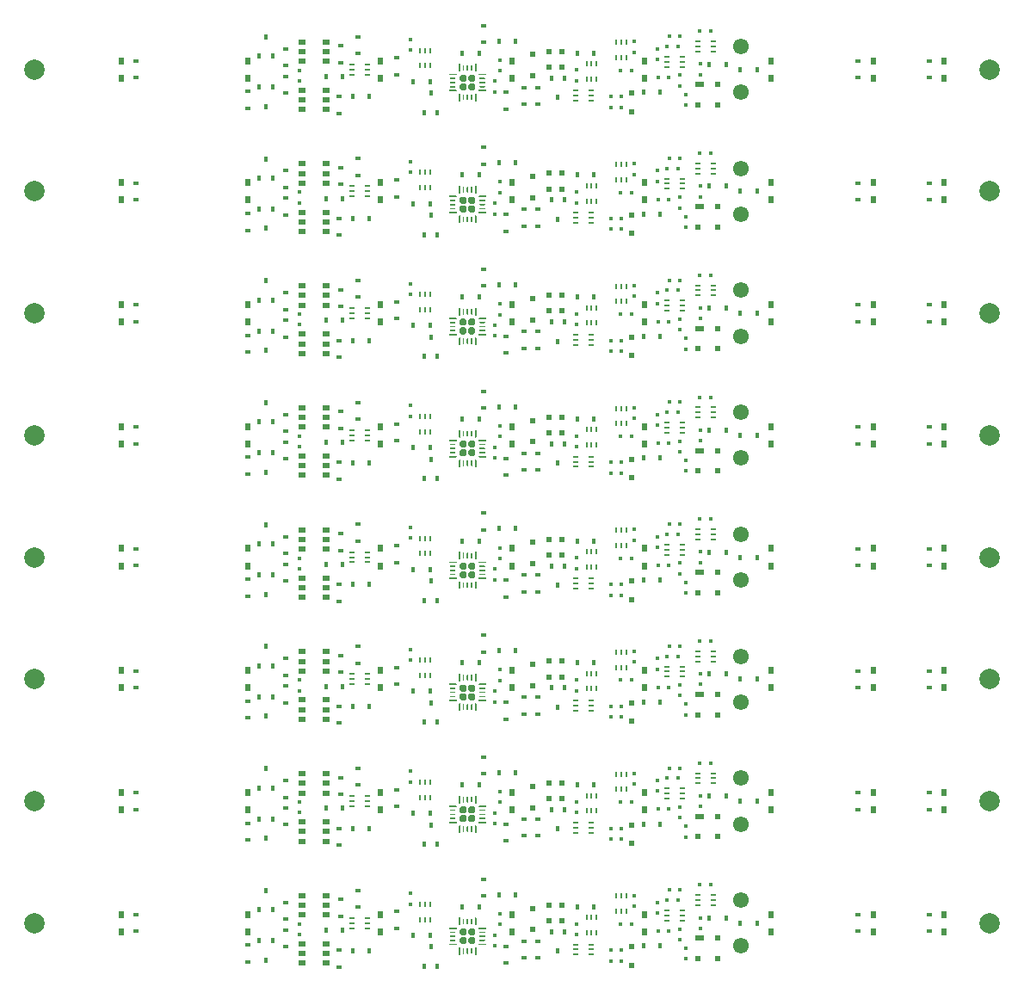
<source format=gbp>
%TF.GenerationSoftware,KiCad,Pcbnew,(5.1.9)-1*%
%TF.CreationDate,2021-05-10T22:59:37+09:00*%
%TF.ProjectId,motordecoder2-roomlight,6d6f746f-7264-4656-936f-646572322d72,rev?*%
%TF.SameCoordinates,Original*%
%TF.FileFunction,Paste,Bot*%
%TF.FilePolarity,Positive*%
%FSLAX46Y46*%
G04 Gerber Fmt 4.6, Leading zero omitted, Abs format (unit mm)*
G04 Created by KiCad (PCBNEW (5.1.9)-1) date 2021-05-10 22:59:37*
%MOMM*%
%LPD*%
G01*
G04 APERTURE LIST*
%ADD10C,2.000000*%
%ADD11R,0.630000X0.455000*%
%ADD12R,0.350000X0.560000*%
%ADD13R,0.560000X0.700000*%
%ADD14R,0.490000X0.210000*%
%ADD15R,0.420000X0.385000*%
%ADD16R,0.455000X0.630000*%
%ADD17R,0.210000X0.490000*%
%ADD18R,0.385000X0.420000*%
%ADD19R,0.560000X0.490000*%
%ADD20R,0.700000X0.490000*%
%ADD21R,0.840000X0.630000*%
%ADD22R,0.560000X0.630000*%
%ADD23R,0.560000X0.560000*%
%ADD24R,0.350000X0.385000*%
%ADD25R,0.350000X0.350000*%
%ADD26R,0.630000X0.560000*%
%ADD27R,0.420000X0.560000*%
%ADD28R,0.490000X0.560000*%
%ADD29C,0.100000*%
%ADD30C,1.550000*%
G04 APERTURE END LIST*
D10*
%TO.C,REF\u002A\u002A*%
X97500000Y-122000000D03*
%TD*%
%TO.C,REF\u002A\u002A*%
X97500000Y-110000000D03*
%TD*%
%TO.C,REF\u002A\u002A*%
X97500000Y-98000000D03*
%TD*%
%TO.C,REF\u002A\u002A*%
X97500000Y-86000000D03*
%TD*%
%TO.C,REF\u002A\u002A*%
X97500000Y-74000000D03*
%TD*%
%TO.C,REF\u002A\u002A*%
X97500000Y-62000000D03*
%TD*%
%TO.C,REF\u002A\u002A*%
X97500000Y-50000000D03*
%TD*%
%TO.C,REF\u002A\u002A*%
X191500000Y-122000000D03*
%TD*%
%TO.C,REF\u002A\u002A*%
X191500000Y-110000000D03*
%TD*%
%TO.C,REF\u002A\u002A*%
X191500000Y-98000000D03*
%TD*%
%TO.C,REF\u002A\u002A*%
X191500000Y-86000000D03*
%TD*%
%TO.C,REF\u002A\u002A*%
X191500000Y-74000000D03*
%TD*%
%TO.C,REF\u002A\u002A*%
X191500000Y-62000000D03*
%TD*%
%TO.C,REF\u002A\u002A*%
X191500000Y-50000000D03*
%TD*%
%TO.C,REF\u002A\u002A*%
X97500000Y-38000000D03*
%TD*%
%TO.C,REF\u002A\u002A*%
X191500000Y-38000000D03*
%TD*%
D11*
%TO.C,R4*%
X127500000Y-124675000D03*
X127500000Y-126325000D03*
%TD*%
%TO.C,R4*%
X127500000Y-112675000D03*
X127500000Y-114325000D03*
%TD*%
%TO.C,R4*%
X127500000Y-100675000D03*
X127500000Y-102325000D03*
%TD*%
%TO.C,R4*%
X127500000Y-88675000D03*
X127500000Y-90325000D03*
%TD*%
%TO.C,R4*%
X127500000Y-76675000D03*
X127500000Y-78325000D03*
%TD*%
%TO.C,R4*%
X127500000Y-64675000D03*
X127500000Y-66325000D03*
%TD*%
%TO.C,R4*%
X127500000Y-52675000D03*
X127500000Y-54325000D03*
%TD*%
D12*
%TO.C,Q11*%
X120250000Y-118800000D03*
X119600000Y-120700000D03*
X120900000Y-120700000D03*
%TD*%
%TO.C,Q11*%
X120250000Y-106800000D03*
X119600000Y-108700000D03*
X120900000Y-108700000D03*
%TD*%
%TO.C,Q11*%
X120250000Y-94800000D03*
X119600000Y-96700000D03*
X120900000Y-96700000D03*
%TD*%
%TO.C,Q11*%
X120250000Y-82800000D03*
X119600000Y-84700000D03*
X120900000Y-84700000D03*
%TD*%
%TO.C,Q11*%
X120250000Y-70800000D03*
X119600000Y-72700000D03*
X120900000Y-72700000D03*
%TD*%
%TO.C,Q11*%
X120250000Y-58800000D03*
X119600000Y-60700000D03*
X120900000Y-60700000D03*
%TD*%
%TO.C,Q11*%
X120250000Y-46800000D03*
X119600000Y-48700000D03*
X120900000Y-48700000D03*
%TD*%
D13*
%TO.C,D48*%
X106000000Y-121150000D03*
X106000000Y-122850000D03*
%TD*%
%TO.C,D48*%
X106000000Y-109150000D03*
X106000000Y-110850000D03*
%TD*%
%TO.C,D48*%
X106000000Y-97150000D03*
X106000000Y-98850000D03*
%TD*%
%TO.C,D48*%
X106000000Y-85150000D03*
X106000000Y-86850000D03*
%TD*%
%TO.C,D48*%
X106000000Y-73150000D03*
X106000000Y-74850000D03*
%TD*%
%TO.C,D48*%
X106000000Y-61150000D03*
X106000000Y-62850000D03*
%TD*%
%TO.C,D48*%
X106000000Y-49150000D03*
X106000000Y-50850000D03*
%TD*%
%TO.C,D45*%
X144500000Y-121150000D03*
X144500000Y-122850000D03*
%TD*%
%TO.C,D45*%
X144500000Y-109150000D03*
X144500000Y-110850000D03*
%TD*%
%TO.C,D45*%
X144500000Y-97150000D03*
X144500000Y-98850000D03*
%TD*%
%TO.C,D45*%
X144500000Y-85150000D03*
X144500000Y-86850000D03*
%TD*%
%TO.C,D45*%
X144500000Y-73150000D03*
X144500000Y-74850000D03*
%TD*%
%TO.C,D45*%
X144500000Y-61150000D03*
X144500000Y-62850000D03*
%TD*%
%TO.C,D45*%
X144500000Y-49150000D03*
X144500000Y-50850000D03*
%TD*%
D11*
%TO.C,R3*%
X127600000Y-119675000D03*
X127600000Y-121325000D03*
%TD*%
%TO.C,R3*%
X127600000Y-107675000D03*
X127600000Y-109325000D03*
%TD*%
%TO.C,R3*%
X127600000Y-95675000D03*
X127600000Y-97325000D03*
%TD*%
%TO.C,R3*%
X127600000Y-83675000D03*
X127600000Y-85325000D03*
%TD*%
%TO.C,R3*%
X127600000Y-71675000D03*
X127600000Y-73325000D03*
%TD*%
%TO.C,R3*%
X127600000Y-59675000D03*
X127600000Y-61325000D03*
%TD*%
%TO.C,R3*%
X127600000Y-47675000D03*
X127600000Y-49325000D03*
%TD*%
D13*
%TO.C,D47*%
X118500000Y-122850000D03*
X118500000Y-121150000D03*
%TD*%
%TO.C,D47*%
X118500000Y-110850000D03*
X118500000Y-109150000D03*
%TD*%
%TO.C,D47*%
X118500000Y-98850000D03*
X118500000Y-97150000D03*
%TD*%
%TO.C,D47*%
X118500000Y-86850000D03*
X118500000Y-85150000D03*
%TD*%
%TO.C,D47*%
X118500000Y-74850000D03*
X118500000Y-73150000D03*
%TD*%
%TO.C,D47*%
X118500000Y-62850000D03*
X118500000Y-61150000D03*
%TD*%
%TO.C,D47*%
X118500000Y-50850000D03*
X118500000Y-49150000D03*
%TD*%
%TO.C,D42*%
X180000000Y-121150000D03*
X180000000Y-122850000D03*
%TD*%
%TO.C,D42*%
X180000000Y-109150000D03*
X180000000Y-110850000D03*
%TD*%
%TO.C,D42*%
X180000000Y-97150000D03*
X180000000Y-98850000D03*
%TD*%
%TO.C,D42*%
X180000000Y-85150000D03*
X180000000Y-86850000D03*
%TD*%
%TO.C,D42*%
X180000000Y-73150000D03*
X180000000Y-74850000D03*
%TD*%
%TO.C,D42*%
X180000000Y-61150000D03*
X180000000Y-62850000D03*
%TD*%
%TO.C,D42*%
X180000000Y-49150000D03*
X180000000Y-50850000D03*
%TD*%
D14*
%TO.C,Q21*%
X159750000Y-121750000D03*
X159750000Y-121250000D03*
X159750000Y-120750000D03*
X161250000Y-120750000D03*
X161250000Y-121250000D03*
X161250000Y-121750000D03*
%TD*%
%TO.C,Q21*%
X159750000Y-109750000D03*
X159750000Y-109250000D03*
X159750000Y-108750000D03*
X161250000Y-108750000D03*
X161250000Y-109250000D03*
X161250000Y-109750000D03*
%TD*%
%TO.C,Q21*%
X159750000Y-97750000D03*
X159750000Y-97250000D03*
X159750000Y-96750000D03*
X161250000Y-96750000D03*
X161250000Y-97250000D03*
X161250000Y-97750000D03*
%TD*%
%TO.C,Q21*%
X159750000Y-85750000D03*
X159750000Y-85250000D03*
X159750000Y-84750000D03*
X161250000Y-84750000D03*
X161250000Y-85250000D03*
X161250000Y-85750000D03*
%TD*%
%TO.C,Q21*%
X159750000Y-73750000D03*
X159750000Y-73250000D03*
X159750000Y-72750000D03*
X161250000Y-72750000D03*
X161250000Y-73250000D03*
X161250000Y-73750000D03*
%TD*%
%TO.C,Q21*%
X159750000Y-61750000D03*
X159750000Y-61250000D03*
X159750000Y-60750000D03*
X161250000Y-60750000D03*
X161250000Y-61250000D03*
X161250000Y-61750000D03*
%TD*%
%TO.C,Q21*%
X159750000Y-49750000D03*
X159750000Y-49250000D03*
X159750000Y-48750000D03*
X161250000Y-48750000D03*
X161250000Y-49250000D03*
X161250000Y-49750000D03*
%TD*%
D12*
%TO.C,Q17*%
X137150000Y-126250000D03*
X135850000Y-126250000D03*
X136500000Y-124350000D03*
%TD*%
%TO.C,Q17*%
X137150000Y-114250000D03*
X135850000Y-114250000D03*
X136500000Y-112350000D03*
%TD*%
%TO.C,Q17*%
X137150000Y-102250000D03*
X135850000Y-102250000D03*
X136500000Y-100350000D03*
%TD*%
%TO.C,Q17*%
X137150000Y-90250000D03*
X135850000Y-90250000D03*
X136500000Y-88350000D03*
%TD*%
%TO.C,Q17*%
X137150000Y-78250000D03*
X135850000Y-78250000D03*
X136500000Y-76350000D03*
%TD*%
%TO.C,Q17*%
X137150000Y-66250000D03*
X135850000Y-66250000D03*
X136500000Y-64350000D03*
%TD*%
%TO.C,Q17*%
X137150000Y-54250000D03*
X135850000Y-54250000D03*
X136500000Y-52350000D03*
%TD*%
%TO.C,Q5*%
X148350000Y-122850000D03*
X149650000Y-122850000D03*
X149000000Y-124750000D03*
%TD*%
%TO.C,Q5*%
X148350000Y-110850000D03*
X149650000Y-110850000D03*
X149000000Y-112750000D03*
%TD*%
%TO.C,Q5*%
X148350000Y-98850000D03*
X149650000Y-98850000D03*
X149000000Y-100750000D03*
%TD*%
%TO.C,Q5*%
X148350000Y-86850000D03*
X149650000Y-86850000D03*
X149000000Y-88750000D03*
%TD*%
%TO.C,Q5*%
X148350000Y-74850000D03*
X149650000Y-74850000D03*
X149000000Y-76750000D03*
%TD*%
%TO.C,Q5*%
X148350000Y-62850000D03*
X149650000Y-62850000D03*
X149000000Y-64750000D03*
%TD*%
%TO.C,Q5*%
X148350000Y-50850000D03*
X149650000Y-50850000D03*
X149000000Y-52750000D03*
%TD*%
D14*
%TO.C,Q8*%
X164250000Y-120250000D03*
X164250000Y-119750000D03*
X164250000Y-119250000D03*
X162750000Y-119250000D03*
X162750000Y-119750000D03*
X162750000Y-120250000D03*
%TD*%
%TO.C,Q8*%
X164250000Y-108250000D03*
X164250000Y-107750000D03*
X164250000Y-107250000D03*
X162750000Y-107250000D03*
X162750000Y-107750000D03*
X162750000Y-108250000D03*
%TD*%
%TO.C,Q8*%
X164250000Y-96250000D03*
X164250000Y-95750000D03*
X164250000Y-95250000D03*
X162750000Y-95250000D03*
X162750000Y-95750000D03*
X162750000Y-96250000D03*
%TD*%
%TO.C,Q8*%
X164250000Y-84250000D03*
X164250000Y-83750000D03*
X164250000Y-83250000D03*
X162750000Y-83250000D03*
X162750000Y-83750000D03*
X162750000Y-84250000D03*
%TD*%
%TO.C,Q8*%
X164250000Y-72250000D03*
X164250000Y-71750000D03*
X164250000Y-71250000D03*
X162750000Y-71250000D03*
X162750000Y-71750000D03*
X162750000Y-72250000D03*
%TD*%
%TO.C,Q8*%
X164250000Y-60250000D03*
X164250000Y-59750000D03*
X164250000Y-59250000D03*
X162750000Y-59250000D03*
X162750000Y-59750000D03*
X162750000Y-60250000D03*
%TD*%
%TO.C,Q8*%
X164250000Y-48250000D03*
X164250000Y-47750000D03*
X164250000Y-47250000D03*
X162750000Y-47250000D03*
X162750000Y-47750000D03*
X162750000Y-48250000D03*
%TD*%
D13*
%TO.C,D43*%
X170000000Y-121150000D03*
X170000000Y-122850000D03*
%TD*%
%TO.C,D43*%
X170000000Y-109150000D03*
X170000000Y-110850000D03*
%TD*%
%TO.C,D43*%
X170000000Y-97150000D03*
X170000000Y-98850000D03*
%TD*%
%TO.C,D43*%
X170000000Y-85150000D03*
X170000000Y-86850000D03*
%TD*%
%TO.C,D43*%
X170000000Y-73150000D03*
X170000000Y-74850000D03*
%TD*%
%TO.C,D43*%
X170000000Y-61150000D03*
X170000000Y-62850000D03*
%TD*%
%TO.C,D43*%
X170000000Y-49150000D03*
X170000000Y-50850000D03*
%TD*%
%TO.C,D41*%
X187000000Y-122850000D03*
X187000000Y-121150000D03*
%TD*%
%TO.C,D41*%
X187000000Y-110850000D03*
X187000000Y-109150000D03*
%TD*%
%TO.C,D41*%
X187000000Y-98850000D03*
X187000000Y-97150000D03*
%TD*%
%TO.C,D41*%
X187000000Y-86850000D03*
X187000000Y-85150000D03*
%TD*%
%TO.C,D41*%
X187000000Y-74850000D03*
X187000000Y-73150000D03*
%TD*%
%TO.C,D41*%
X187000000Y-62850000D03*
X187000000Y-61150000D03*
%TD*%
%TO.C,D41*%
X187000000Y-50850000D03*
X187000000Y-49150000D03*
%TD*%
%TO.C,D44*%
X157500000Y-121150000D03*
X157500000Y-122850000D03*
%TD*%
%TO.C,D44*%
X157500000Y-109150000D03*
X157500000Y-110850000D03*
%TD*%
%TO.C,D44*%
X157500000Y-97150000D03*
X157500000Y-98850000D03*
%TD*%
%TO.C,D44*%
X157500000Y-85150000D03*
X157500000Y-86850000D03*
%TD*%
%TO.C,D44*%
X157500000Y-73150000D03*
X157500000Y-74850000D03*
%TD*%
%TO.C,D44*%
X157500000Y-61150000D03*
X157500000Y-62850000D03*
%TD*%
%TO.C,D44*%
X157500000Y-49150000D03*
X157500000Y-50850000D03*
%TD*%
D14*
%TO.C,Q13*%
X150750000Y-124100000D03*
X150750000Y-124600000D03*
X150750000Y-125100000D03*
X152250000Y-125100000D03*
X152250000Y-124600000D03*
X152250000Y-124100000D03*
%TD*%
%TO.C,Q13*%
X150750000Y-112100000D03*
X150750000Y-112600000D03*
X150750000Y-113100000D03*
X152250000Y-113100000D03*
X152250000Y-112600000D03*
X152250000Y-112100000D03*
%TD*%
%TO.C,Q13*%
X150750000Y-100100000D03*
X150750000Y-100600000D03*
X150750000Y-101100000D03*
X152250000Y-101100000D03*
X152250000Y-100600000D03*
X152250000Y-100100000D03*
%TD*%
%TO.C,Q13*%
X150750000Y-88100000D03*
X150750000Y-88600000D03*
X150750000Y-89100000D03*
X152250000Y-89100000D03*
X152250000Y-88600000D03*
X152250000Y-88100000D03*
%TD*%
%TO.C,Q13*%
X150750000Y-76100000D03*
X150750000Y-76600000D03*
X150750000Y-77100000D03*
X152250000Y-77100000D03*
X152250000Y-76600000D03*
X152250000Y-76100000D03*
%TD*%
%TO.C,Q13*%
X150750000Y-64100000D03*
X150750000Y-64600000D03*
X150750000Y-65100000D03*
X152250000Y-65100000D03*
X152250000Y-64600000D03*
X152250000Y-64100000D03*
%TD*%
%TO.C,Q13*%
X150750000Y-52100000D03*
X150750000Y-52600000D03*
X150750000Y-53100000D03*
X152250000Y-53100000D03*
X152250000Y-52600000D03*
X152250000Y-52100000D03*
%TD*%
D15*
%TO.C,R18*%
X142800000Y-123175000D03*
X142800000Y-124225000D03*
%TD*%
%TO.C,R18*%
X142800000Y-111175000D03*
X142800000Y-112225000D03*
%TD*%
%TO.C,R18*%
X142800000Y-99175000D03*
X142800000Y-100225000D03*
%TD*%
%TO.C,R18*%
X142800000Y-87175000D03*
X142800000Y-88225000D03*
%TD*%
%TO.C,R18*%
X142800000Y-75175000D03*
X142800000Y-76225000D03*
%TD*%
%TO.C,R18*%
X142800000Y-63175000D03*
X142800000Y-64225000D03*
%TD*%
%TO.C,R18*%
X142800000Y-51175000D03*
X142800000Y-52225000D03*
%TD*%
D16*
%TO.C,R17*%
X143175000Y-119200000D03*
X144825000Y-119200000D03*
%TD*%
%TO.C,R17*%
X143175000Y-107200000D03*
X144825000Y-107200000D03*
%TD*%
%TO.C,R17*%
X143175000Y-95200000D03*
X144825000Y-95200000D03*
%TD*%
%TO.C,R17*%
X143175000Y-83200000D03*
X144825000Y-83200000D03*
%TD*%
%TO.C,R17*%
X143175000Y-71200000D03*
X144825000Y-71200000D03*
%TD*%
%TO.C,R17*%
X143175000Y-59200000D03*
X144825000Y-59200000D03*
%TD*%
%TO.C,R17*%
X143175000Y-47200000D03*
X144825000Y-47200000D03*
%TD*%
D14*
%TO.C,Q3*%
X128750000Y-121500000D03*
X128750000Y-122000000D03*
X128750000Y-122500000D03*
X130250000Y-122500000D03*
X130250000Y-122000000D03*
X130250000Y-121500000D03*
%TD*%
%TO.C,Q3*%
X128750000Y-109500000D03*
X128750000Y-110000000D03*
X128750000Y-110500000D03*
X130250000Y-110500000D03*
X130250000Y-110000000D03*
X130250000Y-109500000D03*
%TD*%
%TO.C,Q3*%
X128750000Y-97500000D03*
X128750000Y-98000000D03*
X128750000Y-98500000D03*
X130250000Y-98500000D03*
X130250000Y-98000000D03*
X130250000Y-97500000D03*
%TD*%
%TO.C,Q3*%
X128750000Y-85500000D03*
X128750000Y-86000000D03*
X128750000Y-86500000D03*
X130250000Y-86500000D03*
X130250000Y-86000000D03*
X130250000Y-85500000D03*
%TD*%
%TO.C,Q3*%
X128750000Y-73500000D03*
X128750000Y-74000000D03*
X128750000Y-74500000D03*
X130250000Y-74500000D03*
X130250000Y-74000000D03*
X130250000Y-73500000D03*
%TD*%
%TO.C,Q3*%
X128750000Y-61500000D03*
X128750000Y-62000000D03*
X128750000Y-62500000D03*
X130250000Y-62500000D03*
X130250000Y-62000000D03*
X130250000Y-61500000D03*
%TD*%
%TO.C,Q3*%
X128750000Y-49500000D03*
X128750000Y-50000000D03*
X128750000Y-50500000D03*
X130250000Y-50500000D03*
X130250000Y-50000000D03*
X130250000Y-49500000D03*
%TD*%
D17*
%TO.C,Q14*%
X136400000Y-120150000D03*
X135900000Y-120150000D03*
X135400000Y-120150000D03*
X135400000Y-121650000D03*
X135900000Y-121650000D03*
X136400000Y-121650000D03*
%TD*%
%TO.C,Q14*%
X136400000Y-108150000D03*
X135900000Y-108150000D03*
X135400000Y-108150000D03*
X135400000Y-109650000D03*
X135900000Y-109650000D03*
X136400000Y-109650000D03*
%TD*%
%TO.C,Q14*%
X136400000Y-96150000D03*
X135900000Y-96150000D03*
X135400000Y-96150000D03*
X135400000Y-97650000D03*
X135900000Y-97650000D03*
X136400000Y-97650000D03*
%TD*%
%TO.C,Q14*%
X136400000Y-84150000D03*
X135900000Y-84150000D03*
X135400000Y-84150000D03*
X135400000Y-85650000D03*
X135900000Y-85650000D03*
X136400000Y-85650000D03*
%TD*%
%TO.C,Q14*%
X136400000Y-72150000D03*
X135900000Y-72150000D03*
X135400000Y-72150000D03*
X135400000Y-73650000D03*
X135900000Y-73650000D03*
X136400000Y-73650000D03*
%TD*%
%TO.C,Q14*%
X136400000Y-60150000D03*
X135900000Y-60150000D03*
X135400000Y-60150000D03*
X135400000Y-61650000D03*
X135900000Y-61650000D03*
X136400000Y-61650000D03*
%TD*%
%TO.C,Q14*%
X136400000Y-48150000D03*
X135900000Y-48150000D03*
X135400000Y-48150000D03*
X135400000Y-49650000D03*
X135900000Y-49650000D03*
X136400000Y-49650000D03*
%TD*%
D15*
%TO.C,R16*%
X134500000Y-120125000D03*
X134500000Y-119075000D03*
%TD*%
%TO.C,R16*%
X134500000Y-108125000D03*
X134500000Y-107075000D03*
%TD*%
%TO.C,R16*%
X134500000Y-96125000D03*
X134500000Y-95075000D03*
%TD*%
%TO.C,R16*%
X134500000Y-84125000D03*
X134500000Y-83075000D03*
%TD*%
%TO.C,R16*%
X134500000Y-72125000D03*
X134500000Y-71075000D03*
%TD*%
%TO.C,R16*%
X134500000Y-60125000D03*
X134500000Y-59075000D03*
%TD*%
%TO.C,R16*%
X134500000Y-48125000D03*
X134500000Y-47075000D03*
%TD*%
D12*
%TO.C,Q12*%
X120250000Y-125650000D03*
X120900000Y-123750000D03*
X119600000Y-123750000D03*
%TD*%
%TO.C,Q12*%
X120250000Y-113650000D03*
X120900000Y-111750000D03*
X119600000Y-111750000D03*
%TD*%
%TO.C,Q12*%
X120250000Y-101650000D03*
X120900000Y-99750000D03*
X119600000Y-99750000D03*
%TD*%
%TO.C,Q12*%
X120250000Y-89650000D03*
X120900000Y-87750000D03*
X119600000Y-87750000D03*
%TD*%
%TO.C,Q12*%
X120250000Y-77650000D03*
X120900000Y-75750000D03*
X119600000Y-75750000D03*
%TD*%
%TO.C,Q12*%
X120250000Y-65650000D03*
X120900000Y-63750000D03*
X119600000Y-63750000D03*
%TD*%
%TO.C,Q12*%
X120250000Y-53650000D03*
X120900000Y-51750000D03*
X119600000Y-51750000D03*
%TD*%
D17*
%TO.C,Q22*%
X154700000Y-120850000D03*
X155200000Y-120850000D03*
X155700000Y-120850000D03*
X155700000Y-119350000D03*
X155200000Y-119350000D03*
X154700000Y-119350000D03*
%TD*%
%TO.C,Q22*%
X154700000Y-108850000D03*
X155200000Y-108850000D03*
X155700000Y-108850000D03*
X155700000Y-107350000D03*
X155200000Y-107350000D03*
X154700000Y-107350000D03*
%TD*%
%TO.C,Q22*%
X154700000Y-96850000D03*
X155200000Y-96850000D03*
X155700000Y-96850000D03*
X155700000Y-95350000D03*
X155200000Y-95350000D03*
X154700000Y-95350000D03*
%TD*%
%TO.C,Q22*%
X154700000Y-84850000D03*
X155200000Y-84850000D03*
X155700000Y-84850000D03*
X155700000Y-83350000D03*
X155200000Y-83350000D03*
X154700000Y-83350000D03*
%TD*%
%TO.C,Q22*%
X154700000Y-72850000D03*
X155200000Y-72850000D03*
X155700000Y-72850000D03*
X155700000Y-71350000D03*
X155200000Y-71350000D03*
X154700000Y-71350000D03*
%TD*%
%TO.C,Q22*%
X154700000Y-60850000D03*
X155200000Y-60850000D03*
X155700000Y-60850000D03*
X155700000Y-59350000D03*
X155200000Y-59350000D03*
X154700000Y-59350000D03*
%TD*%
%TO.C,Q22*%
X154700000Y-48850000D03*
X155200000Y-48850000D03*
X155700000Y-48850000D03*
X155700000Y-47350000D03*
X155200000Y-47350000D03*
X154700000Y-47350000D03*
%TD*%
D15*
%TO.C,R37*%
X158750000Y-121025000D03*
X158750000Y-119975000D03*
%TD*%
%TO.C,R37*%
X158750000Y-109025000D03*
X158750000Y-107975000D03*
%TD*%
%TO.C,R37*%
X158750000Y-97025000D03*
X158750000Y-95975000D03*
%TD*%
%TO.C,R37*%
X158750000Y-85025000D03*
X158750000Y-83975000D03*
%TD*%
%TO.C,R37*%
X158750000Y-73025000D03*
X158750000Y-71975000D03*
%TD*%
%TO.C,R37*%
X158750000Y-61025000D03*
X158750000Y-59975000D03*
%TD*%
%TO.C,R37*%
X158750000Y-49025000D03*
X158750000Y-47975000D03*
%TD*%
D18*
%TO.C,R38*%
X156225000Y-122100000D03*
X155175000Y-122100000D03*
%TD*%
%TO.C,R38*%
X156225000Y-110100000D03*
X155175000Y-110100000D03*
%TD*%
%TO.C,R38*%
X156225000Y-98100000D03*
X155175000Y-98100000D03*
%TD*%
%TO.C,R38*%
X156225000Y-86100000D03*
X155175000Y-86100000D03*
%TD*%
%TO.C,R38*%
X156225000Y-74100000D03*
X155175000Y-74100000D03*
%TD*%
%TO.C,R38*%
X156225000Y-62100000D03*
X155175000Y-62100000D03*
%TD*%
%TO.C,R38*%
X156225000Y-50100000D03*
X155175000Y-50100000D03*
%TD*%
D15*
%TO.C,R36*%
X154200000Y-124675000D03*
X154200000Y-125725000D03*
%TD*%
%TO.C,R36*%
X154200000Y-112675000D03*
X154200000Y-113725000D03*
%TD*%
%TO.C,R36*%
X154200000Y-100675000D03*
X154200000Y-101725000D03*
%TD*%
%TO.C,R36*%
X154200000Y-88675000D03*
X154200000Y-89725000D03*
%TD*%
%TO.C,R36*%
X154200000Y-76675000D03*
X154200000Y-77725000D03*
%TD*%
%TO.C,R36*%
X154200000Y-64675000D03*
X154200000Y-65725000D03*
%TD*%
%TO.C,R36*%
X154200000Y-52675000D03*
X154200000Y-53725000D03*
%TD*%
D18*
%TO.C,R35*%
X159925000Y-122800000D03*
X158875000Y-122800000D03*
%TD*%
%TO.C,R35*%
X159925000Y-110800000D03*
X158875000Y-110800000D03*
%TD*%
%TO.C,R35*%
X159925000Y-98800000D03*
X158875000Y-98800000D03*
%TD*%
%TO.C,R35*%
X159925000Y-86800000D03*
X158875000Y-86800000D03*
%TD*%
%TO.C,R35*%
X159925000Y-74800000D03*
X158875000Y-74800000D03*
%TD*%
%TO.C,R35*%
X159925000Y-62800000D03*
X158875000Y-62800000D03*
%TD*%
%TO.C,R35*%
X159925000Y-50800000D03*
X158875000Y-50800000D03*
%TD*%
D16*
%TO.C,R11*%
X139575000Y-120400000D03*
X141225000Y-120400000D03*
%TD*%
%TO.C,R11*%
X139575000Y-108400000D03*
X141225000Y-108400000D03*
%TD*%
%TO.C,R11*%
X139575000Y-96400000D03*
X141225000Y-96400000D03*
%TD*%
%TO.C,R11*%
X139575000Y-84400000D03*
X141225000Y-84400000D03*
%TD*%
%TO.C,R11*%
X139575000Y-72400000D03*
X141225000Y-72400000D03*
%TD*%
%TO.C,R11*%
X139575000Y-60400000D03*
X141225000Y-60400000D03*
%TD*%
%TO.C,R11*%
X139575000Y-48400000D03*
X141225000Y-48400000D03*
%TD*%
D11*
%TO.C,R8*%
X133100000Y-122525000D03*
X133100000Y-120875000D03*
%TD*%
%TO.C,R8*%
X133100000Y-110525000D03*
X133100000Y-108875000D03*
%TD*%
%TO.C,R8*%
X133100000Y-98525000D03*
X133100000Y-96875000D03*
%TD*%
%TO.C,R8*%
X133100000Y-86525000D03*
X133100000Y-84875000D03*
%TD*%
%TO.C,R8*%
X133100000Y-74525000D03*
X133100000Y-72875000D03*
%TD*%
%TO.C,R8*%
X133100000Y-62525000D03*
X133100000Y-60875000D03*
%TD*%
%TO.C,R8*%
X133100000Y-50525000D03*
X133100000Y-48875000D03*
%TD*%
D15*
%TO.C,R34*%
X156500000Y-119275000D03*
X156500000Y-120325000D03*
%TD*%
%TO.C,R34*%
X156500000Y-107275000D03*
X156500000Y-108325000D03*
%TD*%
%TO.C,R34*%
X156500000Y-95275000D03*
X156500000Y-96325000D03*
%TD*%
%TO.C,R34*%
X156500000Y-83275000D03*
X156500000Y-84325000D03*
%TD*%
%TO.C,R34*%
X156500000Y-71275000D03*
X156500000Y-72325000D03*
%TD*%
%TO.C,R34*%
X156500000Y-59275000D03*
X156500000Y-60325000D03*
%TD*%
%TO.C,R34*%
X156500000Y-47275000D03*
X156500000Y-48325000D03*
%TD*%
%TO.C,R13*%
X150800000Y-122075000D03*
X150800000Y-123125000D03*
%TD*%
%TO.C,R13*%
X150800000Y-110075000D03*
X150800000Y-111125000D03*
%TD*%
%TO.C,R13*%
X150800000Y-98075000D03*
X150800000Y-99125000D03*
%TD*%
%TO.C,R13*%
X150800000Y-86075000D03*
X150800000Y-87125000D03*
%TD*%
%TO.C,R13*%
X150800000Y-74075000D03*
X150800000Y-75125000D03*
%TD*%
%TO.C,R13*%
X150800000Y-62075000D03*
X150800000Y-63125000D03*
%TD*%
%TO.C,R13*%
X150800000Y-50075000D03*
X150800000Y-51125000D03*
%TD*%
D18*
%TO.C,R15*%
X162975000Y-118250000D03*
X164025000Y-118250000D03*
%TD*%
%TO.C,R15*%
X162975000Y-106250000D03*
X164025000Y-106250000D03*
%TD*%
%TO.C,R15*%
X162975000Y-94250000D03*
X164025000Y-94250000D03*
%TD*%
%TO.C,R15*%
X162975000Y-82250000D03*
X164025000Y-82250000D03*
%TD*%
%TO.C,R15*%
X162975000Y-70250000D03*
X164025000Y-70250000D03*
%TD*%
%TO.C,R15*%
X162975000Y-58250000D03*
X164025000Y-58250000D03*
%TD*%
%TO.C,R15*%
X162975000Y-46250000D03*
X164025000Y-46250000D03*
%TD*%
D11*
%TO.C,R12*%
X147000000Y-123775000D03*
X147000000Y-125425000D03*
%TD*%
%TO.C,R12*%
X147000000Y-111775000D03*
X147000000Y-113425000D03*
%TD*%
%TO.C,R12*%
X147000000Y-99775000D03*
X147000000Y-101425000D03*
%TD*%
%TO.C,R12*%
X147000000Y-87775000D03*
X147000000Y-89425000D03*
%TD*%
%TO.C,R12*%
X147000000Y-75775000D03*
X147000000Y-77425000D03*
%TD*%
%TO.C,R12*%
X147000000Y-63775000D03*
X147000000Y-65425000D03*
%TD*%
%TO.C,R12*%
X147000000Y-51775000D03*
X147000000Y-53425000D03*
%TD*%
D19*
%TO.C,D22*%
X156250000Y-124350000D03*
X156250000Y-126150000D03*
%TD*%
%TO.C,D22*%
X156250000Y-112350000D03*
X156250000Y-114150000D03*
%TD*%
%TO.C,D22*%
X156250000Y-100350000D03*
X156250000Y-102150000D03*
%TD*%
%TO.C,D22*%
X156250000Y-88350000D03*
X156250000Y-90150000D03*
%TD*%
%TO.C,D22*%
X156250000Y-76350000D03*
X156250000Y-78150000D03*
%TD*%
%TO.C,D22*%
X156250000Y-64350000D03*
X156250000Y-66150000D03*
%TD*%
%TO.C,D22*%
X156250000Y-52350000D03*
X156250000Y-54150000D03*
%TD*%
D15*
%TO.C,R33*%
X161000000Y-123625000D03*
X161000000Y-122575000D03*
%TD*%
%TO.C,R33*%
X161000000Y-111625000D03*
X161000000Y-110575000D03*
%TD*%
%TO.C,R33*%
X161000000Y-99625000D03*
X161000000Y-98575000D03*
%TD*%
%TO.C,R33*%
X161000000Y-87625000D03*
X161000000Y-86575000D03*
%TD*%
%TO.C,R33*%
X161000000Y-75625000D03*
X161000000Y-74575000D03*
%TD*%
%TO.C,R33*%
X161000000Y-63625000D03*
X161000000Y-62575000D03*
%TD*%
%TO.C,R33*%
X161000000Y-51625000D03*
X161000000Y-50575000D03*
%TD*%
D18*
%TO.C,R32*%
X159975000Y-118750000D03*
X161025000Y-118750000D03*
%TD*%
%TO.C,R32*%
X159975000Y-106750000D03*
X161025000Y-106750000D03*
%TD*%
%TO.C,R32*%
X159975000Y-94750000D03*
X161025000Y-94750000D03*
%TD*%
%TO.C,R32*%
X159975000Y-82750000D03*
X161025000Y-82750000D03*
%TD*%
%TO.C,R32*%
X159975000Y-70750000D03*
X161025000Y-70750000D03*
%TD*%
%TO.C,R32*%
X159975000Y-58750000D03*
X161025000Y-58750000D03*
%TD*%
%TO.C,R32*%
X159975000Y-46750000D03*
X161025000Y-46750000D03*
%TD*%
D16*
%TO.C,R44*%
X157425000Y-124250000D03*
X159075000Y-124250000D03*
%TD*%
%TO.C,R44*%
X157425000Y-112250000D03*
X159075000Y-112250000D03*
%TD*%
%TO.C,R44*%
X157425000Y-100250000D03*
X159075000Y-100250000D03*
%TD*%
%TO.C,R44*%
X157425000Y-88250000D03*
X159075000Y-88250000D03*
%TD*%
%TO.C,R44*%
X157425000Y-76250000D03*
X159075000Y-76250000D03*
%TD*%
%TO.C,R44*%
X157425000Y-64250000D03*
X159075000Y-64250000D03*
%TD*%
%TO.C,R44*%
X157425000Y-52250000D03*
X159075000Y-52250000D03*
%TD*%
D20*
%TO.C,Q1*%
X126200000Y-119300000D03*
X126200000Y-120250000D03*
X126200000Y-121200000D03*
X123800000Y-121200000D03*
X123800000Y-120250000D03*
X123800000Y-119300000D03*
%TD*%
%TO.C,Q1*%
X126200000Y-107300000D03*
X126200000Y-108250000D03*
X126200000Y-109200000D03*
X123800000Y-109200000D03*
X123800000Y-108250000D03*
X123800000Y-107300000D03*
%TD*%
%TO.C,Q1*%
X126200000Y-95300000D03*
X126200000Y-96250000D03*
X126200000Y-97200000D03*
X123800000Y-97200000D03*
X123800000Y-96250000D03*
X123800000Y-95300000D03*
%TD*%
%TO.C,Q1*%
X126200000Y-83300000D03*
X126200000Y-84250000D03*
X126200000Y-85200000D03*
X123800000Y-85200000D03*
X123800000Y-84250000D03*
X123800000Y-83300000D03*
%TD*%
%TO.C,Q1*%
X126200000Y-71300000D03*
X126200000Y-72250000D03*
X126200000Y-73200000D03*
X123800000Y-73200000D03*
X123800000Y-72250000D03*
X123800000Y-71300000D03*
%TD*%
%TO.C,Q1*%
X126200000Y-59300000D03*
X126200000Y-60250000D03*
X126200000Y-61200000D03*
X123800000Y-61200000D03*
X123800000Y-60250000D03*
X123800000Y-59300000D03*
%TD*%
%TO.C,Q1*%
X126200000Y-47300000D03*
X126200000Y-48250000D03*
X126200000Y-49200000D03*
X123800000Y-49200000D03*
X123800000Y-48250000D03*
X123800000Y-47300000D03*
%TD*%
D21*
%TO.C,D1*%
X162950000Y-123500000D03*
D22*
X164750000Y-123500000D03*
X164750000Y-125500000D03*
X162750000Y-125500000D03*
%TD*%
D21*
%TO.C,D1*%
X162950000Y-111500000D03*
D22*
X164750000Y-111500000D03*
X164750000Y-113500000D03*
X162750000Y-113500000D03*
%TD*%
D21*
%TO.C,D1*%
X162950000Y-99500000D03*
D22*
X164750000Y-99500000D03*
X164750000Y-101500000D03*
X162750000Y-101500000D03*
%TD*%
D21*
%TO.C,D1*%
X162950000Y-87500000D03*
D22*
X164750000Y-87500000D03*
X164750000Y-89500000D03*
X162750000Y-89500000D03*
%TD*%
D21*
%TO.C,D1*%
X162950000Y-75500000D03*
D22*
X164750000Y-75500000D03*
X164750000Y-77500000D03*
X162750000Y-77500000D03*
%TD*%
D21*
%TO.C,D1*%
X162950000Y-63500000D03*
D22*
X164750000Y-63500000D03*
X164750000Y-65500000D03*
X162750000Y-65500000D03*
%TD*%
D21*
%TO.C,D1*%
X162950000Y-51500000D03*
D22*
X164750000Y-51500000D03*
X164750000Y-53500000D03*
X162750000Y-53500000D03*
%TD*%
D13*
%TO.C,D46*%
X131500000Y-122850000D03*
X131500000Y-121150000D03*
%TD*%
%TO.C,D46*%
X131500000Y-110850000D03*
X131500000Y-109150000D03*
%TD*%
%TO.C,D46*%
X131500000Y-98850000D03*
X131500000Y-97150000D03*
%TD*%
%TO.C,D46*%
X131500000Y-86850000D03*
X131500000Y-85150000D03*
%TD*%
%TO.C,D46*%
X131500000Y-74850000D03*
X131500000Y-73150000D03*
%TD*%
%TO.C,D46*%
X131500000Y-62850000D03*
X131500000Y-61150000D03*
%TD*%
%TO.C,D46*%
X131500000Y-50850000D03*
X131500000Y-49150000D03*
%TD*%
D18*
%TO.C,R31*%
X159725000Y-119750000D03*
X160775000Y-119750000D03*
%TD*%
%TO.C,R31*%
X159725000Y-107750000D03*
X160775000Y-107750000D03*
%TD*%
%TO.C,R31*%
X159725000Y-95750000D03*
X160775000Y-95750000D03*
%TD*%
%TO.C,R31*%
X159725000Y-83750000D03*
X160775000Y-83750000D03*
%TD*%
%TO.C,R31*%
X159725000Y-71750000D03*
X160775000Y-71750000D03*
%TD*%
%TO.C,R31*%
X159725000Y-59750000D03*
X160775000Y-59750000D03*
%TD*%
%TO.C,R31*%
X159725000Y-47750000D03*
X160775000Y-47750000D03*
%TD*%
D23*
%TO.C,C3*%
X148100000Y-121775000D03*
X148100000Y-120225000D03*
%TD*%
%TO.C,C3*%
X148100000Y-109775000D03*
X148100000Y-108225000D03*
%TD*%
%TO.C,C3*%
X148100000Y-97775000D03*
X148100000Y-96225000D03*
%TD*%
%TO.C,C3*%
X148100000Y-85775000D03*
X148100000Y-84225000D03*
%TD*%
%TO.C,C3*%
X148100000Y-73775000D03*
X148100000Y-72225000D03*
%TD*%
%TO.C,C3*%
X148100000Y-61775000D03*
X148100000Y-60225000D03*
%TD*%
%TO.C,C3*%
X148100000Y-49775000D03*
X148100000Y-48225000D03*
%TD*%
D24*
%TO.C,C1*%
X161600000Y-124475000D03*
D25*
X161600000Y-125525000D03*
%TD*%
D24*
%TO.C,C1*%
X161600000Y-112475000D03*
D25*
X161600000Y-113525000D03*
%TD*%
D24*
%TO.C,C1*%
X161600000Y-100475000D03*
D25*
X161600000Y-101525000D03*
%TD*%
D24*
%TO.C,C1*%
X161600000Y-88475000D03*
D25*
X161600000Y-89525000D03*
%TD*%
D24*
%TO.C,C1*%
X161600000Y-76475000D03*
D25*
X161600000Y-77525000D03*
%TD*%
D24*
%TO.C,C1*%
X161600000Y-64475000D03*
D25*
X161600000Y-65525000D03*
%TD*%
D24*
%TO.C,C1*%
X161600000Y-52475000D03*
D25*
X161600000Y-53525000D03*
%TD*%
D20*
%TO.C,Q2*%
X123800000Y-124050000D03*
X123800000Y-125000000D03*
X123800000Y-125950000D03*
X126200000Y-125950000D03*
X126200000Y-125000000D03*
X126200000Y-124050000D03*
%TD*%
%TO.C,Q2*%
X123800000Y-112050000D03*
X123800000Y-113000000D03*
X123800000Y-113950000D03*
X126200000Y-113950000D03*
X126200000Y-113000000D03*
X126200000Y-112050000D03*
%TD*%
%TO.C,Q2*%
X123800000Y-100050000D03*
X123800000Y-101000000D03*
X123800000Y-101950000D03*
X126200000Y-101950000D03*
X126200000Y-101000000D03*
X126200000Y-100050000D03*
%TD*%
%TO.C,Q2*%
X123800000Y-88050000D03*
X123800000Y-89000000D03*
X123800000Y-89950000D03*
X126200000Y-89950000D03*
X126200000Y-89000000D03*
X126200000Y-88050000D03*
%TD*%
%TO.C,Q2*%
X123800000Y-76050000D03*
X123800000Y-77000000D03*
X123800000Y-77950000D03*
X126200000Y-77950000D03*
X126200000Y-77000000D03*
X126200000Y-76050000D03*
%TD*%
%TO.C,Q2*%
X123800000Y-64050000D03*
X123800000Y-65000000D03*
X123800000Y-65950000D03*
X126200000Y-65950000D03*
X126200000Y-65000000D03*
X126200000Y-64050000D03*
%TD*%
%TO.C,Q2*%
X123800000Y-52050000D03*
X123800000Y-53000000D03*
X123800000Y-53950000D03*
X126200000Y-53950000D03*
X126200000Y-53000000D03*
X126200000Y-52050000D03*
%TD*%
D26*
%TO.C,D3*%
X146500000Y-120550000D03*
X146500000Y-122650000D03*
%TD*%
%TO.C,D3*%
X146500000Y-108550000D03*
X146500000Y-110650000D03*
%TD*%
%TO.C,D3*%
X146500000Y-96550000D03*
X146500000Y-98650000D03*
%TD*%
%TO.C,D3*%
X146500000Y-84550000D03*
X146500000Y-86650000D03*
%TD*%
%TO.C,D3*%
X146500000Y-72550000D03*
X146500000Y-74650000D03*
%TD*%
%TO.C,D3*%
X146500000Y-60550000D03*
X146500000Y-62650000D03*
%TD*%
%TO.C,D3*%
X146500000Y-48550000D03*
X146500000Y-50650000D03*
%TD*%
D24*
%TO.C,C11*%
X163000000Y-122525000D03*
D25*
X163000000Y-121475000D03*
%TD*%
D24*
%TO.C,C11*%
X163000000Y-110525000D03*
D25*
X163000000Y-109475000D03*
%TD*%
D24*
%TO.C,C11*%
X163000000Y-98525000D03*
D25*
X163000000Y-97475000D03*
%TD*%
D24*
%TO.C,C11*%
X163000000Y-86525000D03*
D25*
X163000000Y-85475000D03*
%TD*%
D24*
%TO.C,C11*%
X163000000Y-74525000D03*
D25*
X163000000Y-73475000D03*
%TD*%
D24*
%TO.C,C11*%
X163000000Y-62525000D03*
D25*
X163000000Y-61475000D03*
%TD*%
D24*
%TO.C,C11*%
X163000000Y-50525000D03*
D25*
X163000000Y-49475000D03*
%TD*%
D27*
%TO.C,D21*%
X163900000Y-121500000D03*
X165600000Y-121500000D03*
%TD*%
%TO.C,D21*%
X163900000Y-109500000D03*
X165600000Y-109500000D03*
%TD*%
%TO.C,D21*%
X163900000Y-97500000D03*
X165600000Y-97500000D03*
%TD*%
%TO.C,D21*%
X163900000Y-85500000D03*
X165600000Y-85500000D03*
%TD*%
%TO.C,D21*%
X163900000Y-73500000D03*
X165600000Y-73500000D03*
%TD*%
%TO.C,D21*%
X163900000Y-61500000D03*
X165600000Y-61500000D03*
%TD*%
%TO.C,D21*%
X163900000Y-49500000D03*
X165600000Y-49500000D03*
%TD*%
D24*
%TO.C,C12*%
X155200000Y-124675000D03*
D25*
X155200000Y-125725000D03*
%TD*%
D24*
%TO.C,C12*%
X155200000Y-112675000D03*
D25*
X155200000Y-113725000D03*
%TD*%
D24*
%TO.C,C12*%
X155200000Y-100675000D03*
D25*
X155200000Y-101725000D03*
%TD*%
D24*
%TO.C,C12*%
X155200000Y-88675000D03*
D25*
X155200000Y-89725000D03*
%TD*%
D24*
%TO.C,C12*%
X155200000Y-76675000D03*
D25*
X155200000Y-77725000D03*
%TD*%
D24*
%TO.C,C12*%
X155200000Y-64675000D03*
D25*
X155200000Y-65725000D03*
%TD*%
D24*
%TO.C,C12*%
X155200000Y-52675000D03*
D25*
X155200000Y-53725000D03*
%TD*%
D24*
%TO.C,C5*%
X143300000Y-121075000D03*
D25*
X143300000Y-122125000D03*
%TD*%
D24*
%TO.C,C5*%
X143300000Y-109075000D03*
D25*
X143300000Y-110125000D03*
%TD*%
D24*
%TO.C,C5*%
X143300000Y-97075000D03*
D25*
X143300000Y-98125000D03*
%TD*%
D24*
%TO.C,C5*%
X143300000Y-85075000D03*
D25*
X143300000Y-86125000D03*
%TD*%
D24*
%TO.C,C5*%
X143300000Y-73075000D03*
D25*
X143300000Y-74125000D03*
%TD*%
D24*
%TO.C,C5*%
X143300000Y-61075000D03*
D25*
X143300000Y-62125000D03*
%TD*%
D24*
%TO.C,C5*%
X143300000Y-49075000D03*
D25*
X143300000Y-50125000D03*
%TD*%
D17*
%TO.C,Q6*%
X151800000Y-121450000D03*
X152300000Y-121450000D03*
X152800000Y-121450000D03*
X152800000Y-122950000D03*
X152300000Y-122950000D03*
X151800000Y-122950000D03*
%TD*%
%TO.C,Q6*%
X151800000Y-109450000D03*
X152300000Y-109450000D03*
X152800000Y-109450000D03*
X152800000Y-110950000D03*
X152300000Y-110950000D03*
X151800000Y-110950000D03*
%TD*%
%TO.C,Q6*%
X151800000Y-97450000D03*
X152300000Y-97450000D03*
X152800000Y-97450000D03*
X152800000Y-98950000D03*
X152300000Y-98950000D03*
X151800000Y-98950000D03*
%TD*%
%TO.C,Q6*%
X151800000Y-85450000D03*
X152300000Y-85450000D03*
X152800000Y-85450000D03*
X152800000Y-86950000D03*
X152300000Y-86950000D03*
X151800000Y-86950000D03*
%TD*%
%TO.C,Q6*%
X151800000Y-73450000D03*
X152300000Y-73450000D03*
X152800000Y-73450000D03*
X152800000Y-74950000D03*
X152300000Y-74950000D03*
X151800000Y-74950000D03*
%TD*%
%TO.C,Q6*%
X151800000Y-61450000D03*
X152300000Y-61450000D03*
X152800000Y-61450000D03*
X152800000Y-62950000D03*
X152300000Y-62950000D03*
X151800000Y-62950000D03*
%TD*%
%TO.C,Q6*%
X151800000Y-49450000D03*
X152300000Y-49450000D03*
X152800000Y-49450000D03*
X152800000Y-50950000D03*
X152300000Y-50950000D03*
X151800000Y-50950000D03*
%TD*%
D25*
%TO.C,C7*%
X123600000Y-122085000D03*
D24*
X123600000Y-123135000D03*
%TD*%
D25*
%TO.C,C7*%
X123600000Y-110085000D03*
D24*
X123600000Y-111135000D03*
%TD*%
D25*
%TO.C,C7*%
X123600000Y-98085000D03*
D24*
X123600000Y-99135000D03*
%TD*%
D25*
%TO.C,C7*%
X123600000Y-86085000D03*
D24*
X123600000Y-87135000D03*
%TD*%
D25*
%TO.C,C7*%
X123600000Y-74085000D03*
D24*
X123600000Y-75135000D03*
%TD*%
D25*
%TO.C,C7*%
X123600000Y-62085000D03*
D24*
X123600000Y-63135000D03*
%TD*%
D25*
%TO.C,C7*%
X123600000Y-50085000D03*
D24*
X123600000Y-51135000D03*
%TD*%
D28*
%TO.C,C4*%
X149400000Y-121775000D03*
X149400000Y-120225000D03*
%TD*%
%TO.C,C4*%
X149400000Y-109775000D03*
X149400000Y-108225000D03*
%TD*%
%TO.C,C4*%
X149400000Y-97775000D03*
X149400000Y-96225000D03*
%TD*%
%TO.C,C4*%
X149400000Y-85775000D03*
X149400000Y-84225000D03*
%TD*%
%TO.C,C4*%
X149400000Y-73775000D03*
X149400000Y-72225000D03*
%TD*%
%TO.C,C4*%
X149400000Y-61775000D03*
X149400000Y-60225000D03*
%TD*%
%TO.C,C4*%
X149400000Y-49775000D03*
X149400000Y-48225000D03*
%TD*%
D11*
%TO.C,R5*%
X129300000Y-118775000D03*
X129300000Y-120425000D03*
%TD*%
%TO.C,R5*%
X129300000Y-106775000D03*
X129300000Y-108425000D03*
%TD*%
%TO.C,R5*%
X129300000Y-94775000D03*
X129300000Y-96425000D03*
%TD*%
%TO.C,R5*%
X129300000Y-82775000D03*
X129300000Y-84425000D03*
%TD*%
%TO.C,R5*%
X129300000Y-70775000D03*
X129300000Y-72425000D03*
%TD*%
%TO.C,R5*%
X129300000Y-58775000D03*
X129300000Y-60425000D03*
%TD*%
%TO.C,R5*%
X129300000Y-46775000D03*
X129300000Y-48425000D03*
%TD*%
D16*
%TO.C,R46*%
X128775000Y-124700000D03*
X130425000Y-124700000D03*
%TD*%
%TO.C,R46*%
X128775000Y-112700000D03*
X130425000Y-112700000D03*
%TD*%
%TO.C,R46*%
X128775000Y-100700000D03*
X130425000Y-100700000D03*
%TD*%
%TO.C,R46*%
X128775000Y-88700000D03*
X130425000Y-88700000D03*
%TD*%
%TO.C,R46*%
X128775000Y-76700000D03*
X130425000Y-76700000D03*
%TD*%
%TO.C,R46*%
X128775000Y-64700000D03*
X130425000Y-64700000D03*
%TD*%
%TO.C,R46*%
X128775000Y-52700000D03*
X130425000Y-52700000D03*
%TD*%
D11*
%TO.C,R41*%
X185500000Y-121175000D03*
X185500000Y-122825000D03*
%TD*%
%TO.C,R41*%
X185500000Y-109175000D03*
X185500000Y-110825000D03*
%TD*%
%TO.C,R41*%
X185500000Y-97175000D03*
X185500000Y-98825000D03*
%TD*%
%TO.C,R41*%
X185500000Y-85175000D03*
X185500000Y-86825000D03*
%TD*%
%TO.C,R41*%
X185500000Y-73175000D03*
X185500000Y-74825000D03*
%TD*%
%TO.C,R41*%
X185500000Y-61175000D03*
X185500000Y-62825000D03*
%TD*%
%TO.C,R41*%
X185500000Y-49175000D03*
X185500000Y-50825000D03*
%TD*%
%TO.C,R42*%
X178500000Y-122825000D03*
X178500000Y-121175000D03*
%TD*%
%TO.C,R42*%
X178500000Y-110825000D03*
X178500000Y-109175000D03*
%TD*%
%TO.C,R42*%
X178500000Y-98825000D03*
X178500000Y-97175000D03*
%TD*%
%TO.C,R42*%
X178500000Y-86825000D03*
X178500000Y-85175000D03*
%TD*%
%TO.C,R42*%
X178500000Y-74825000D03*
X178500000Y-73175000D03*
%TD*%
%TO.C,R42*%
X178500000Y-62825000D03*
X178500000Y-61175000D03*
%TD*%
%TO.C,R42*%
X178500000Y-50825000D03*
X178500000Y-49175000D03*
%TD*%
D16*
%TO.C,R6*%
X127825000Y-122700000D03*
X126175000Y-122700000D03*
%TD*%
%TO.C,R6*%
X127825000Y-110700000D03*
X126175000Y-110700000D03*
%TD*%
%TO.C,R6*%
X127825000Y-98700000D03*
X126175000Y-98700000D03*
%TD*%
%TO.C,R6*%
X127825000Y-86700000D03*
X126175000Y-86700000D03*
%TD*%
%TO.C,R6*%
X127825000Y-74700000D03*
X126175000Y-74700000D03*
%TD*%
%TO.C,R6*%
X127825000Y-62700000D03*
X126175000Y-62700000D03*
%TD*%
%TO.C,R6*%
X127825000Y-50700000D03*
X126175000Y-50700000D03*
%TD*%
%TO.C,R43*%
X166925000Y-122000000D03*
X168575000Y-122000000D03*
%TD*%
%TO.C,R43*%
X166925000Y-110000000D03*
X168575000Y-110000000D03*
%TD*%
%TO.C,R43*%
X166925000Y-98000000D03*
X168575000Y-98000000D03*
%TD*%
%TO.C,R43*%
X166925000Y-86000000D03*
X168575000Y-86000000D03*
%TD*%
%TO.C,R43*%
X166925000Y-74000000D03*
X168575000Y-74000000D03*
%TD*%
%TO.C,R43*%
X166925000Y-62000000D03*
X168575000Y-62000000D03*
%TD*%
%TO.C,R43*%
X166925000Y-50000000D03*
X168575000Y-50000000D03*
%TD*%
D11*
%TO.C,R1*%
X141700000Y-117675000D03*
X141700000Y-119325000D03*
%TD*%
%TO.C,R1*%
X141700000Y-105675000D03*
X141700000Y-107325000D03*
%TD*%
%TO.C,R1*%
X141700000Y-93675000D03*
X141700000Y-95325000D03*
%TD*%
%TO.C,R1*%
X141700000Y-81675000D03*
X141700000Y-83325000D03*
%TD*%
%TO.C,R1*%
X141700000Y-69675000D03*
X141700000Y-71325000D03*
%TD*%
%TO.C,R1*%
X141700000Y-57675000D03*
X141700000Y-59325000D03*
%TD*%
%TO.C,R1*%
X141700000Y-45675000D03*
X141700000Y-47325000D03*
%TD*%
%TO.C,R10*%
X122250000Y-122675000D03*
X122250000Y-124325000D03*
%TD*%
%TO.C,R10*%
X122250000Y-110675000D03*
X122250000Y-112325000D03*
%TD*%
%TO.C,R10*%
X122250000Y-98675000D03*
X122250000Y-100325000D03*
%TD*%
%TO.C,R10*%
X122250000Y-86675000D03*
X122250000Y-88325000D03*
%TD*%
%TO.C,R10*%
X122250000Y-74675000D03*
X122250000Y-76325000D03*
%TD*%
%TO.C,R10*%
X122250000Y-62675000D03*
X122250000Y-64325000D03*
%TD*%
%TO.C,R10*%
X122250000Y-50675000D03*
X122250000Y-52325000D03*
%TD*%
%TO.C,R45*%
X145700000Y-123775000D03*
X145700000Y-125425000D03*
%TD*%
%TO.C,R45*%
X145700000Y-111775000D03*
X145700000Y-113425000D03*
%TD*%
%TO.C,R45*%
X145700000Y-99775000D03*
X145700000Y-101425000D03*
%TD*%
%TO.C,R45*%
X145700000Y-87775000D03*
X145700000Y-89425000D03*
%TD*%
%TO.C,R45*%
X145700000Y-75775000D03*
X145700000Y-77425000D03*
%TD*%
%TO.C,R45*%
X145700000Y-63775000D03*
X145700000Y-65425000D03*
%TD*%
%TO.C,R45*%
X145700000Y-51775000D03*
X145700000Y-53425000D03*
%TD*%
D16*
%TO.C,R7*%
X134775000Y-123200000D03*
X136425000Y-123200000D03*
%TD*%
%TO.C,R7*%
X134775000Y-111200000D03*
X136425000Y-111200000D03*
%TD*%
%TO.C,R7*%
X134775000Y-99200000D03*
X136425000Y-99200000D03*
%TD*%
%TO.C,R7*%
X134775000Y-87200000D03*
X136425000Y-87200000D03*
%TD*%
%TO.C,R7*%
X134775000Y-75200000D03*
X136425000Y-75200000D03*
%TD*%
%TO.C,R7*%
X134775000Y-63200000D03*
X136425000Y-63200000D03*
%TD*%
%TO.C,R7*%
X134775000Y-51200000D03*
X136425000Y-51200000D03*
%TD*%
D11*
%TO.C,R2*%
X143900000Y-125925000D03*
X143900000Y-124275000D03*
%TD*%
%TO.C,R2*%
X143900000Y-113925000D03*
X143900000Y-112275000D03*
%TD*%
%TO.C,R2*%
X143900000Y-101925000D03*
X143900000Y-100275000D03*
%TD*%
%TO.C,R2*%
X143900000Y-89925000D03*
X143900000Y-88275000D03*
%TD*%
%TO.C,R2*%
X143900000Y-77925000D03*
X143900000Y-76275000D03*
%TD*%
%TO.C,R2*%
X143900000Y-65925000D03*
X143900000Y-64275000D03*
%TD*%
%TO.C,R2*%
X143900000Y-53925000D03*
X143900000Y-52275000D03*
%TD*%
%TO.C,R48*%
X107500000Y-121175000D03*
X107500000Y-122825000D03*
%TD*%
%TO.C,R48*%
X107500000Y-109175000D03*
X107500000Y-110825000D03*
%TD*%
%TO.C,R48*%
X107500000Y-97175000D03*
X107500000Y-98825000D03*
%TD*%
%TO.C,R48*%
X107500000Y-85175000D03*
X107500000Y-86825000D03*
%TD*%
%TO.C,R48*%
X107500000Y-73175000D03*
X107500000Y-74825000D03*
%TD*%
%TO.C,R48*%
X107500000Y-61175000D03*
X107500000Y-62825000D03*
%TD*%
%TO.C,R48*%
X107500000Y-49175000D03*
X107500000Y-50825000D03*
%TD*%
D16*
%TO.C,R14*%
X150875000Y-120400000D03*
X152525000Y-120400000D03*
%TD*%
%TO.C,R14*%
X150875000Y-108400000D03*
X152525000Y-108400000D03*
%TD*%
%TO.C,R14*%
X150875000Y-96400000D03*
X152525000Y-96400000D03*
%TD*%
%TO.C,R14*%
X150875000Y-84400000D03*
X152525000Y-84400000D03*
%TD*%
%TO.C,R14*%
X150875000Y-72400000D03*
X152525000Y-72400000D03*
%TD*%
%TO.C,R14*%
X150875000Y-60400000D03*
X152525000Y-60400000D03*
%TD*%
%TO.C,R14*%
X150875000Y-48400000D03*
X152525000Y-48400000D03*
%TD*%
D29*
%TO.C,U2*%
G36*
X141194466Y-122577836D02*
G01*
X141189136Y-122576219D01*
X141184236Y-122573600D01*
X141179932Y-122570068D01*
X141176400Y-122565764D01*
X141173781Y-122560864D01*
X141172164Y-122555534D01*
X141171515Y-122548947D01*
X141171515Y-122501764D01*
X141172164Y-122495177D01*
X141173781Y-122489847D01*
X141176400Y-122484947D01*
X141180612Y-122479815D01*
X141229815Y-122430612D01*
X141234947Y-122426400D01*
X141239847Y-122423781D01*
X141245177Y-122422164D01*
X141251764Y-122421515D01*
X141898947Y-122421515D01*
X141905534Y-122422164D01*
X141910864Y-122423781D01*
X141915764Y-122426400D01*
X141920068Y-122429932D01*
X141923600Y-122434236D01*
X141926219Y-122439136D01*
X141927836Y-122444466D01*
X141928485Y-122451053D01*
X141928485Y-122548947D01*
X141927836Y-122555534D01*
X141926219Y-122560864D01*
X141923600Y-122565764D01*
X141920068Y-122570068D01*
X141915764Y-122573600D01*
X141910864Y-122576219D01*
X141905534Y-122577836D01*
X141898947Y-122578485D01*
X141201053Y-122578485D01*
X141194466Y-122577836D01*
G37*
G36*
G01*
X141830000Y-122865000D02*
X141830000Y-122935000D01*
G75*
G02*
X141795000Y-122970000I-35000J0D01*
G01*
X141305000Y-122970000D01*
G75*
G02*
X141270000Y-122935000I0J35000D01*
G01*
X141270000Y-122865000D01*
G75*
G02*
X141305000Y-122830000I35000J0D01*
G01*
X141795000Y-122830000D01*
G75*
G02*
X141830000Y-122865000I0J-35000D01*
G01*
G37*
G36*
G01*
X141830000Y-123265000D02*
X141830000Y-123335000D01*
G75*
G02*
X141795000Y-123370000I-35000J0D01*
G01*
X141305000Y-123370000D01*
G75*
G02*
X141270000Y-123335000I0J35000D01*
G01*
X141270000Y-123265000D01*
G75*
G02*
X141305000Y-123230000I35000J0D01*
G01*
X141795000Y-123230000D01*
G75*
G02*
X141830000Y-123265000I0J-35000D01*
G01*
G37*
G36*
G01*
X141830000Y-123665000D02*
X141830000Y-123735000D01*
G75*
G02*
X141795000Y-123770000I-35000J0D01*
G01*
X141305000Y-123770000D01*
G75*
G02*
X141270000Y-123735000I0J35000D01*
G01*
X141270000Y-123665000D01*
G75*
G02*
X141305000Y-123630000I35000J0D01*
G01*
X141795000Y-123630000D01*
G75*
G02*
X141830000Y-123665000I0J-35000D01*
G01*
G37*
G36*
X141245177Y-124177836D02*
G01*
X141239847Y-124176219D01*
X141234947Y-124173600D01*
X141229815Y-124169388D01*
X141180612Y-124120185D01*
X141176400Y-124115053D01*
X141173781Y-124110153D01*
X141172164Y-124104823D01*
X141171515Y-124098236D01*
X141171515Y-124051053D01*
X141172164Y-124044466D01*
X141173781Y-124039136D01*
X141176400Y-124034236D01*
X141179932Y-124029932D01*
X141184236Y-124026400D01*
X141189136Y-124023781D01*
X141194466Y-124022164D01*
X141201053Y-124021515D01*
X141898947Y-124021515D01*
X141905534Y-124022164D01*
X141910864Y-124023781D01*
X141915764Y-124026400D01*
X141920068Y-124029932D01*
X141923600Y-124034236D01*
X141926219Y-124039136D01*
X141927836Y-124044466D01*
X141928485Y-124051053D01*
X141928485Y-124148947D01*
X141927836Y-124155534D01*
X141926219Y-124160864D01*
X141923600Y-124165764D01*
X141920068Y-124170068D01*
X141915764Y-124173600D01*
X141910864Y-124176219D01*
X141905534Y-124177836D01*
X141898947Y-124178485D01*
X141251764Y-124178485D01*
X141245177Y-124177836D01*
G37*
G36*
X140844466Y-125127836D02*
G01*
X140839136Y-125126219D01*
X140834236Y-125123600D01*
X140829932Y-125120068D01*
X140826400Y-125115764D01*
X140823781Y-125110864D01*
X140822164Y-125105534D01*
X140821515Y-125098947D01*
X140821515Y-124401053D01*
X140822164Y-124394466D01*
X140823781Y-124389136D01*
X140826400Y-124384236D01*
X140829932Y-124379932D01*
X140834236Y-124376400D01*
X140839136Y-124373781D01*
X140844466Y-124372164D01*
X140851053Y-124371515D01*
X140898236Y-124371515D01*
X140904823Y-124372164D01*
X140910153Y-124373781D01*
X140915053Y-124376400D01*
X140920185Y-124380612D01*
X140969388Y-124429815D01*
X140973600Y-124434947D01*
X140976219Y-124439847D01*
X140977836Y-124445177D01*
X140978485Y-124451764D01*
X140978485Y-125098947D01*
X140977836Y-125105534D01*
X140976219Y-125110864D01*
X140973600Y-125115764D01*
X140970068Y-125120068D01*
X140965764Y-125123600D01*
X140960864Y-125126219D01*
X140955534Y-125127836D01*
X140948947Y-125128485D01*
X140851053Y-125128485D01*
X140844466Y-125127836D01*
G37*
G36*
G01*
X140570000Y-124505000D02*
X140570000Y-124995000D01*
G75*
G02*
X140535000Y-125030000I-35000J0D01*
G01*
X140465000Y-125030000D01*
G75*
G02*
X140430000Y-124995000I0J35000D01*
G01*
X140430000Y-124505000D01*
G75*
G02*
X140465000Y-124470000I35000J0D01*
G01*
X140535000Y-124470000D01*
G75*
G02*
X140570000Y-124505000I0J-35000D01*
G01*
G37*
G36*
G01*
X140170000Y-124505000D02*
X140170000Y-124995000D01*
G75*
G02*
X140135000Y-125030000I-35000J0D01*
G01*
X140065000Y-125030000D01*
G75*
G02*
X140030000Y-124995000I0J35000D01*
G01*
X140030000Y-124505000D01*
G75*
G02*
X140065000Y-124470000I35000J0D01*
G01*
X140135000Y-124470000D01*
G75*
G02*
X140170000Y-124505000I0J-35000D01*
G01*
G37*
G36*
G01*
X139770000Y-124505000D02*
X139770000Y-124995000D01*
G75*
G02*
X139735000Y-125030000I-35000J0D01*
G01*
X139665000Y-125030000D01*
G75*
G02*
X139630000Y-124995000I0J35000D01*
G01*
X139630000Y-124505000D01*
G75*
G02*
X139665000Y-124470000I35000J0D01*
G01*
X139735000Y-124470000D01*
G75*
G02*
X139770000Y-124505000I0J-35000D01*
G01*
G37*
G36*
X139244466Y-125127836D02*
G01*
X139239136Y-125126219D01*
X139234236Y-125123600D01*
X139229932Y-125120068D01*
X139226400Y-125115764D01*
X139223781Y-125110864D01*
X139222164Y-125105534D01*
X139221515Y-125098947D01*
X139221515Y-124451764D01*
X139222164Y-124445177D01*
X139223781Y-124439847D01*
X139226400Y-124434947D01*
X139230612Y-124429815D01*
X139279815Y-124380612D01*
X139284947Y-124376400D01*
X139289847Y-124373781D01*
X139295177Y-124372164D01*
X139301764Y-124371515D01*
X139348947Y-124371515D01*
X139355534Y-124372164D01*
X139360864Y-124373781D01*
X139365764Y-124376400D01*
X139370068Y-124379932D01*
X139373600Y-124384236D01*
X139376219Y-124389136D01*
X139377836Y-124394466D01*
X139378485Y-124401053D01*
X139378485Y-125098947D01*
X139377836Y-125105534D01*
X139376219Y-125110864D01*
X139373600Y-125115764D01*
X139370068Y-125120068D01*
X139365764Y-125123600D01*
X139360864Y-125126219D01*
X139355534Y-125127836D01*
X139348947Y-125128485D01*
X139251053Y-125128485D01*
X139244466Y-125127836D01*
G37*
G36*
X138294466Y-124177836D02*
G01*
X138289136Y-124176219D01*
X138284236Y-124173600D01*
X138279932Y-124170068D01*
X138276400Y-124165764D01*
X138273781Y-124160864D01*
X138272164Y-124155534D01*
X138271515Y-124148947D01*
X138271515Y-124051053D01*
X138272164Y-124044466D01*
X138273781Y-124039136D01*
X138276400Y-124034236D01*
X138279932Y-124029932D01*
X138284236Y-124026400D01*
X138289136Y-124023781D01*
X138294466Y-124022164D01*
X138301053Y-124021515D01*
X138998947Y-124021515D01*
X139005534Y-124022164D01*
X139010864Y-124023781D01*
X139015764Y-124026400D01*
X139020068Y-124029932D01*
X139023600Y-124034236D01*
X139026219Y-124039136D01*
X139027836Y-124044466D01*
X139028485Y-124051053D01*
X139028485Y-124098236D01*
X139027836Y-124104823D01*
X139026219Y-124110153D01*
X139023600Y-124115053D01*
X139019388Y-124120185D01*
X138970185Y-124169388D01*
X138965053Y-124173600D01*
X138960153Y-124176219D01*
X138954823Y-124177836D01*
X138948236Y-124178485D01*
X138301053Y-124178485D01*
X138294466Y-124177836D01*
G37*
G36*
G01*
X138930000Y-123665000D02*
X138930000Y-123735000D01*
G75*
G02*
X138895000Y-123770000I-35000J0D01*
G01*
X138405000Y-123770000D01*
G75*
G02*
X138370000Y-123735000I0J35000D01*
G01*
X138370000Y-123665000D01*
G75*
G02*
X138405000Y-123630000I35000J0D01*
G01*
X138895000Y-123630000D01*
G75*
G02*
X138930000Y-123665000I0J-35000D01*
G01*
G37*
G36*
G01*
X138930000Y-123265000D02*
X138930000Y-123335000D01*
G75*
G02*
X138895000Y-123370000I-35000J0D01*
G01*
X138405000Y-123370000D01*
G75*
G02*
X138370000Y-123335000I0J35000D01*
G01*
X138370000Y-123265000D01*
G75*
G02*
X138405000Y-123230000I35000J0D01*
G01*
X138895000Y-123230000D01*
G75*
G02*
X138930000Y-123265000I0J-35000D01*
G01*
G37*
G36*
G01*
X138930000Y-122865000D02*
X138930000Y-122935000D01*
G75*
G02*
X138895000Y-122970000I-35000J0D01*
G01*
X138405000Y-122970000D01*
G75*
G02*
X138370000Y-122935000I0J35000D01*
G01*
X138370000Y-122865000D01*
G75*
G02*
X138405000Y-122830000I35000J0D01*
G01*
X138895000Y-122830000D01*
G75*
G02*
X138930000Y-122865000I0J-35000D01*
G01*
G37*
G36*
X138294466Y-122577836D02*
G01*
X138289136Y-122576219D01*
X138284236Y-122573600D01*
X138279932Y-122570068D01*
X138276400Y-122565764D01*
X138273781Y-122560864D01*
X138272164Y-122555534D01*
X138271515Y-122548947D01*
X138271515Y-122451053D01*
X138272164Y-122444466D01*
X138273781Y-122439136D01*
X138276400Y-122434236D01*
X138279932Y-122429932D01*
X138284236Y-122426400D01*
X138289136Y-122423781D01*
X138294466Y-122422164D01*
X138301053Y-122421515D01*
X138948236Y-122421515D01*
X138954823Y-122422164D01*
X138960153Y-122423781D01*
X138965053Y-122426400D01*
X138970185Y-122430612D01*
X139019388Y-122479815D01*
X139023600Y-122484947D01*
X139026219Y-122489847D01*
X139027836Y-122495177D01*
X139028485Y-122501764D01*
X139028485Y-122548947D01*
X139027836Y-122555534D01*
X139026219Y-122560864D01*
X139023600Y-122565764D01*
X139020068Y-122570068D01*
X139015764Y-122573600D01*
X139010864Y-122576219D01*
X139005534Y-122577836D01*
X138998947Y-122578485D01*
X138301053Y-122578485D01*
X138294466Y-122577836D01*
G37*
G36*
X139295177Y-122227836D02*
G01*
X139289847Y-122226219D01*
X139284947Y-122223600D01*
X139279815Y-122219388D01*
X139230612Y-122170185D01*
X139226400Y-122165053D01*
X139223781Y-122160153D01*
X139222164Y-122154823D01*
X139221515Y-122148236D01*
X139221515Y-121501053D01*
X139222164Y-121494466D01*
X139223781Y-121489136D01*
X139226400Y-121484236D01*
X139229932Y-121479932D01*
X139234236Y-121476400D01*
X139239136Y-121473781D01*
X139244466Y-121472164D01*
X139251053Y-121471515D01*
X139348947Y-121471515D01*
X139355534Y-121472164D01*
X139360864Y-121473781D01*
X139365764Y-121476400D01*
X139370068Y-121479932D01*
X139373600Y-121484236D01*
X139376219Y-121489136D01*
X139377836Y-121494466D01*
X139378485Y-121501053D01*
X139378485Y-122198947D01*
X139377836Y-122205534D01*
X139376219Y-122210864D01*
X139373600Y-122215764D01*
X139370068Y-122220068D01*
X139365764Y-122223600D01*
X139360864Y-122226219D01*
X139355534Y-122227836D01*
X139348947Y-122228485D01*
X139301764Y-122228485D01*
X139295177Y-122227836D01*
G37*
G36*
G01*
X139770000Y-121605000D02*
X139770000Y-122095000D01*
G75*
G02*
X139735000Y-122130000I-35000J0D01*
G01*
X139665000Y-122130000D01*
G75*
G02*
X139630000Y-122095000I0J35000D01*
G01*
X139630000Y-121605000D01*
G75*
G02*
X139665000Y-121570000I35000J0D01*
G01*
X139735000Y-121570000D01*
G75*
G02*
X139770000Y-121605000I0J-35000D01*
G01*
G37*
G36*
G01*
X140170000Y-121605000D02*
X140170000Y-122095000D01*
G75*
G02*
X140135000Y-122130000I-35000J0D01*
G01*
X140065000Y-122130000D01*
G75*
G02*
X140030000Y-122095000I0J35000D01*
G01*
X140030000Y-121605000D01*
G75*
G02*
X140065000Y-121570000I35000J0D01*
G01*
X140135000Y-121570000D01*
G75*
G02*
X140170000Y-121605000I0J-35000D01*
G01*
G37*
G36*
G01*
X140570000Y-121605000D02*
X140570000Y-122095000D01*
G75*
G02*
X140535000Y-122130000I-35000J0D01*
G01*
X140465000Y-122130000D01*
G75*
G02*
X140430000Y-122095000I0J35000D01*
G01*
X140430000Y-121605000D01*
G75*
G02*
X140465000Y-121570000I35000J0D01*
G01*
X140535000Y-121570000D01*
G75*
G02*
X140570000Y-121605000I0J-35000D01*
G01*
G37*
G36*
X140844466Y-122227836D02*
G01*
X140839136Y-122226219D01*
X140834236Y-122223600D01*
X140829932Y-122220068D01*
X140826400Y-122215764D01*
X140823781Y-122210864D01*
X140822164Y-122205534D01*
X140821515Y-122198947D01*
X140821515Y-121501053D01*
X140822164Y-121494466D01*
X140823781Y-121489136D01*
X140826400Y-121484236D01*
X140829932Y-121479932D01*
X140834236Y-121476400D01*
X140839136Y-121473781D01*
X140844466Y-121472164D01*
X140851053Y-121471515D01*
X140948947Y-121471515D01*
X140955534Y-121472164D01*
X140960864Y-121473781D01*
X140965764Y-121476400D01*
X140970068Y-121479932D01*
X140973600Y-121484236D01*
X140976219Y-121489136D01*
X140977836Y-121494466D01*
X140978485Y-121501053D01*
X140978485Y-122148236D01*
X140977836Y-122154823D01*
X140976219Y-122160153D01*
X140973600Y-122165053D01*
X140969388Y-122170185D01*
X140920185Y-122219388D01*
X140915053Y-122223600D01*
X140910153Y-122226219D01*
X140904823Y-122227836D01*
X140898236Y-122228485D01*
X140851053Y-122228485D01*
X140844466Y-122227836D01*
G37*
G36*
G01*
X140870000Y-122702500D02*
X140870000Y-123047500D01*
G75*
G02*
X140697500Y-123220000I-172500J0D01*
G01*
X140352500Y-123220000D01*
G75*
G02*
X140180000Y-123047500I0J172500D01*
G01*
X140180000Y-122702500D01*
G75*
G02*
X140352500Y-122530000I172500J0D01*
G01*
X140697500Y-122530000D01*
G75*
G02*
X140870000Y-122702500I0J-172500D01*
G01*
G37*
G36*
G01*
X140870000Y-123552500D02*
X140870000Y-123897500D01*
G75*
G02*
X140697500Y-124070000I-172500J0D01*
G01*
X140352500Y-124070000D01*
G75*
G02*
X140180000Y-123897500I0J172500D01*
G01*
X140180000Y-123552500D01*
G75*
G02*
X140352500Y-123380000I172500J0D01*
G01*
X140697500Y-123380000D01*
G75*
G02*
X140870000Y-123552500I0J-172500D01*
G01*
G37*
G36*
G01*
X140020000Y-122702500D02*
X140020000Y-123047500D01*
G75*
G02*
X139847500Y-123220000I-172500J0D01*
G01*
X139502500Y-123220000D01*
G75*
G02*
X139330000Y-123047500I0J172500D01*
G01*
X139330000Y-122702500D01*
G75*
G02*
X139502500Y-122530000I172500J0D01*
G01*
X139847500Y-122530000D01*
G75*
G02*
X140020000Y-122702500I0J-172500D01*
G01*
G37*
G36*
G01*
X140020000Y-123552500D02*
X140020000Y-123897500D01*
G75*
G02*
X139847500Y-124070000I-172500J0D01*
G01*
X139502500Y-124070000D01*
G75*
G02*
X139330000Y-123897500I0J172500D01*
G01*
X139330000Y-123552500D01*
G75*
G02*
X139502500Y-123380000I172500J0D01*
G01*
X139847500Y-123380000D01*
G75*
G02*
X140020000Y-123552500I0J-172500D01*
G01*
G37*
%TD*%
%TO.C,U2*%
G36*
X141194466Y-110577836D02*
G01*
X141189136Y-110576219D01*
X141184236Y-110573600D01*
X141179932Y-110570068D01*
X141176400Y-110565764D01*
X141173781Y-110560864D01*
X141172164Y-110555534D01*
X141171515Y-110548947D01*
X141171515Y-110501764D01*
X141172164Y-110495177D01*
X141173781Y-110489847D01*
X141176400Y-110484947D01*
X141180612Y-110479815D01*
X141229815Y-110430612D01*
X141234947Y-110426400D01*
X141239847Y-110423781D01*
X141245177Y-110422164D01*
X141251764Y-110421515D01*
X141898947Y-110421515D01*
X141905534Y-110422164D01*
X141910864Y-110423781D01*
X141915764Y-110426400D01*
X141920068Y-110429932D01*
X141923600Y-110434236D01*
X141926219Y-110439136D01*
X141927836Y-110444466D01*
X141928485Y-110451053D01*
X141928485Y-110548947D01*
X141927836Y-110555534D01*
X141926219Y-110560864D01*
X141923600Y-110565764D01*
X141920068Y-110570068D01*
X141915764Y-110573600D01*
X141910864Y-110576219D01*
X141905534Y-110577836D01*
X141898947Y-110578485D01*
X141201053Y-110578485D01*
X141194466Y-110577836D01*
G37*
G36*
G01*
X141830000Y-110865000D02*
X141830000Y-110935000D01*
G75*
G02*
X141795000Y-110970000I-35000J0D01*
G01*
X141305000Y-110970000D01*
G75*
G02*
X141270000Y-110935000I0J35000D01*
G01*
X141270000Y-110865000D01*
G75*
G02*
X141305000Y-110830000I35000J0D01*
G01*
X141795000Y-110830000D01*
G75*
G02*
X141830000Y-110865000I0J-35000D01*
G01*
G37*
G36*
G01*
X141830000Y-111265000D02*
X141830000Y-111335000D01*
G75*
G02*
X141795000Y-111370000I-35000J0D01*
G01*
X141305000Y-111370000D01*
G75*
G02*
X141270000Y-111335000I0J35000D01*
G01*
X141270000Y-111265000D01*
G75*
G02*
X141305000Y-111230000I35000J0D01*
G01*
X141795000Y-111230000D01*
G75*
G02*
X141830000Y-111265000I0J-35000D01*
G01*
G37*
G36*
G01*
X141830000Y-111665000D02*
X141830000Y-111735000D01*
G75*
G02*
X141795000Y-111770000I-35000J0D01*
G01*
X141305000Y-111770000D01*
G75*
G02*
X141270000Y-111735000I0J35000D01*
G01*
X141270000Y-111665000D01*
G75*
G02*
X141305000Y-111630000I35000J0D01*
G01*
X141795000Y-111630000D01*
G75*
G02*
X141830000Y-111665000I0J-35000D01*
G01*
G37*
G36*
X141245177Y-112177836D02*
G01*
X141239847Y-112176219D01*
X141234947Y-112173600D01*
X141229815Y-112169388D01*
X141180612Y-112120185D01*
X141176400Y-112115053D01*
X141173781Y-112110153D01*
X141172164Y-112104823D01*
X141171515Y-112098236D01*
X141171515Y-112051053D01*
X141172164Y-112044466D01*
X141173781Y-112039136D01*
X141176400Y-112034236D01*
X141179932Y-112029932D01*
X141184236Y-112026400D01*
X141189136Y-112023781D01*
X141194466Y-112022164D01*
X141201053Y-112021515D01*
X141898947Y-112021515D01*
X141905534Y-112022164D01*
X141910864Y-112023781D01*
X141915764Y-112026400D01*
X141920068Y-112029932D01*
X141923600Y-112034236D01*
X141926219Y-112039136D01*
X141927836Y-112044466D01*
X141928485Y-112051053D01*
X141928485Y-112148947D01*
X141927836Y-112155534D01*
X141926219Y-112160864D01*
X141923600Y-112165764D01*
X141920068Y-112170068D01*
X141915764Y-112173600D01*
X141910864Y-112176219D01*
X141905534Y-112177836D01*
X141898947Y-112178485D01*
X141251764Y-112178485D01*
X141245177Y-112177836D01*
G37*
G36*
X140844466Y-113127836D02*
G01*
X140839136Y-113126219D01*
X140834236Y-113123600D01*
X140829932Y-113120068D01*
X140826400Y-113115764D01*
X140823781Y-113110864D01*
X140822164Y-113105534D01*
X140821515Y-113098947D01*
X140821515Y-112401053D01*
X140822164Y-112394466D01*
X140823781Y-112389136D01*
X140826400Y-112384236D01*
X140829932Y-112379932D01*
X140834236Y-112376400D01*
X140839136Y-112373781D01*
X140844466Y-112372164D01*
X140851053Y-112371515D01*
X140898236Y-112371515D01*
X140904823Y-112372164D01*
X140910153Y-112373781D01*
X140915053Y-112376400D01*
X140920185Y-112380612D01*
X140969388Y-112429815D01*
X140973600Y-112434947D01*
X140976219Y-112439847D01*
X140977836Y-112445177D01*
X140978485Y-112451764D01*
X140978485Y-113098947D01*
X140977836Y-113105534D01*
X140976219Y-113110864D01*
X140973600Y-113115764D01*
X140970068Y-113120068D01*
X140965764Y-113123600D01*
X140960864Y-113126219D01*
X140955534Y-113127836D01*
X140948947Y-113128485D01*
X140851053Y-113128485D01*
X140844466Y-113127836D01*
G37*
G36*
G01*
X140570000Y-112505000D02*
X140570000Y-112995000D01*
G75*
G02*
X140535000Y-113030000I-35000J0D01*
G01*
X140465000Y-113030000D01*
G75*
G02*
X140430000Y-112995000I0J35000D01*
G01*
X140430000Y-112505000D01*
G75*
G02*
X140465000Y-112470000I35000J0D01*
G01*
X140535000Y-112470000D01*
G75*
G02*
X140570000Y-112505000I0J-35000D01*
G01*
G37*
G36*
G01*
X140170000Y-112505000D02*
X140170000Y-112995000D01*
G75*
G02*
X140135000Y-113030000I-35000J0D01*
G01*
X140065000Y-113030000D01*
G75*
G02*
X140030000Y-112995000I0J35000D01*
G01*
X140030000Y-112505000D01*
G75*
G02*
X140065000Y-112470000I35000J0D01*
G01*
X140135000Y-112470000D01*
G75*
G02*
X140170000Y-112505000I0J-35000D01*
G01*
G37*
G36*
G01*
X139770000Y-112505000D02*
X139770000Y-112995000D01*
G75*
G02*
X139735000Y-113030000I-35000J0D01*
G01*
X139665000Y-113030000D01*
G75*
G02*
X139630000Y-112995000I0J35000D01*
G01*
X139630000Y-112505000D01*
G75*
G02*
X139665000Y-112470000I35000J0D01*
G01*
X139735000Y-112470000D01*
G75*
G02*
X139770000Y-112505000I0J-35000D01*
G01*
G37*
G36*
X139244466Y-113127836D02*
G01*
X139239136Y-113126219D01*
X139234236Y-113123600D01*
X139229932Y-113120068D01*
X139226400Y-113115764D01*
X139223781Y-113110864D01*
X139222164Y-113105534D01*
X139221515Y-113098947D01*
X139221515Y-112451764D01*
X139222164Y-112445177D01*
X139223781Y-112439847D01*
X139226400Y-112434947D01*
X139230612Y-112429815D01*
X139279815Y-112380612D01*
X139284947Y-112376400D01*
X139289847Y-112373781D01*
X139295177Y-112372164D01*
X139301764Y-112371515D01*
X139348947Y-112371515D01*
X139355534Y-112372164D01*
X139360864Y-112373781D01*
X139365764Y-112376400D01*
X139370068Y-112379932D01*
X139373600Y-112384236D01*
X139376219Y-112389136D01*
X139377836Y-112394466D01*
X139378485Y-112401053D01*
X139378485Y-113098947D01*
X139377836Y-113105534D01*
X139376219Y-113110864D01*
X139373600Y-113115764D01*
X139370068Y-113120068D01*
X139365764Y-113123600D01*
X139360864Y-113126219D01*
X139355534Y-113127836D01*
X139348947Y-113128485D01*
X139251053Y-113128485D01*
X139244466Y-113127836D01*
G37*
G36*
X138294466Y-112177836D02*
G01*
X138289136Y-112176219D01*
X138284236Y-112173600D01*
X138279932Y-112170068D01*
X138276400Y-112165764D01*
X138273781Y-112160864D01*
X138272164Y-112155534D01*
X138271515Y-112148947D01*
X138271515Y-112051053D01*
X138272164Y-112044466D01*
X138273781Y-112039136D01*
X138276400Y-112034236D01*
X138279932Y-112029932D01*
X138284236Y-112026400D01*
X138289136Y-112023781D01*
X138294466Y-112022164D01*
X138301053Y-112021515D01*
X138998947Y-112021515D01*
X139005534Y-112022164D01*
X139010864Y-112023781D01*
X139015764Y-112026400D01*
X139020068Y-112029932D01*
X139023600Y-112034236D01*
X139026219Y-112039136D01*
X139027836Y-112044466D01*
X139028485Y-112051053D01*
X139028485Y-112098236D01*
X139027836Y-112104823D01*
X139026219Y-112110153D01*
X139023600Y-112115053D01*
X139019388Y-112120185D01*
X138970185Y-112169388D01*
X138965053Y-112173600D01*
X138960153Y-112176219D01*
X138954823Y-112177836D01*
X138948236Y-112178485D01*
X138301053Y-112178485D01*
X138294466Y-112177836D01*
G37*
G36*
G01*
X138930000Y-111665000D02*
X138930000Y-111735000D01*
G75*
G02*
X138895000Y-111770000I-35000J0D01*
G01*
X138405000Y-111770000D01*
G75*
G02*
X138370000Y-111735000I0J35000D01*
G01*
X138370000Y-111665000D01*
G75*
G02*
X138405000Y-111630000I35000J0D01*
G01*
X138895000Y-111630000D01*
G75*
G02*
X138930000Y-111665000I0J-35000D01*
G01*
G37*
G36*
G01*
X138930000Y-111265000D02*
X138930000Y-111335000D01*
G75*
G02*
X138895000Y-111370000I-35000J0D01*
G01*
X138405000Y-111370000D01*
G75*
G02*
X138370000Y-111335000I0J35000D01*
G01*
X138370000Y-111265000D01*
G75*
G02*
X138405000Y-111230000I35000J0D01*
G01*
X138895000Y-111230000D01*
G75*
G02*
X138930000Y-111265000I0J-35000D01*
G01*
G37*
G36*
G01*
X138930000Y-110865000D02*
X138930000Y-110935000D01*
G75*
G02*
X138895000Y-110970000I-35000J0D01*
G01*
X138405000Y-110970000D01*
G75*
G02*
X138370000Y-110935000I0J35000D01*
G01*
X138370000Y-110865000D01*
G75*
G02*
X138405000Y-110830000I35000J0D01*
G01*
X138895000Y-110830000D01*
G75*
G02*
X138930000Y-110865000I0J-35000D01*
G01*
G37*
G36*
X138294466Y-110577836D02*
G01*
X138289136Y-110576219D01*
X138284236Y-110573600D01*
X138279932Y-110570068D01*
X138276400Y-110565764D01*
X138273781Y-110560864D01*
X138272164Y-110555534D01*
X138271515Y-110548947D01*
X138271515Y-110451053D01*
X138272164Y-110444466D01*
X138273781Y-110439136D01*
X138276400Y-110434236D01*
X138279932Y-110429932D01*
X138284236Y-110426400D01*
X138289136Y-110423781D01*
X138294466Y-110422164D01*
X138301053Y-110421515D01*
X138948236Y-110421515D01*
X138954823Y-110422164D01*
X138960153Y-110423781D01*
X138965053Y-110426400D01*
X138970185Y-110430612D01*
X139019388Y-110479815D01*
X139023600Y-110484947D01*
X139026219Y-110489847D01*
X139027836Y-110495177D01*
X139028485Y-110501764D01*
X139028485Y-110548947D01*
X139027836Y-110555534D01*
X139026219Y-110560864D01*
X139023600Y-110565764D01*
X139020068Y-110570068D01*
X139015764Y-110573600D01*
X139010864Y-110576219D01*
X139005534Y-110577836D01*
X138998947Y-110578485D01*
X138301053Y-110578485D01*
X138294466Y-110577836D01*
G37*
G36*
X139295177Y-110227836D02*
G01*
X139289847Y-110226219D01*
X139284947Y-110223600D01*
X139279815Y-110219388D01*
X139230612Y-110170185D01*
X139226400Y-110165053D01*
X139223781Y-110160153D01*
X139222164Y-110154823D01*
X139221515Y-110148236D01*
X139221515Y-109501053D01*
X139222164Y-109494466D01*
X139223781Y-109489136D01*
X139226400Y-109484236D01*
X139229932Y-109479932D01*
X139234236Y-109476400D01*
X139239136Y-109473781D01*
X139244466Y-109472164D01*
X139251053Y-109471515D01*
X139348947Y-109471515D01*
X139355534Y-109472164D01*
X139360864Y-109473781D01*
X139365764Y-109476400D01*
X139370068Y-109479932D01*
X139373600Y-109484236D01*
X139376219Y-109489136D01*
X139377836Y-109494466D01*
X139378485Y-109501053D01*
X139378485Y-110198947D01*
X139377836Y-110205534D01*
X139376219Y-110210864D01*
X139373600Y-110215764D01*
X139370068Y-110220068D01*
X139365764Y-110223600D01*
X139360864Y-110226219D01*
X139355534Y-110227836D01*
X139348947Y-110228485D01*
X139301764Y-110228485D01*
X139295177Y-110227836D01*
G37*
G36*
G01*
X139770000Y-109605000D02*
X139770000Y-110095000D01*
G75*
G02*
X139735000Y-110130000I-35000J0D01*
G01*
X139665000Y-110130000D01*
G75*
G02*
X139630000Y-110095000I0J35000D01*
G01*
X139630000Y-109605000D01*
G75*
G02*
X139665000Y-109570000I35000J0D01*
G01*
X139735000Y-109570000D01*
G75*
G02*
X139770000Y-109605000I0J-35000D01*
G01*
G37*
G36*
G01*
X140170000Y-109605000D02*
X140170000Y-110095000D01*
G75*
G02*
X140135000Y-110130000I-35000J0D01*
G01*
X140065000Y-110130000D01*
G75*
G02*
X140030000Y-110095000I0J35000D01*
G01*
X140030000Y-109605000D01*
G75*
G02*
X140065000Y-109570000I35000J0D01*
G01*
X140135000Y-109570000D01*
G75*
G02*
X140170000Y-109605000I0J-35000D01*
G01*
G37*
G36*
G01*
X140570000Y-109605000D02*
X140570000Y-110095000D01*
G75*
G02*
X140535000Y-110130000I-35000J0D01*
G01*
X140465000Y-110130000D01*
G75*
G02*
X140430000Y-110095000I0J35000D01*
G01*
X140430000Y-109605000D01*
G75*
G02*
X140465000Y-109570000I35000J0D01*
G01*
X140535000Y-109570000D01*
G75*
G02*
X140570000Y-109605000I0J-35000D01*
G01*
G37*
G36*
X140844466Y-110227836D02*
G01*
X140839136Y-110226219D01*
X140834236Y-110223600D01*
X140829932Y-110220068D01*
X140826400Y-110215764D01*
X140823781Y-110210864D01*
X140822164Y-110205534D01*
X140821515Y-110198947D01*
X140821515Y-109501053D01*
X140822164Y-109494466D01*
X140823781Y-109489136D01*
X140826400Y-109484236D01*
X140829932Y-109479932D01*
X140834236Y-109476400D01*
X140839136Y-109473781D01*
X140844466Y-109472164D01*
X140851053Y-109471515D01*
X140948947Y-109471515D01*
X140955534Y-109472164D01*
X140960864Y-109473781D01*
X140965764Y-109476400D01*
X140970068Y-109479932D01*
X140973600Y-109484236D01*
X140976219Y-109489136D01*
X140977836Y-109494466D01*
X140978485Y-109501053D01*
X140978485Y-110148236D01*
X140977836Y-110154823D01*
X140976219Y-110160153D01*
X140973600Y-110165053D01*
X140969388Y-110170185D01*
X140920185Y-110219388D01*
X140915053Y-110223600D01*
X140910153Y-110226219D01*
X140904823Y-110227836D01*
X140898236Y-110228485D01*
X140851053Y-110228485D01*
X140844466Y-110227836D01*
G37*
G36*
G01*
X140870000Y-110702500D02*
X140870000Y-111047500D01*
G75*
G02*
X140697500Y-111220000I-172500J0D01*
G01*
X140352500Y-111220000D01*
G75*
G02*
X140180000Y-111047500I0J172500D01*
G01*
X140180000Y-110702500D01*
G75*
G02*
X140352500Y-110530000I172500J0D01*
G01*
X140697500Y-110530000D01*
G75*
G02*
X140870000Y-110702500I0J-172500D01*
G01*
G37*
G36*
G01*
X140870000Y-111552500D02*
X140870000Y-111897500D01*
G75*
G02*
X140697500Y-112070000I-172500J0D01*
G01*
X140352500Y-112070000D01*
G75*
G02*
X140180000Y-111897500I0J172500D01*
G01*
X140180000Y-111552500D01*
G75*
G02*
X140352500Y-111380000I172500J0D01*
G01*
X140697500Y-111380000D01*
G75*
G02*
X140870000Y-111552500I0J-172500D01*
G01*
G37*
G36*
G01*
X140020000Y-110702500D02*
X140020000Y-111047500D01*
G75*
G02*
X139847500Y-111220000I-172500J0D01*
G01*
X139502500Y-111220000D01*
G75*
G02*
X139330000Y-111047500I0J172500D01*
G01*
X139330000Y-110702500D01*
G75*
G02*
X139502500Y-110530000I172500J0D01*
G01*
X139847500Y-110530000D01*
G75*
G02*
X140020000Y-110702500I0J-172500D01*
G01*
G37*
G36*
G01*
X140020000Y-111552500D02*
X140020000Y-111897500D01*
G75*
G02*
X139847500Y-112070000I-172500J0D01*
G01*
X139502500Y-112070000D01*
G75*
G02*
X139330000Y-111897500I0J172500D01*
G01*
X139330000Y-111552500D01*
G75*
G02*
X139502500Y-111380000I172500J0D01*
G01*
X139847500Y-111380000D01*
G75*
G02*
X140020000Y-111552500I0J-172500D01*
G01*
G37*
%TD*%
%TO.C,U2*%
G36*
X141194466Y-98577836D02*
G01*
X141189136Y-98576219D01*
X141184236Y-98573600D01*
X141179932Y-98570068D01*
X141176400Y-98565764D01*
X141173781Y-98560864D01*
X141172164Y-98555534D01*
X141171515Y-98548947D01*
X141171515Y-98501764D01*
X141172164Y-98495177D01*
X141173781Y-98489847D01*
X141176400Y-98484947D01*
X141180612Y-98479815D01*
X141229815Y-98430612D01*
X141234947Y-98426400D01*
X141239847Y-98423781D01*
X141245177Y-98422164D01*
X141251764Y-98421515D01*
X141898947Y-98421515D01*
X141905534Y-98422164D01*
X141910864Y-98423781D01*
X141915764Y-98426400D01*
X141920068Y-98429932D01*
X141923600Y-98434236D01*
X141926219Y-98439136D01*
X141927836Y-98444466D01*
X141928485Y-98451053D01*
X141928485Y-98548947D01*
X141927836Y-98555534D01*
X141926219Y-98560864D01*
X141923600Y-98565764D01*
X141920068Y-98570068D01*
X141915764Y-98573600D01*
X141910864Y-98576219D01*
X141905534Y-98577836D01*
X141898947Y-98578485D01*
X141201053Y-98578485D01*
X141194466Y-98577836D01*
G37*
G36*
G01*
X141830000Y-98865000D02*
X141830000Y-98935000D01*
G75*
G02*
X141795000Y-98970000I-35000J0D01*
G01*
X141305000Y-98970000D01*
G75*
G02*
X141270000Y-98935000I0J35000D01*
G01*
X141270000Y-98865000D01*
G75*
G02*
X141305000Y-98830000I35000J0D01*
G01*
X141795000Y-98830000D01*
G75*
G02*
X141830000Y-98865000I0J-35000D01*
G01*
G37*
G36*
G01*
X141830000Y-99265000D02*
X141830000Y-99335000D01*
G75*
G02*
X141795000Y-99370000I-35000J0D01*
G01*
X141305000Y-99370000D01*
G75*
G02*
X141270000Y-99335000I0J35000D01*
G01*
X141270000Y-99265000D01*
G75*
G02*
X141305000Y-99230000I35000J0D01*
G01*
X141795000Y-99230000D01*
G75*
G02*
X141830000Y-99265000I0J-35000D01*
G01*
G37*
G36*
G01*
X141830000Y-99665000D02*
X141830000Y-99735000D01*
G75*
G02*
X141795000Y-99770000I-35000J0D01*
G01*
X141305000Y-99770000D01*
G75*
G02*
X141270000Y-99735000I0J35000D01*
G01*
X141270000Y-99665000D01*
G75*
G02*
X141305000Y-99630000I35000J0D01*
G01*
X141795000Y-99630000D01*
G75*
G02*
X141830000Y-99665000I0J-35000D01*
G01*
G37*
G36*
X141245177Y-100177836D02*
G01*
X141239847Y-100176219D01*
X141234947Y-100173600D01*
X141229815Y-100169388D01*
X141180612Y-100120185D01*
X141176400Y-100115053D01*
X141173781Y-100110153D01*
X141172164Y-100104823D01*
X141171515Y-100098236D01*
X141171515Y-100051053D01*
X141172164Y-100044466D01*
X141173781Y-100039136D01*
X141176400Y-100034236D01*
X141179932Y-100029932D01*
X141184236Y-100026400D01*
X141189136Y-100023781D01*
X141194466Y-100022164D01*
X141201053Y-100021515D01*
X141898947Y-100021515D01*
X141905534Y-100022164D01*
X141910864Y-100023781D01*
X141915764Y-100026400D01*
X141920068Y-100029932D01*
X141923600Y-100034236D01*
X141926219Y-100039136D01*
X141927836Y-100044466D01*
X141928485Y-100051053D01*
X141928485Y-100148947D01*
X141927836Y-100155534D01*
X141926219Y-100160864D01*
X141923600Y-100165764D01*
X141920068Y-100170068D01*
X141915764Y-100173600D01*
X141910864Y-100176219D01*
X141905534Y-100177836D01*
X141898947Y-100178485D01*
X141251764Y-100178485D01*
X141245177Y-100177836D01*
G37*
G36*
X140844466Y-101127836D02*
G01*
X140839136Y-101126219D01*
X140834236Y-101123600D01*
X140829932Y-101120068D01*
X140826400Y-101115764D01*
X140823781Y-101110864D01*
X140822164Y-101105534D01*
X140821515Y-101098947D01*
X140821515Y-100401053D01*
X140822164Y-100394466D01*
X140823781Y-100389136D01*
X140826400Y-100384236D01*
X140829932Y-100379932D01*
X140834236Y-100376400D01*
X140839136Y-100373781D01*
X140844466Y-100372164D01*
X140851053Y-100371515D01*
X140898236Y-100371515D01*
X140904823Y-100372164D01*
X140910153Y-100373781D01*
X140915053Y-100376400D01*
X140920185Y-100380612D01*
X140969388Y-100429815D01*
X140973600Y-100434947D01*
X140976219Y-100439847D01*
X140977836Y-100445177D01*
X140978485Y-100451764D01*
X140978485Y-101098947D01*
X140977836Y-101105534D01*
X140976219Y-101110864D01*
X140973600Y-101115764D01*
X140970068Y-101120068D01*
X140965764Y-101123600D01*
X140960864Y-101126219D01*
X140955534Y-101127836D01*
X140948947Y-101128485D01*
X140851053Y-101128485D01*
X140844466Y-101127836D01*
G37*
G36*
G01*
X140570000Y-100505000D02*
X140570000Y-100995000D01*
G75*
G02*
X140535000Y-101030000I-35000J0D01*
G01*
X140465000Y-101030000D01*
G75*
G02*
X140430000Y-100995000I0J35000D01*
G01*
X140430000Y-100505000D01*
G75*
G02*
X140465000Y-100470000I35000J0D01*
G01*
X140535000Y-100470000D01*
G75*
G02*
X140570000Y-100505000I0J-35000D01*
G01*
G37*
G36*
G01*
X140170000Y-100505000D02*
X140170000Y-100995000D01*
G75*
G02*
X140135000Y-101030000I-35000J0D01*
G01*
X140065000Y-101030000D01*
G75*
G02*
X140030000Y-100995000I0J35000D01*
G01*
X140030000Y-100505000D01*
G75*
G02*
X140065000Y-100470000I35000J0D01*
G01*
X140135000Y-100470000D01*
G75*
G02*
X140170000Y-100505000I0J-35000D01*
G01*
G37*
G36*
G01*
X139770000Y-100505000D02*
X139770000Y-100995000D01*
G75*
G02*
X139735000Y-101030000I-35000J0D01*
G01*
X139665000Y-101030000D01*
G75*
G02*
X139630000Y-100995000I0J35000D01*
G01*
X139630000Y-100505000D01*
G75*
G02*
X139665000Y-100470000I35000J0D01*
G01*
X139735000Y-100470000D01*
G75*
G02*
X139770000Y-100505000I0J-35000D01*
G01*
G37*
G36*
X139244466Y-101127836D02*
G01*
X139239136Y-101126219D01*
X139234236Y-101123600D01*
X139229932Y-101120068D01*
X139226400Y-101115764D01*
X139223781Y-101110864D01*
X139222164Y-101105534D01*
X139221515Y-101098947D01*
X139221515Y-100451764D01*
X139222164Y-100445177D01*
X139223781Y-100439847D01*
X139226400Y-100434947D01*
X139230612Y-100429815D01*
X139279815Y-100380612D01*
X139284947Y-100376400D01*
X139289847Y-100373781D01*
X139295177Y-100372164D01*
X139301764Y-100371515D01*
X139348947Y-100371515D01*
X139355534Y-100372164D01*
X139360864Y-100373781D01*
X139365764Y-100376400D01*
X139370068Y-100379932D01*
X139373600Y-100384236D01*
X139376219Y-100389136D01*
X139377836Y-100394466D01*
X139378485Y-100401053D01*
X139378485Y-101098947D01*
X139377836Y-101105534D01*
X139376219Y-101110864D01*
X139373600Y-101115764D01*
X139370068Y-101120068D01*
X139365764Y-101123600D01*
X139360864Y-101126219D01*
X139355534Y-101127836D01*
X139348947Y-101128485D01*
X139251053Y-101128485D01*
X139244466Y-101127836D01*
G37*
G36*
X138294466Y-100177836D02*
G01*
X138289136Y-100176219D01*
X138284236Y-100173600D01*
X138279932Y-100170068D01*
X138276400Y-100165764D01*
X138273781Y-100160864D01*
X138272164Y-100155534D01*
X138271515Y-100148947D01*
X138271515Y-100051053D01*
X138272164Y-100044466D01*
X138273781Y-100039136D01*
X138276400Y-100034236D01*
X138279932Y-100029932D01*
X138284236Y-100026400D01*
X138289136Y-100023781D01*
X138294466Y-100022164D01*
X138301053Y-100021515D01*
X138998947Y-100021515D01*
X139005534Y-100022164D01*
X139010864Y-100023781D01*
X139015764Y-100026400D01*
X139020068Y-100029932D01*
X139023600Y-100034236D01*
X139026219Y-100039136D01*
X139027836Y-100044466D01*
X139028485Y-100051053D01*
X139028485Y-100098236D01*
X139027836Y-100104823D01*
X139026219Y-100110153D01*
X139023600Y-100115053D01*
X139019388Y-100120185D01*
X138970185Y-100169388D01*
X138965053Y-100173600D01*
X138960153Y-100176219D01*
X138954823Y-100177836D01*
X138948236Y-100178485D01*
X138301053Y-100178485D01*
X138294466Y-100177836D01*
G37*
G36*
G01*
X138930000Y-99665000D02*
X138930000Y-99735000D01*
G75*
G02*
X138895000Y-99770000I-35000J0D01*
G01*
X138405000Y-99770000D01*
G75*
G02*
X138370000Y-99735000I0J35000D01*
G01*
X138370000Y-99665000D01*
G75*
G02*
X138405000Y-99630000I35000J0D01*
G01*
X138895000Y-99630000D01*
G75*
G02*
X138930000Y-99665000I0J-35000D01*
G01*
G37*
G36*
G01*
X138930000Y-99265000D02*
X138930000Y-99335000D01*
G75*
G02*
X138895000Y-99370000I-35000J0D01*
G01*
X138405000Y-99370000D01*
G75*
G02*
X138370000Y-99335000I0J35000D01*
G01*
X138370000Y-99265000D01*
G75*
G02*
X138405000Y-99230000I35000J0D01*
G01*
X138895000Y-99230000D01*
G75*
G02*
X138930000Y-99265000I0J-35000D01*
G01*
G37*
G36*
G01*
X138930000Y-98865000D02*
X138930000Y-98935000D01*
G75*
G02*
X138895000Y-98970000I-35000J0D01*
G01*
X138405000Y-98970000D01*
G75*
G02*
X138370000Y-98935000I0J35000D01*
G01*
X138370000Y-98865000D01*
G75*
G02*
X138405000Y-98830000I35000J0D01*
G01*
X138895000Y-98830000D01*
G75*
G02*
X138930000Y-98865000I0J-35000D01*
G01*
G37*
G36*
X138294466Y-98577836D02*
G01*
X138289136Y-98576219D01*
X138284236Y-98573600D01*
X138279932Y-98570068D01*
X138276400Y-98565764D01*
X138273781Y-98560864D01*
X138272164Y-98555534D01*
X138271515Y-98548947D01*
X138271515Y-98451053D01*
X138272164Y-98444466D01*
X138273781Y-98439136D01*
X138276400Y-98434236D01*
X138279932Y-98429932D01*
X138284236Y-98426400D01*
X138289136Y-98423781D01*
X138294466Y-98422164D01*
X138301053Y-98421515D01*
X138948236Y-98421515D01*
X138954823Y-98422164D01*
X138960153Y-98423781D01*
X138965053Y-98426400D01*
X138970185Y-98430612D01*
X139019388Y-98479815D01*
X139023600Y-98484947D01*
X139026219Y-98489847D01*
X139027836Y-98495177D01*
X139028485Y-98501764D01*
X139028485Y-98548947D01*
X139027836Y-98555534D01*
X139026219Y-98560864D01*
X139023600Y-98565764D01*
X139020068Y-98570068D01*
X139015764Y-98573600D01*
X139010864Y-98576219D01*
X139005534Y-98577836D01*
X138998947Y-98578485D01*
X138301053Y-98578485D01*
X138294466Y-98577836D01*
G37*
G36*
X139295177Y-98227836D02*
G01*
X139289847Y-98226219D01*
X139284947Y-98223600D01*
X139279815Y-98219388D01*
X139230612Y-98170185D01*
X139226400Y-98165053D01*
X139223781Y-98160153D01*
X139222164Y-98154823D01*
X139221515Y-98148236D01*
X139221515Y-97501053D01*
X139222164Y-97494466D01*
X139223781Y-97489136D01*
X139226400Y-97484236D01*
X139229932Y-97479932D01*
X139234236Y-97476400D01*
X139239136Y-97473781D01*
X139244466Y-97472164D01*
X139251053Y-97471515D01*
X139348947Y-97471515D01*
X139355534Y-97472164D01*
X139360864Y-97473781D01*
X139365764Y-97476400D01*
X139370068Y-97479932D01*
X139373600Y-97484236D01*
X139376219Y-97489136D01*
X139377836Y-97494466D01*
X139378485Y-97501053D01*
X139378485Y-98198947D01*
X139377836Y-98205534D01*
X139376219Y-98210864D01*
X139373600Y-98215764D01*
X139370068Y-98220068D01*
X139365764Y-98223600D01*
X139360864Y-98226219D01*
X139355534Y-98227836D01*
X139348947Y-98228485D01*
X139301764Y-98228485D01*
X139295177Y-98227836D01*
G37*
G36*
G01*
X139770000Y-97605000D02*
X139770000Y-98095000D01*
G75*
G02*
X139735000Y-98130000I-35000J0D01*
G01*
X139665000Y-98130000D01*
G75*
G02*
X139630000Y-98095000I0J35000D01*
G01*
X139630000Y-97605000D01*
G75*
G02*
X139665000Y-97570000I35000J0D01*
G01*
X139735000Y-97570000D01*
G75*
G02*
X139770000Y-97605000I0J-35000D01*
G01*
G37*
G36*
G01*
X140170000Y-97605000D02*
X140170000Y-98095000D01*
G75*
G02*
X140135000Y-98130000I-35000J0D01*
G01*
X140065000Y-98130000D01*
G75*
G02*
X140030000Y-98095000I0J35000D01*
G01*
X140030000Y-97605000D01*
G75*
G02*
X140065000Y-97570000I35000J0D01*
G01*
X140135000Y-97570000D01*
G75*
G02*
X140170000Y-97605000I0J-35000D01*
G01*
G37*
G36*
G01*
X140570000Y-97605000D02*
X140570000Y-98095000D01*
G75*
G02*
X140535000Y-98130000I-35000J0D01*
G01*
X140465000Y-98130000D01*
G75*
G02*
X140430000Y-98095000I0J35000D01*
G01*
X140430000Y-97605000D01*
G75*
G02*
X140465000Y-97570000I35000J0D01*
G01*
X140535000Y-97570000D01*
G75*
G02*
X140570000Y-97605000I0J-35000D01*
G01*
G37*
G36*
X140844466Y-98227836D02*
G01*
X140839136Y-98226219D01*
X140834236Y-98223600D01*
X140829932Y-98220068D01*
X140826400Y-98215764D01*
X140823781Y-98210864D01*
X140822164Y-98205534D01*
X140821515Y-98198947D01*
X140821515Y-97501053D01*
X140822164Y-97494466D01*
X140823781Y-97489136D01*
X140826400Y-97484236D01*
X140829932Y-97479932D01*
X140834236Y-97476400D01*
X140839136Y-97473781D01*
X140844466Y-97472164D01*
X140851053Y-97471515D01*
X140948947Y-97471515D01*
X140955534Y-97472164D01*
X140960864Y-97473781D01*
X140965764Y-97476400D01*
X140970068Y-97479932D01*
X140973600Y-97484236D01*
X140976219Y-97489136D01*
X140977836Y-97494466D01*
X140978485Y-97501053D01*
X140978485Y-98148236D01*
X140977836Y-98154823D01*
X140976219Y-98160153D01*
X140973600Y-98165053D01*
X140969388Y-98170185D01*
X140920185Y-98219388D01*
X140915053Y-98223600D01*
X140910153Y-98226219D01*
X140904823Y-98227836D01*
X140898236Y-98228485D01*
X140851053Y-98228485D01*
X140844466Y-98227836D01*
G37*
G36*
G01*
X140870000Y-98702500D02*
X140870000Y-99047500D01*
G75*
G02*
X140697500Y-99220000I-172500J0D01*
G01*
X140352500Y-99220000D01*
G75*
G02*
X140180000Y-99047500I0J172500D01*
G01*
X140180000Y-98702500D01*
G75*
G02*
X140352500Y-98530000I172500J0D01*
G01*
X140697500Y-98530000D01*
G75*
G02*
X140870000Y-98702500I0J-172500D01*
G01*
G37*
G36*
G01*
X140870000Y-99552500D02*
X140870000Y-99897500D01*
G75*
G02*
X140697500Y-100070000I-172500J0D01*
G01*
X140352500Y-100070000D01*
G75*
G02*
X140180000Y-99897500I0J172500D01*
G01*
X140180000Y-99552500D01*
G75*
G02*
X140352500Y-99380000I172500J0D01*
G01*
X140697500Y-99380000D01*
G75*
G02*
X140870000Y-99552500I0J-172500D01*
G01*
G37*
G36*
G01*
X140020000Y-98702500D02*
X140020000Y-99047500D01*
G75*
G02*
X139847500Y-99220000I-172500J0D01*
G01*
X139502500Y-99220000D01*
G75*
G02*
X139330000Y-99047500I0J172500D01*
G01*
X139330000Y-98702500D01*
G75*
G02*
X139502500Y-98530000I172500J0D01*
G01*
X139847500Y-98530000D01*
G75*
G02*
X140020000Y-98702500I0J-172500D01*
G01*
G37*
G36*
G01*
X140020000Y-99552500D02*
X140020000Y-99897500D01*
G75*
G02*
X139847500Y-100070000I-172500J0D01*
G01*
X139502500Y-100070000D01*
G75*
G02*
X139330000Y-99897500I0J172500D01*
G01*
X139330000Y-99552500D01*
G75*
G02*
X139502500Y-99380000I172500J0D01*
G01*
X139847500Y-99380000D01*
G75*
G02*
X140020000Y-99552500I0J-172500D01*
G01*
G37*
%TD*%
%TO.C,U2*%
G36*
X141194466Y-86577836D02*
G01*
X141189136Y-86576219D01*
X141184236Y-86573600D01*
X141179932Y-86570068D01*
X141176400Y-86565764D01*
X141173781Y-86560864D01*
X141172164Y-86555534D01*
X141171515Y-86548947D01*
X141171515Y-86501764D01*
X141172164Y-86495177D01*
X141173781Y-86489847D01*
X141176400Y-86484947D01*
X141180612Y-86479815D01*
X141229815Y-86430612D01*
X141234947Y-86426400D01*
X141239847Y-86423781D01*
X141245177Y-86422164D01*
X141251764Y-86421515D01*
X141898947Y-86421515D01*
X141905534Y-86422164D01*
X141910864Y-86423781D01*
X141915764Y-86426400D01*
X141920068Y-86429932D01*
X141923600Y-86434236D01*
X141926219Y-86439136D01*
X141927836Y-86444466D01*
X141928485Y-86451053D01*
X141928485Y-86548947D01*
X141927836Y-86555534D01*
X141926219Y-86560864D01*
X141923600Y-86565764D01*
X141920068Y-86570068D01*
X141915764Y-86573600D01*
X141910864Y-86576219D01*
X141905534Y-86577836D01*
X141898947Y-86578485D01*
X141201053Y-86578485D01*
X141194466Y-86577836D01*
G37*
G36*
G01*
X141830000Y-86865000D02*
X141830000Y-86935000D01*
G75*
G02*
X141795000Y-86970000I-35000J0D01*
G01*
X141305000Y-86970000D01*
G75*
G02*
X141270000Y-86935000I0J35000D01*
G01*
X141270000Y-86865000D01*
G75*
G02*
X141305000Y-86830000I35000J0D01*
G01*
X141795000Y-86830000D01*
G75*
G02*
X141830000Y-86865000I0J-35000D01*
G01*
G37*
G36*
G01*
X141830000Y-87265000D02*
X141830000Y-87335000D01*
G75*
G02*
X141795000Y-87370000I-35000J0D01*
G01*
X141305000Y-87370000D01*
G75*
G02*
X141270000Y-87335000I0J35000D01*
G01*
X141270000Y-87265000D01*
G75*
G02*
X141305000Y-87230000I35000J0D01*
G01*
X141795000Y-87230000D01*
G75*
G02*
X141830000Y-87265000I0J-35000D01*
G01*
G37*
G36*
G01*
X141830000Y-87665000D02*
X141830000Y-87735000D01*
G75*
G02*
X141795000Y-87770000I-35000J0D01*
G01*
X141305000Y-87770000D01*
G75*
G02*
X141270000Y-87735000I0J35000D01*
G01*
X141270000Y-87665000D01*
G75*
G02*
X141305000Y-87630000I35000J0D01*
G01*
X141795000Y-87630000D01*
G75*
G02*
X141830000Y-87665000I0J-35000D01*
G01*
G37*
G36*
X141245177Y-88177836D02*
G01*
X141239847Y-88176219D01*
X141234947Y-88173600D01*
X141229815Y-88169388D01*
X141180612Y-88120185D01*
X141176400Y-88115053D01*
X141173781Y-88110153D01*
X141172164Y-88104823D01*
X141171515Y-88098236D01*
X141171515Y-88051053D01*
X141172164Y-88044466D01*
X141173781Y-88039136D01*
X141176400Y-88034236D01*
X141179932Y-88029932D01*
X141184236Y-88026400D01*
X141189136Y-88023781D01*
X141194466Y-88022164D01*
X141201053Y-88021515D01*
X141898947Y-88021515D01*
X141905534Y-88022164D01*
X141910864Y-88023781D01*
X141915764Y-88026400D01*
X141920068Y-88029932D01*
X141923600Y-88034236D01*
X141926219Y-88039136D01*
X141927836Y-88044466D01*
X141928485Y-88051053D01*
X141928485Y-88148947D01*
X141927836Y-88155534D01*
X141926219Y-88160864D01*
X141923600Y-88165764D01*
X141920068Y-88170068D01*
X141915764Y-88173600D01*
X141910864Y-88176219D01*
X141905534Y-88177836D01*
X141898947Y-88178485D01*
X141251764Y-88178485D01*
X141245177Y-88177836D01*
G37*
G36*
X140844466Y-89127836D02*
G01*
X140839136Y-89126219D01*
X140834236Y-89123600D01*
X140829932Y-89120068D01*
X140826400Y-89115764D01*
X140823781Y-89110864D01*
X140822164Y-89105534D01*
X140821515Y-89098947D01*
X140821515Y-88401053D01*
X140822164Y-88394466D01*
X140823781Y-88389136D01*
X140826400Y-88384236D01*
X140829932Y-88379932D01*
X140834236Y-88376400D01*
X140839136Y-88373781D01*
X140844466Y-88372164D01*
X140851053Y-88371515D01*
X140898236Y-88371515D01*
X140904823Y-88372164D01*
X140910153Y-88373781D01*
X140915053Y-88376400D01*
X140920185Y-88380612D01*
X140969388Y-88429815D01*
X140973600Y-88434947D01*
X140976219Y-88439847D01*
X140977836Y-88445177D01*
X140978485Y-88451764D01*
X140978485Y-89098947D01*
X140977836Y-89105534D01*
X140976219Y-89110864D01*
X140973600Y-89115764D01*
X140970068Y-89120068D01*
X140965764Y-89123600D01*
X140960864Y-89126219D01*
X140955534Y-89127836D01*
X140948947Y-89128485D01*
X140851053Y-89128485D01*
X140844466Y-89127836D01*
G37*
G36*
G01*
X140570000Y-88505000D02*
X140570000Y-88995000D01*
G75*
G02*
X140535000Y-89030000I-35000J0D01*
G01*
X140465000Y-89030000D01*
G75*
G02*
X140430000Y-88995000I0J35000D01*
G01*
X140430000Y-88505000D01*
G75*
G02*
X140465000Y-88470000I35000J0D01*
G01*
X140535000Y-88470000D01*
G75*
G02*
X140570000Y-88505000I0J-35000D01*
G01*
G37*
G36*
G01*
X140170000Y-88505000D02*
X140170000Y-88995000D01*
G75*
G02*
X140135000Y-89030000I-35000J0D01*
G01*
X140065000Y-89030000D01*
G75*
G02*
X140030000Y-88995000I0J35000D01*
G01*
X140030000Y-88505000D01*
G75*
G02*
X140065000Y-88470000I35000J0D01*
G01*
X140135000Y-88470000D01*
G75*
G02*
X140170000Y-88505000I0J-35000D01*
G01*
G37*
G36*
G01*
X139770000Y-88505000D02*
X139770000Y-88995000D01*
G75*
G02*
X139735000Y-89030000I-35000J0D01*
G01*
X139665000Y-89030000D01*
G75*
G02*
X139630000Y-88995000I0J35000D01*
G01*
X139630000Y-88505000D01*
G75*
G02*
X139665000Y-88470000I35000J0D01*
G01*
X139735000Y-88470000D01*
G75*
G02*
X139770000Y-88505000I0J-35000D01*
G01*
G37*
G36*
X139244466Y-89127836D02*
G01*
X139239136Y-89126219D01*
X139234236Y-89123600D01*
X139229932Y-89120068D01*
X139226400Y-89115764D01*
X139223781Y-89110864D01*
X139222164Y-89105534D01*
X139221515Y-89098947D01*
X139221515Y-88451764D01*
X139222164Y-88445177D01*
X139223781Y-88439847D01*
X139226400Y-88434947D01*
X139230612Y-88429815D01*
X139279815Y-88380612D01*
X139284947Y-88376400D01*
X139289847Y-88373781D01*
X139295177Y-88372164D01*
X139301764Y-88371515D01*
X139348947Y-88371515D01*
X139355534Y-88372164D01*
X139360864Y-88373781D01*
X139365764Y-88376400D01*
X139370068Y-88379932D01*
X139373600Y-88384236D01*
X139376219Y-88389136D01*
X139377836Y-88394466D01*
X139378485Y-88401053D01*
X139378485Y-89098947D01*
X139377836Y-89105534D01*
X139376219Y-89110864D01*
X139373600Y-89115764D01*
X139370068Y-89120068D01*
X139365764Y-89123600D01*
X139360864Y-89126219D01*
X139355534Y-89127836D01*
X139348947Y-89128485D01*
X139251053Y-89128485D01*
X139244466Y-89127836D01*
G37*
G36*
X138294466Y-88177836D02*
G01*
X138289136Y-88176219D01*
X138284236Y-88173600D01*
X138279932Y-88170068D01*
X138276400Y-88165764D01*
X138273781Y-88160864D01*
X138272164Y-88155534D01*
X138271515Y-88148947D01*
X138271515Y-88051053D01*
X138272164Y-88044466D01*
X138273781Y-88039136D01*
X138276400Y-88034236D01*
X138279932Y-88029932D01*
X138284236Y-88026400D01*
X138289136Y-88023781D01*
X138294466Y-88022164D01*
X138301053Y-88021515D01*
X138998947Y-88021515D01*
X139005534Y-88022164D01*
X139010864Y-88023781D01*
X139015764Y-88026400D01*
X139020068Y-88029932D01*
X139023600Y-88034236D01*
X139026219Y-88039136D01*
X139027836Y-88044466D01*
X139028485Y-88051053D01*
X139028485Y-88098236D01*
X139027836Y-88104823D01*
X139026219Y-88110153D01*
X139023600Y-88115053D01*
X139019388Y-88120185D01*
X138970185Y-88169388D01*
X138965053Y-88173600D01*
X138960153Y-88176219D01*
X138954823Y-88177836D01*
X138948236Y-88178485D01*
X138301053Y-88178485D01*
X138294466Y-88177836D01*
G37*
G36*
G01*
X138930000Y-87665000D02*
X138930000Y-87735000D01*
G75*
G02*
X138895000Y-87770000I-35000J0D01*
G01*
X138405000Y-87770000D01*
G75*
G02*
X138370000Y-87735000I0J35000D01*
G01*
X138370000Y-87665000D01*
G75*
G02*
X138405000Y-87630000I35000J0D01*
G01*
X138895000Y-87630000D01*
G75*
G02*
X138930000Y-87665000I0J-35000D01*
G01*
G37*
G36*
G01*
X138930000Y-87265000D02*
X138930000Y-87335000D01*
G75*
G02*
X138895000Y-87370000I-35000J0D01*
G01*
X138405000Y-87370000D01*
G75*
G02*
X138370000Y-87335000I0J35000D01*
G01*
X138370000Y-87265000D01*
G75*
G02*
X138405000Y-87230000I35000J0D01*
G01*
X138895000Y-87230000D01*
G75*
G02*
X138930000Y-87265000I0J-35000D01*
G01*
G37*
G36*
G01*
X138930000Y-86865000D02*
X138930000Y-86935000D01*
G75*
G02*
X138895000Y-86970000I-35000J0D01*
G01*
X138405000Y-86970000D01*
G75*
G02*
X138370000Y-86935000I0J35000D01*
G01*
X138370000Y-86865000D01*
G75*
G02*
X138405000Y-86830000I35000J0D01*
G01*
X138895000Y-86830000D01*
G75*
G02*
X138930000Y-86865000I0J-35000D01*
G01*
G37*
G36*
X138294466Y-86577836D02*
G01*
X138289136Y-86576219D01*
X138284236Y-86573600D01*
X138279932Y-86570068D01*
X138276400Y-86565764D01*
X138273781Y-86560864D01*
X138272164Y-86555534D01*
X138271515Y-86548947D01*
X138271515Y-86451053D01*
X138272164Y-86444466D01*
X138273781Y-86439136D01*
X138276400Y-86434236D01*
X138279932Y-86429932D01*
X138284236Y-86426400D01*
X138289136Y-86423781D01*
X138294466Y-86422164D01*
X138301053Y-86421515D01*
X138948236Y-86421515D01*
X138954823Y-86422164D01*
X138960153Y-86423781D01*
X138965053Y-86426400D01*
X138970185Y-86430612D01*
X139019388Y-86479815D01*
X139023600Y-86484947D01*
X139026219Y-86489847D01*
X139027836Y-86495177D01*
X139028485Y-86501764D01*
X139028485Y-86548947D01*
X139027836Y-86555534D01*
X139026219Y-86560864D01*
X139023600Y-86565764D01*
X139020068Y-86570068D01*
X139015764Y-86573600D01*
X139010864Y-86576219D01*
X139005534Y-86577836D01*
X138998947Y-86578485D01*
X138301053Y-86578485D01*
X138294466Y-86577836D01*
G37*
G36*
X139295177Y-86227836D02*
G01*
X139289847Y-86226219D01*
X139284947Y-86223600D01*
X139279815Y-86219388D01*
X139230612Y-86170185D01*
X139226400Y-86165053D01*
X139223781Y-86160153D01*
X139222164Y-86154823D01*
X139221515Y-86148236D01*
X139221515Y-85501053D01*
X139222164Y-85494466D01*
X139223781Y-85489136D01*
X139226400Y-85484236D01*
X139229932Y-85479932D01*
X139234236Y-85476400D01*
X139239136Y-85473781D01*
X139244466Y-85472164D01*
X139251053Y-85471515D01*
X139348947Y-85471515D01*
X139355534Y-85472164D01*
X139360864Y-85473781D01*
X139365764Y-85476400D01*
X139370068Y-85479932D01*
X139373600Y-85484236D01*
X139376219Y-85489136D01*
X139377836Y-85494466D01*
X139378485Y-85501053D01*
X139378485Y-86198947D01*
X139377836Y-86205534D01*
X139376219Y-86210864D01*
X139373600Y-86215764D01*
X139370068Y-86220068D01*
X139365764Y-86223600D01*
X139360864Y-86226219D01*
X139355534Y-86227836D01*
X139348947Y-86228485D01*
X139301764Y-86228485D01*
X139295177Y-86227836D01*
G37*
G36*
G01*
X139770000Y-85605000D02*
X139770000Y-86095000D01*
G75*
G02*
X139735000Y-86130000I-35000J0D01*
G01*
X139665000Y-86130000D01*
G75*
G02*
X139630000Y-86095000I0J35000D01*
G01*
X139630000Y-85605000D01*
G75*
G02*
X139665000Y-85570000I35000J0D01*
G01*
X139735000Y-85570000D01*
G75*
G02*
X139770000Y-85605000I0J-35000D01*
G01*
G37*
G36*
G01*
X140170000Y-85605000D02*
X140170000Y-86095000D01*
G75*
G02*
X140135000Y-86130000I-35000J0D01*
G01*
X140065000Y-86130000D01*
G75*
G02*
X140030000Y-86095000I0J35000D01*
G01*
X140030000Y-85605000D01*
G75*
G02*
X140065000Y-85570000I35000J0D01*
G01*
X140135000Y-85570000D01*
G75*
G02*
X140170000Y-85605000I0J-35000D01*
G01*
G37*
G36*
G01*
X140570000Y-85605000D02*
X140570000Y-86095000D01*
G75*
G02*
X140535000Y-86130000I-35000J0D01*
G01*
X140465000Y-86130000D01*
G75*
G02*
X140430000Y-86095000I0J35000D01*
G01*
X140430000Y-85605000D01*
G75*
G02*
X140465000Y-85570000I35000J0D01*
G01*
X140535000Y-85570000D01*
G75*
G02*
X140570000Y-85605000I0J-35000D01*
G01*
G37*
G36*
X140844466Y-86227836D02*
G01*
X140839136Y-86226219D01*
X140834236Y-86223600D01*
X140829932Y-86220068D01*
X140826400Y-86215764D01*
X140823781Y-86210864D01*
X140822164Y-86205534D01*
X140821515Y-86198947D01*
X140821515Y-85501053D01*
X140822164Y-85494466D01*
X140823781Y-85489136D01*
X140826400Y-85484236D01*
X140829932Y-85479932D01*
X140834236Y-85476400D01*
X140839136Y-85473781D01*
X140844466Y-85472164D01*
X140851053Y-85471515D01*
X140948947Y-85471515D01*
X140955534Y-85472164D01*
X140960864Y-85473781D01*
X140965764Y-85476400D01*
X140970068Y-85479932D01*
X140973600Y-85484236D01*
X140976219Y-85489136D01*
X140977836Y-85494466D01*
X140978485Y-85501053D01*
X140978485Y-86148236D01*
X140977836Y-86154823D01*
X140976219Y-86160153D01*
X140973600Y-86165053D01*
X140969388Y-86170185D01*
X140920185Y-86219388D01*
X140915053Y-86223600D01*
X140910153Y-86226219D01*
X140904823Y-86227836D01*
X140898236Y-86228485D01*
X140851053Y-86228485D01*
X140844466Y-86227836D01*
G37*
G36*
G01*
X140870000Y-86702500D02*
X140870000Y-87047500D01*
G75*
G02*
X140697500Y-87220000I-172500J0D01*
G01*
X140352500Y-87220000D01*
G75*
G02*
X140180000Y-87047500I0J172500D01*
G01*
X140180000Y-86702500D01*
G75*
G02*
X140352500Y-86530000I172500J0D01*
G01*
X140697500Y-86530000D01*
G75*
G02*
X140870000Y-86702500I0J-172500D01*
G01*
G37*
G36*
G01*
X140870000Y-87552500D02*
X140870000Y-87897500D01*
G75*
G02*
X140697500Y-88070000I-172500J0D01*
G01*
X140352500Y-88070000D01*
G75*
G02*
X140180000Y-87897500I0J172500D01*
G01*
X140180000Y-87552500D01*
G75*
G02*
X140352500Y-87380000I172500J0D01*
G01*
X140697500Y-87380000D01*
G75*
G02*
X140870000Y-87552500I0J-172500D01*
G01*
G37*
G36*
G01*
X140020000Y-86702500D02*
X140020000Y-87047500D01*
G75*
G02*
X139847500Y-87220000I-172500J0D01*
G01*
X139502500Y-87220000D01*
G75*
G02*
X139330000Y-87047500I0J172500D01*
G01*
X139330000Y-86702500D01*
G75*
G02*
X139502500Y-86530000I172500J0D01*
G01*
X139847500Y-86530000D01*
G75*
G02*
X140020000Y-86702500I0J-172500D01*
G01*
G37*
G36*
G01*
X140020000Y-87552500D02*
X140020000Y-87897500D01*
G75*
G02*
X139847500Y-88070000I-172500J0D01*
G01*
X139502500Y-88070000D01*
G75*
G02*
X139330000Y-87897500I0J172500D01*
G01*
X139330000Y-87552500D01*
G75*
G02*
X139502500Y-87380000I172500J0D01*
G01*
X139847500Y-87380000D01*
G75*
G02*
X140020000Y-87552500I0J-172500D01*
G01*
G37*
%TD*%
%TO.C,U2*%
G36*
X141194466Y-74577836D02*
G01*
X141189136Y-74576219D01*
X141184236Y-74573600D01*
X141179932Y-74570068D01*
X141176400Y-74565764D01*
X141173781Y-74560864D01*
X141172164Y-74555534D01*
X141171515Y-74548947D01*
X141171515Y-74501764D01*
X141172164Y-74495177D01*
X141173781Y-74489847D01*
X141176400Y-74484947D01*
X141180612Y-74479815D01*
X141229815Y-74430612D01*
X141234947Y-74426400D01*
X141239847Y-74423781D01*
X141245177Y-74422164D01*
X141251764Y-74421515D01*
X141898947Y-74421515D01*
X141905534Y-74422164D01*
X141910864Y-74423781D01*
X141915764Y-74426400D01*
X141920068Y-74429932D01*
X141923600Y-74434236D01*
X141926219Y-74439136D01*
X141927836Y-74444466D01*
X141928485Y-74451053D01*
X141928485Y-74548947D01*
X141927836Y-74555534D01*
X141926219Y-74560864D01*
X141923600Y-74565764D01*
X141920068Y-74570068D01*
X141915764Y-74573600D01*
X141910864Y-74576219D01*
X141905534Y-74577836D01*
X141898947Y-74578485D01*
X141201053Y-74578485D01*
X141194466Y-74577836D01*
G37*
G36*
G01*
X141830000Y-74865000D02*
X141830000Y-74935000D01*
G75*
G02*
X141795000Y-74970000I-35000J0D01*
G01*
X141305000Y-74970000D01*
G75*
G02*
X141270000Y-74935000I0J35000D01*
G01*
X141270000Y-74865000D01*
G75*
G02*
X141305000Y-74830000I35000J0D01*
G01*
X141795000Y-74830000D01*
G75*
G02*
X141830000Y-74865000I0J-35000D01*
G01*
G37*
G36*
G01*
X141830000Y-75265000D02*
X141830000Y-75335000D01*
G75*
G02*
X141795000Y-75370000I-35000J0D01*
G01*
X141305000Y-75370000D01*
G75*
G02*
X141270000Y-75335000I0J35000D01*
G01*
X141270000Y-75265000D01*
G75*
G02*
X141305000Y-75230000I35000J0D01*
G01*
X141795000Y-75230000D01*
G75*
G02*
X141830000Y-75265000I0J-35000D01*
G01*
G37*
G36*
G01*
X141830000Y-75665000D02*
X141830000Y-75735000D01*
G75*
G02*
X141795000Y-75770000I-35000J0D01*
G01*
X141305000Y-75770000D01*
G75*
G02*
X141270000Y-75735000I0J35000D01*
G01*
X141270000Y-75665000D01*
G75*
G02*
X141305000Y-75630000I35000J0D01*
G01*
X141795000Y-75630000D01*
G75*
G02*
X141830000Y-75665000I0J-35000D01*
G01*
G37*
G36*
X141245177Y-76177836D02*
G01*
X141239847Y-76176219D01*
X141234947Y-76173600D01*
X141229815Y-76169388D01*
X141180612Y-76120185D01*
X141176400Y-76115053D01*
X141173781Y-76110153D01*
X141172164Y-76104823D01*
X141171515Y-76098236D01*
X141171515Y-76051053D01*
X141172164Y-76044466D01*
X141173781Y-76039136D01*
X141176400Y-76034236D01*
X141179932Y-76029932D01*
X141184236Y-76026400D01*
X141189136Y-76023781D01*
X141194466Y-76022164D01*
X141201053Y-76021515D01*
X141898947Y-76021515D01*
X141905534Y-76022164D01*
X141910864Y-76023781D01*
X141915764Y-76026400D01*
X141920068Y-76029932D01*
X141923600Y-76034236D01*
X141926219Y-76039136D01*
X141927836Y-76044466D01*
X141928485Y-76051053D01*
X141928485Y-76148947D01*
X141927836Y-76155534D01*
X141926219Y-76160864D01*
X141923600Y-76165764D01*
X141920068Y-76170068D01*
X141915764Y-76173600D01*
X141910864Y-76176219D01*
X141905534Y-76177836D01*
X141898947Y-76178485D01*
X141251764Y-76178485D01*
X141245177Y-76177836D01*
G37*
G36*
X140844466Y-77127836D02*
G01*
X140839136Y-77126219D01*
X140834236Y-77123600D01*
X140829932Y-77120068D01*
X140826400Y-77115764D01*
X140823781Y-77110864D01*
X140822164Y-77105534D01*
X140821515Y-77098947D01*
X140821515Y-76401053D01*
X140822164Y-76394466D01*
X140823781Y-76389136D01*
X140826400Y-76384236D01*
X140829932Y-76379932D01*
X140834236Y-76376400D01*
X140839136Y-76373781D01*
X140844466Y-76372164D01*
X140851053Y-76371515D01*
X140898236Y-76371515D01*
X140904823Y-76372164D01*
X140910153Y-76373781D01*
X140915053Y-76376400D01*
X140920185Y-76380612D01*
X140969388Y-76429815D01*
X140973600Y-76434947D01*
X140976219Y-76439847D01*
X140977836Y-76445177D01*
X140978485Y-76451764D01*
X140978485Y-77098947D01*
X140977836Y-77105534D01*
X140976219Y-77110864D01*
X140973600Y-77115764D01*
X140970068Y-77120068D01*
X140965764Y-77123600D01*
X140960864Y-77126219D01*
X140955534Y-77127836D01*
X140948947Y-77128485D01*
X140851053Y-77128485D01*
X140844466Y-77127836D01*
G37*
G36*
G01*
X140570000Y-76505000D02*
X140570000Y-76995000D01*
G75*
G02*
X140535000Y-77030000I-35000J0D01*
G01*
X140465000Y-77030000D01*
G75*
G02*
X140430000Y-76995000I0J35000D01*
G01*
X140430000Y-76505000D01*
G75*
G02*
X140465000Y-76470000I35000J0D01*
G01*
X140535000Y-76470000D01*
G75*
G02*
X140570000Y-76505000I0J-35000D01*
G01*
G37*
G36*
G01*
X140170000Y-76505000D02*
X140170000Y-76995000D01*
G75*
G02*
X140135000Y-77030000I-35000J0D01*
G01*
X140065000Y-77030000D01*
G75*
G02*
X140030000Y-76995000I0J35000D01*
G01*
X140030000Y-76505000D01*
G75*
G02*
X140065000Y-76470000I35000J0D01*
G01*
X140135000Y-76470000D01*
G75*
G02*
X140170000Y-76505000I0J-35000D01*
G01*
G37*
G36*
G01*
X139770000Y-76505000D02*
X139770000Y-76995000D01*
G75*
G02*
X139735000Y-77030000I-35000J0D01*
G01*
X139665000Y-77030000D01*
G75*
G02*
X139630000Y-76995000I0J35000D01*
G01*
X139630000Y-76505000D01*
G75*
G02*
X139665000Y-76470000I35000J0D01*
G01*
X139735000Y-76470000D01*
G75*
G02*
X139770000Y-76505000I0J-35000D01*
G01*
G37*
G36*
X139244466Y-77127836D02*
G01*
X139239136Y-77126219D01*
X139234236Y-77123600D01*
X139229932Y-77120068D01*
X139226400Y-77115764D01*
X139223781Y-77110864D01*
X139222164Y-77105534D01*
X139221515Y-77098947D01*
X139221515Y-76451764D01*
X139222164Y-76445177D01*
X139223781Y-76439847D01*
X139226400Y-76434947D01*
X139230612Y-76429815D01*
X139279815Y-76380612D01*
X139284947Y-76376400D01*
X139289847Y-76373781D01*
X139295177Y-76372164D01*
X139301764Y-76371515D01*
X139348947Y-76371515D01*
X139355534Y-76372164D01*
X139360864Y-76373781D01*
X139365764Y-76376400D01*
X139370068Y-76379932D01*
X139373600Y-76384236D01*
X139376219Y-76389136D01*
X139377836Y-76394466D01*
X139378485Y-76401053D01*
X139378485Y-77098947D01*
X139377836Y-77105534D01*
X139376219Y-77110864D01*
X139373600Y-77115764D01*
X139370068Y-77120068D01*
X139365764Y-77123600D01*
X139360864Y-77126219D01*
X139355534Y-77127836D01*
X139348947Y-77128485D01*
X139251053Y-77128485D01*
X139244466Y-77127836D01*
G37*
G36*
X138294466Y-76177836D02*
G01*
X138289136Y-76176219D01*
X138284236Y-76173600D01*
X138279932Y-76170068D01*
X138276400Y-76165764D01*
X138273781Y-76160864D01*
X138272164Y-76155534D01*
X138271515Y-76148947D01*
X138271515Y-76051053D01*
X138272164Y-76044466D01*
X138273781Y-76039136D01*
X138276400Y-76034236D01*
X138279932Y-76029932D01*
X138284236Y-76026400D01*
X138289136Y-76023781D01*
X138294466Y-76022164D01*
X138301053Y-76021515D01*
X138998947Y-76021515D01*
X139005534Y-76022164D01*
X139010864Y-76023781D01*
X139015764Y-76026400D01*
X139020068Y-76029932D01*
X139023600Y-76034236D01*
X139026219Y-76039136D01*
X139027836Y-76044466D01*
X139028485Y-76051053D01*
X139028485Y-76098236D01*
X139027836Y-76104823D01*
X139026219Y-76110153D01*
X139023600Y-76115053D01*
X139019388Y-76120185D01*
X138970185Y-76169388D01*
X138965053Y-76173600D01*
X138960153Y-76176219D01*
X138954823Y-76177836D01*
X138948236Y-76178485D01*
X138301053Y-76178485D01*
X138294466Y-76177836D01*
G37*
G36*
G01*
X138930000Y-75665000D02*
X138930000Y-75735000D01*
G75*
G02*
X138895000Y-75770000I-35000J0D01*
G01*
X138405000Y-75770000D01*
G75*
G02*
X138370000Y-75735000I0J35000D01*
G01*
X138370000Y-75665000D01*
G75*
G02*
X138405000Y-75630000I35000J0D01*
G01*
X138895000Y-75630000D01*
G75*
G02*
X138930000Y-75665000I0J-35000D01*
G01*
G37*
G36*
G01*
X138930000Y-75265000D02*
X138930000Y-75335000D01*
G75*
G02*
X138895000Y-75370000I-35000J0D01*
G01*
X138405000Y-75370000D01*
G75*
G02*
X138370000Y-75335000I0J35000D01*
G01*
X138370000Y-75265000D01*
G75*
G02*
X138405000Y-75230000I35000J0D01*
G01*
X138895000Y-75230000D01*
G75*
G02*
X138930000Y-75265000I0J-35000D01*
G01*
G37*
G36*
G01*
X138930000Y-74865000D02*
X138930000Y-74935000D01*
G75*
G02*
X138895000Y-74970000I-35000J0D01*
G01*
X138405000Y-74970000D01*
G75*
G02*
X138370000Y-74935000I0J35000D01*
G01*
X138370000Y-74865000D01*
G75*
G02*
X138405000Y-74830000I35000J0D01*
G01*
X138895000Y-74830000D01*
G75*
G02*
X138930000Y-74865000I0J-35000D01*
G01*
G37*
G36*
X138294466Y-74577836D02*
G01*
X138289136Y-74576219D01*
X138284236Y-74573600D01*
X138279932Y-74570068D01*
X138276400Y-74565764D01*
X138273781Y-74560864D01*
X138272164Y-74555534D01*
X138271515Y-74548947D01*
X138271515Y-74451053D01*
X138272164Y-74444466D01*
X138273781Y-74439136D01*
X138276400Y-74434236D01*
X138279932Y-74429932D01*
X138284236Y-74426400D01*
X138289136Y-74423781D01*
X138294466Y-74422164D01*
X138301053Y-74421515D01*
X138948236Y-74421515D01*
X138954823Y-74422164D01*
X138960153Y-74423781D01*
X138965053Y-74426400D01*
X138970185Y-74430612D01*
X139019388Y-74479815D01*
X139023600Y-74484947D01*
X139026219Y-74489847D01*
X139027836Y-74495177D01*
X139028485Y-74501764D01*
X139028485Y-74548947D01*
X139027836Y-74555534D01*
X139026219Y-74560864D01*
X139023600Y-74565764D01*
X139020068Y-74570068D01*
X139015764Y-74573600D01*
X139010864Y-74576219D01*
X139005534Y-74577836D01*
X138998947Y-74578485D01*
X138301053Y-74578485D01*
X138294466Y-74577836D01*
G37*
G36*
X139295177Y-74227836D02*
G01*
X139289847Y-74226219D01*
X139284947Y-74223600D01*
X139279815Y-74219388D01*
X139230612Y-74170185D01*
X139226400Y-74165053D01*
X139223781Y-74160153D01*
X139222164Y-74154823D01*
X139221515Y-74148236D01*
X139221515Y-73501053D01*
X139222164Y-73494466D01*
X139223781Y-73489136D01*
X139226400Y-73484236D01*
X139229932Y-73479932D01*
X139234236Y-73476400D01*
X139239136Y-73473781D01*
X139244466Y-73472164D01*
X139251053Y-73471515D01*
X139348947Y-73471515D01*
X139355534Y-73472164D01*
X139360864Y-73473781D01*
X139365764Y-73476400D01*
X139370068Y-73479932D01*
X139373600Y-73484236D01*
X139376219Y-73489136D01*
X139377836Y-73494466D01*
X139378485Y-73501053D01*
X139378485Y-74198947D01*
X139377836Y-74205534D01*
X139376219Y-74210864D01*
X139373600Y-74215764D01*
X139370068Y-74220068D01*
X139365764Y-74223600D01*
X139360864Y-74226219D01*
X139355534Y-74227836D01*
X139348947Y-74228485D01*
X139301764Y-74228485D01*
X139295177Y-74227836D01*
G37*
G36*
G01*
X139770000Y-73605000D02*
X139770000Y-74095000D01*
G75*
G02*
X139735000Y-74130000I-35000J0D01*
G01*
X139665000Y-74130000D01*
G75*
G02*
X139630000Y-74095000I0J35000D01*
G01*
X139630000Y-73605000D01*
G75*
G02*
X139665000Y-73570000I35000J0D01*
G01*
X139735000Y-73570000D01*
G75*
G02*
X139770000Y-73605000I0J-35000D01*
G01*
G37*
G36*
G01*
X140170000Y-73605000D02*
X140170000Y-74095000D01*
G75*
G02*
X140135000Y-74130000I-35000J0D01*
G01*
X140065000Y-74130000D01*
G75*
G02*
X140030000Y-74095000I0J35000D01*
G01*
X140030000Y-73605000D01*
G75*
G02*
X140065000Y-73570000I35000J0D01*
G01*
X140135000Y-73570000D01*
G75*
G02*
X140170000Y-73605000I0J-35000D01*
G01*
G37*
G36*
G01*
X140570000Y-73605000D02*
X140570000Y-74095000D01*
G75*
G02*
X140535000Y-74130000I-35000J0D01*
G01*
X140465000Y-74130000D01*
G75*
G02*
X140430000Y-74095000I0J35000D01*
G01*
X140430000Y-73605000D01*
G75*
G02*
X140465000Y-73570000I35000J0D01*
G01*
X140535000Y-73570000D01*
G75*
G02*
X140570000Y-73605000I0J-35000D01*
G01*
G37*
G36*
X140844466Y-74227836D02*
G01*
X140839136Y-74226219D01*
X140834236Y-74223600D01*
X140829932Y-74220068D01*
X140826400Y-74215764D01*
X140823781Y-74210864D01*
X140822164Y-74205534D01*
X140821515Y-74198947D01*
X140821515Y-73501053D01*
X140822164Y-73494466D01*
X140823781Y-73489136D01*
X140826400Y-73484236D01*
X140829932Y-73479932D01*
X140834236Y-73476400D01*
X140839136Y-73473781D01*
X140844466Y-73472164D01*
X140851053Y-73471515D01*
X140948947Y-73471515D01*
X140955534Y-73472164D01*
X140960864Y-73473781D01*
X140965764Y-73476400D01*
X140970068Y-73479932D01*
X140973600Y-73484236D01*
X140976219Y-73489136D01*
X140977836Y-73494466D01*
X140978485Y-73501053D01*
X140978485Y-74148236D01*
X140977836Y-74154823D01*
X140976219Y-74160153D01*
X140973600Y-74165053D01*
X140969388Y-74170185D01*
X140920185Y-74219388D01*
X140915053Y-74223600D01*
X140910153Y-74226219D01*
X140904823Y-74227836D01*
X140898236Y-74228485D01*
X140851053Y-74228485D01*
X140844466Y-74227836D01*
G37*
G36*
G01*
X140870000Y-74702500D02*
X140870000Y-75047500D01*
G75*
G02*
X140697500Y-75220000I-172500J0D01*
G01*
X140352500Y-75220000D01*
G75*
G02*
X140180000Y-75047500I0J172500D01*
G01*
X140180000Y-74702500D01*
G75*
G02*
X140352500Y-74530000I172500J0D01*
G01*
X140697500Y-74530000D01*
G75*
G02*
X140870000Y-74702500I0J-172500D01*
G01*
G37*
G36*
G01*
X140870000Y-75552500D02*
X140870000Y-75897500D01*
G75*
G02*
X140697500Y-76070000I-172500J0D01*
G01*
X140352500Y-76070000D01*
G75*
G02*
X140180000Y-75897500I0J172500D01*
G01*
X140180000Y-75552500D01*
G75*
G02*
X140352500Y-75380000I172500J0D01*
G01*
X140697500Y-75380000D01*
G75*
G02*
X140870000Y-75552500I0J-172500D01*
G01*
G37*
G36*
G01*
X140020000Y-74702500D02*
X140020000Y-75047500D01*
G75*
G02*
X139847500Y-75220000I-172500J0D01*
G01*
X139502500Y-75220000D01*
G75*
G02*
X139330000Y-75047500I0J172500D01*
G01*
X139330000Y-74702500D01*
G75*
G02*
X139502500Y-74530000I172500J0D01*
G01*
X139847500Y-74530000D01*
G75*
G02*
X140020000Y-74702500I0J-172500D01*
G01*
G37*
G36*
G01*
X140020000Y-75552500D02*
X140020000Y-75897500D01*
G75*
G02*
X139847500Y-76070000I-172500J0D01*
G01*
X139502500Y-76070000D01*
G75*
G02*
X139330000Y-75897500I0J172500D01*
G01*
X139330000Y-75552500D01*
G75*
G02*
X139502500Y-75380000I172500J0D01*
G01*
X139847500Y-75380000D01*
G75*
G02*
X140020000Y-75552500I0J-172500D01*
G01*
G37*
%TD*%
%TO.C,U2*%
G36*
X141194466Y-62577836D02*
G01*
X141189136Y-62576219D01*
X141184236Y-62573600D01*
X141179932Y-62570068D01*
X141176400Y-62565764D01*
X141173781Y-62560864D01*
X141172164Y-62555534D01*
X141171515Y-62548947D01*
X141171515Y-62501764D01*
X141172164Y-62495177D01*
X141173781Y-62489847D01*
X141176400Y-62484947D01*
X141180612Y-62479815D01*
X141229815Y-62430612D01*
X141234947Y-62426400D01*
X141239847Y-62423781D01*
X141245177Y-62422164D01*
X141251764Y-62421515D01*
X141898947Y-62421515D01*
X141905534Y-62422164D01*
X141910864Y-62423781D01*
X141915764Y-62426400D01*
X141920068Y-62429932D01*
X141923600Y-62434236D01*
X141926219Y-62439136D01*
X141927836Y-62444466D01*
X141928485Y-62451053D01*
X141928485Y-62548947D01*
X141927836Y-62555534D01*
X141926219Y-62560864D01*
X141923600Y-62565764D01*
X141920068Y-62570068D01*
X141915764Y-62573600D01*
X141910864Y-62576219D01*
X141905534Y-62577836D01*
X141898947Y-62578485D01*
X141201053Y-62578485D01*
X141194466Y-62577836D01*
G37*
G36*
G01*
X141830000Y-62865000D02*
X141830000Y-62935000D01*
G75*
G02*
X141795000Y-62970000I-35000J0D01*
G01*
X141305000Y-62970000D01*
G75*
G02*
X141270000Y-62935000I0J35000D01*
G01*
X141270000Y-62865000D01*
G75*
G02*
X141305000Y-62830000I35000J0D01*
G01*
X141795000Y-62830000D01*
G75*
G02*
X141830000Y-62865000I0J-35000D01*
G01*
G37*
G36*
G01*
X141830000Y-63265000D02*
X141830000Y-63335000D01*
G75*
G02*
X141795000Y-63370000I-35000J0D01*
G01*
X141305000Y-63370000D01*
G75*
G02*
X141270000Y-63335000I0J35000D01*
G01*
X141270000Y-63265000D01*
G75*
G02*
X141305000Y-63230000I35000J0D01*
G01*
X141795000Y-63230000D01*
G75*
G02*
X141830000Y-63265000I0J-35000D01*
G01*
G37*
G36*
G01*
X141830000Y-63665000D02*
X141830000Y-63735000D01*
G75*
G02*
X141795000Y-63770000I-35000J0D01*
G01*
X141305000Y-63770000D01*
G75*
G02*
X141270000Y-63735000I0J35000D01*
G01*
X141270000Y-63665000D01*
G75*
G02*
X141305000Y-63630000I35000J0D01*
G01*
X141795000Y-63630000D01*
G75*
G02*
X141830000Y-63665000I0J-35000D01*
G01*
G37*
G36*
X141245177Y-64177836D02*
G01*
X141239847Y-64176219D01*
X141234947Y-64173600D01*
X141229815Y-64169388D01*
X141180612Y-64120185D01*
X141176400Y-64115053D01*
X141173781Y-64110153D01*
X141172164Y-64104823D01*
X141171515Y-64098236D01*
X141171515Y-64051053D01*
X141172164Y-64044466D01*
X141173781Y-64039136D01*
X141176400Y-64034236D01*
X141179932Y-64029932D01*
X141184236Y-64026400D01*
X141189136Y-64023781D01*
X141194466Y-64022164D01*
X141201053Y-64021515D01*
X141898947Y-64021515D01*
X141905534Y-64022164D01*
X141910864Y-64023781D01*
X141915764Y-64026400D01*
X141920068Y-64029932D01*
X141923600Y-64034236D01*
X141926219Y-64039136D01*
X141927836Y-64044466D01*
X141928485Y-64051053D01*
X141928485Y-64148947D01*
X141927836Y-64155534D01*
X141926219Y-64160864D01*
X141923600Y-64165764D01*
X141920068Y-64170068D01*
X141915764Y-64173600D01*
X141910864Y-64176219D01*
X141905534Y-64177836D01*
X141898947Y-64178485D01*
X141251764Y-64178485D01*
X141245177Y-64177836D01*
G37*
G36*
X140844466Y-65127836D02*
G01*
X140839136Y-65126219D01*
X140834236Y-65123600D01*
X140829932Y-65120068D01*
X140826400Y-65115764D01*
X140823781Y-65110864D01*
X140822164Y-65105534D01*
X140821515Y-65098947D01*
X140821515Y-64401053D01*
X140822164Y-64394466D01*
X140823781Y-64389136D01*
X140826400Y-64384236D01*
X140829932Y-64379932D01*
X140834236Y-64376400D01*
X140839136Y-64373781D01*
X140844466Y-64372164D01*
X140851053Y-64371515D01*
X140898236Y-64371515D01*
X140904823Y-64372164D01*
X140910153Y-64373781D01*
X140915053Y-64376400D01*
X140920185Y-64380612D01*
X140969388Y-64429815D01*
X140973600Y-64434947D01*
X140976219Y-64439847D01*
X140977836Y-64445177D01*
X140978485Y-64451764D01*
X140978485Y-65098947D01*
X140977836Y-65105534D01*
X140976219Y-65110864D01*
X140973600Y-65115764D01*
X140970068Y-65120068D01*
X140965764Y-65123600D01*
X140960864Y-65126219D01*
X140955534Y-65127836D01*
X140948947Y-65128485D01*
X140851053Y-65128485D01*
X140844466Y-65127836D01*
G37*
G36*
G01*
X140570000Y-64505000D02*
X140570000Y-64995000D01*
G75*
G02*
X140535000Y-65030000I-35000J0D01*
G01*
X140465000Y-65030000D01*
G75*
G02*
X140430000Y-64995000I0J35000D01*
G01*
X140430000Y-64505000D01*
G75*
G02*
X140465000Y-64470000I35000J0D01*
G01*
X140535000Y-64470000D01*
G75*
G02*
X140570000Y-64505000I0J-35000D01*
G01*
G37*
G36*
G01*
X140170000Y-64505000D02*
X140170000Y-64995000D01*
G75*
G02*
X140135000Y-65030000I-35000J0D01*
G01*
X140065000Y-65030000D01*
G75*
G02*
X140030000Y-64995000I0J35000D01*
G01*
X140030000Y-64505000D01*
G75*
G02*
X140065000Y-64470000I35000J0D01*
G01*
X140135000Y-64470000D01*
G75*
G02*
X140170000Y-64505000I0J-35000D01*
G01*
G37*
G36*
G01*
X139770000Y-64505000D02*
X139770000Y-64995000D01*
G75*
G02*
X139735000Y-65030000I-35000J0D01*
G01*
X139665000Y-65030000D01*
G75*
G02*
X139630000Y-64995000I0J35000D01*
G01*
X139630000Y-64505000D01*
G75*
G02*
X139665000Y-64470000I35000J0D01*
G01*
X139735000Y-64470000D01*
G75*
G02*
X139770000Y-64505000I0J-35000D01*
G01*
G37*
G36*
X139244466Y-65127836D02*
G01*
X139239136Y-65126219D01*
X139234236Y-65123600D01*
X139229932Y-65120068D01*
X139226400Y-65115764D01*
X139223781Y-65110864D01*
X139222164Y-65105534D01*
X139221515Y-65098947D01*
X139221515Y-64451764D01*
X139222164Y-64445177D01*
X139223781Y-64439847D01*
X139226400Y-64434947D01*
X139230612Y-64429815D01*
X139279815Y-64380612D01*
X139284947Y-64376400D01*
X139289847Y-64373781D01*
X139295177Y-64372164D01*
X139301764Y-64371515D01*
X139348947Y-64371515D01*
X139355534Y-64372164D01*
X139360864Y-64373781D01*
X139365764Y-64376400D01*
X139370068Y-64379932D01*
X139373600Y-64384236D01*
X139376219Y-64389136D01*
X139377836Y-64394466D01*
X139378485Y-64401053D01*
X139378485Y-65098947D01*
X139377836Y-65105534D01*
X139376219Y-65110864D01*
X139373600Y-65115764D01*
X139370068Y-65120068D01*
X139365764Y-65123600D01*
X139360864Y-65126219D01*
X139355534Y-65127836D01*
X139348947Y-65128485D01*
X139251053Y-65128485D01*
X139244466Y-65127836D01*
G37*
G36*
X138294466Y-64177836D02*
G01*
X138289136Y-64176219D01*
X138284236Y-64173600D01*
X138279932Y-64170068D01*
X138276400Y-64165764D01*
X138273781Y-64160864D01*
X138272164Y-64155534D01*
X138271515Y-64148947D01*
X138271515Y-64051053D01*
X138272164Y-64044466D01*
X138273781Y-64039136D01*
X138276400Y-64034236D01*
X138279932Y-64029932D01*
X138284236Y-64026400D01*
X138289136Y-64023781D01*
X138294466Y-64022164D01*
X138301053Y-64021515D01*
X138998947Y-64021515D01*
X139005534Y-64022164D01*
X139010864Y-64023781D01*
X139015764Y-64026400D01*
X139020068Y-64029932D01*
X139023600Y-64034236D01*
X139026219Y-64039136D01*
X139027836Y-64044466D01*
X139028485Y-64051053D01*
X139028485Y-64098236D01*
X139027836Y-64104823D01*
X139026219Y-64110153D01*
X139023600Y-64115053D01*
X139019388Y-64120185D01*
X138970185Y-64169388D01*
X138965053Y-64173600D01*
X138960153Y-64176219D01*
X138954823Y-64177836D01*
X138948236Y-64178485D01*
X138301053Y-64178485D01*
X138294466Y-64177836D01*
G37*
G36*
G01*
X138930000Y-63665000D02*
X138930000Y-63735000D01*
G75*
G02*
X138895000Y-63770000I-35000J0D01*
G01*
X138405000Y-63770000D01*
G75*
G02*
X138370000Y-63735000I0J35000D01*
G01*
X138370000Y-63665000D01*
G75*
G02*
X138405000Y-63630000I35000J0D01*
G01*
X138895000Y-63630000D01*
G75*
G02*
X138930000Y-63665000I0J-35000D01*
G01*
G37*
G36*
G01*
X138930000Y-63265000D02*
X138930000Y-63335000D01*
G75*
G02*
X138895000Y-63370000I-35000J0D01*
G01*
X138405000Y-63370000D01*
G75*
G02*
X138370000Y-63335000I0J35000D01*
G01*
X138370000Y-63265000D01*
G75*
G02*
X138405000Y-63230000I35000J0D01*
G01*
X138895000Y-63230000D01*
G75*
G02*
X138930000Y-63265000I0J-35000D01*
G01*
G37*
G36*
G01*
X138930000Y-62865000D02*
X138930000Y-62935000D01*
G75*
G02*
X138895000Y-62970000I-35000J0D01*
G01*
X138405000Y-62970000D01*
G75*
G02*
X138370000Y-62935000I0J35000D01*
G01*
X138370000Y-62865000D01*
G75*
G02*
X138405000Y-62830000I35000J0D01*
G01*
X138895000Y-62830000D01*
G75*
G02*
X138930000Y-62865000I0J-35000D01*
G01*
G37*
G36*
X138294466Y-62577836D02*
G01*
X138289136Y-62576219D01*
X138284236Y-62573600D01*
X138279932Y-62570068D01*
X138276400Y-62565764D01*
X138273781Y-62560864D01*
X138272164Y-62555534D01*
X138271515Y-62548947D01*
X138271515Y-62451053D01*
X138272164Y-62444466D01*
X138273781Y-62439136D01*
X138276400Y-62434236D01*
X138279932Y-62429932D01*
X138284236Y-62426400D01*
X138289136Y-62423781D01*
X138294466Y-62422164D01*
X138301053Y-62421515D01*
X138948236Y-62421515D01*
X138954823Y-62422164D01*
X138960153Y-62423781D01*
X138965053Y-62426400D01*
X138970185Y-62430612D01*
X139019388Y-62479815D01*
X139023600Y-62484947D01*
X139026219Y-62489847D01*
X139027836Y-62495177D01*
X139028485Y-62501764D01*
X139028485Y-62548947D01*
X139027836Y-62555534D01*
X139026219Y-62560864D01*
X139023600Y-62565764D01*
X139020068Y-62570068D01*
X139015764Y-62573600D01*
X139010864Y-62576219D01*
X139005534Y-62577836D01*
X138998947Y-62578485D01*
X138301053Y-62578485D01*
X138294466Y-62577836D01*
G37*
G36*
X139295177Y-62227836D02*
G01*
X139289847Y-62226219D01*
X139284947Y-62223600D01*
X139279815Y-62219388D01*
X139230612Y-62170185D01*
X139226400Y-62165053D01*
X139223781Y-62160153D01*
X139222164Y-62154823D01*
X139221515Y-62148236D01*
X139221515Y-61501053D01*
X139222164Y-61494466D01*
X139223781Y-61489136D01*
X139226400Y-61484236D01*
X139229932Y-61479932D01*
X139234236Y-61476400D01*
X139239136Y-61473781D01*
X139244466Y-61472164D01*
X139251053Y-61471515D01*
X139348947Y-61471515D01*
X139355534Y-61472164D01*
X139360864Y-61473781D01*
X139365764Y-61476400D01*
X139370068Y-61479932D01*
X139373600Y-61484236D01*
X139376219Y-61489136D01*
X139377836Y-61494466D01*
X139378485Y-61501053D01*
X139378485Y-62198947D01*
X139377836Y-62205534D01*
X139376219Y-62210864D01*
X139373600Y-62215764D01*
X139370068Y-62220068D01*
X139365764Y-62223600D01*
X139360864Y-62226219D01*
X139355534Y-62227836D01*
X139348947Y-62228485D01*
X139301764Y-62228485D01*
X139295177Y-62227836D01*
G37*
G36*
G01*
X139770000Y-61605000D02*
X139770000Y-62095000D01*
G75*
G02*
X139735000Y-62130000I-35000J0D01*
G01*
X139665000Y-62130000D01*
G75*
G02*
X139630000Y-62095000I0J35000D01*
G01*
X139630000Y-61605000D01*
G75*
G02*
X139665000Y-61570000I35000J0D01*
G01*
X139735000Y-61570000D01*
G75*
G02*
X139770000Y-61605000I0J-35000D01*
G01*
G37*
G36*
G01*
X140170000Y-61605000D02*
X140170000Y-62095000D01*
G75*
G02*
X140135000Y-62130000I-35000J0D01*
G01*
X140065000Y-62130000D01*
G75*
G02*
X140030000Y-62095000I0J35000D01*
G01*
X140030000Y-61605000D01*
G75*
G02*
X140065000Y-61570000I35000J0D01*
G01*
X140135000Y-61570000D01*
G75*
G02*
X140170000Y-61605000I0J-35000D01*
G01*
G37*
G36*
G01*
X140570000Y-61605000D02*
X140570000Y-62095000D01*
G75*
G02*
X140535000Y-62130000I-35000J0D01*
G01*
X140465000Y-62130000D01*
G75*
G02*
X140430000Y-62095000I0J35000D01*
G01*
X140430000Y-61605000D01*
G75*
G02*
X140465000Y-61570000I35000J0D01*
G01*
X140535000Y-61570000D01*
G75*
G02*
X140570000Y-61605000I0J-35000D01*
G01*
G37*
G36*
X140844466Y-62227836D02*
G01*
X140839136Y-62226219D01*
X140834236Y-62223600D01*
X140829932Y-62220068D01*
X140826400Y-62215764D01*
X140823781Y-62210864D01*
X140822164Y-62205534D01*
X140821515Y-62198947D01*
X140821515Y-61501053D01*
X140822164Y-61494466D01*
X140823781Y-61489136D01*
X140826400Y-61484236D01*
X140829932Y-61479932D01*
X140834236Y-61476400D01*
X140839136Y-61473781D01*
X140844466Y-61472164D01*
X140851053Y-61471515D01*
X140948947Y-61471515D01*
X140955534Y-61472164D01*
X140960864Y-61473781D01*
X140965764Y-61476400D01*
X140970068Y-61479932D01*
X140973600Y-61484236D01*
X140976219Y-61489136D01*
X140977836Y-61494466D01*
X140978485Y-61501053D01*
X140978485Y-62148236D01*
X140977836Y-62154823D01*
X140976219Y-62160153D01*
X140973600Y-62165053D01*
X140969388Y-62170185D01*
X140920185Y-62219388D01*
X140915053Y-62223600D01*
X140910153Y-62226219D01*
X140904823Y-62227836D01*
X140898236Y-62228485D01*
X140851053Y-62228485D01*
X140844466Y-62227836D01*
G37*
G36*
G01*
X140870000Y-62702500D02*
X140870000Y-63047500D01*
G75*
G02*
X140697500Y-63220000I-172500J0D01*
G01*
X140352500Y-63220000D01*
G75*
G02*
X140180000Y-63047500I0J172500D01*
G01*
X140180000Y-62702500D01*
G75*
G02*
X140352500Y-62530000I172500J0D01*
G01*
X140697500Y-62530000D01*
G75*
G02*
X140870000Y-62702500I0J-172500D01*
G01*
G37*
G36*
G01*
X140870000Y-63552500D02*
X140870000Y-63897500D01*
G75*
G02*
X140697500Y-64070000I-172500J0D01*
G01*
X140352500Y-64070000D01*
G75*
G02*
X140180000Y-63897500I0J172500D01*
G01*
X140180000Y-63552500D01*
G75*
G02*
X140352500Y-63380000I172500J0D01*
G01*
X140697500Y-63380000D01*
G75*
G02*
X140870000Y-63552500I0J-172500D01*
G01*
G37*
G36*
G01*
X140020000Y-62702500D02*
X140020000Y-63047500D01*
G75*
G02*
X139847500Y-63220000I-172500J0D01*
G01*
X139502500Y-63220000D01*
G75*
G02*
X139330000Y-63047500I0J172500D01*
G01*
X139330000Y-62702500D01*
G75*
G02*
X139502500Y-62530000I172500J0D01*
G01*
X139847500Y-62530000D01*
G75*
G02*
X140020000Y-62702500I0J-172500D01*
G01*
G37*
G36*
G01*
X140020000Y-63552500D02*
X140020000Y-63897500D01*
G75*
G02*
X139847500Y-64070000I-172500J0D01*
G01*
X139502500Y-64070000D01*
G75*
G02*
X139330000Y-63897500I0J172500D01*
G01*
X139330000Y-63552500D01*
G75*
G02*
X139502500Y-63380000I172500J0D01*
G01*
X139847500Y-63380000D01*
G75*
G02*
X140020000Y-63552500I0J-172500D01*
G01*
G37*
%TD*%
%TO.C,U2*%
G36*
X141194466Y-50577836D02*
G01*
X141189136Y-50576219D01*
X141184236Y-50573600D01*
X141179932Y-50570068D01*
X141176400Y-50565764D01*
X141173781Y-50560864D01*
X141172164Y-50555534D01*
X141171515Y-50548947D01*
X141171515Y-50501764D01*
X141172164Y-50495177D01*
X141173781Y-50489847D01*
X141176400Y-50484947D01*
X141180612Y-50479815D01*
X141229815Y-50430612D01*
X141234947Y-50426400D01*
X141239847Y-50423781D01*
X141245177Y-50422164D01*
X141251764Y-50421515D01*
X141898947Y-50421515D01*
X141905534Y-50422164D01*
X141910864Y-50423781D01*
X141915764Y-50426400D01*
X141920068Y-50429932D01*
X141923600Y-50434236D01*
X141926219Y-50439136D01*
X141927836Y-50444466D01*
X141928485Y-50451053D01*
X141928485Y-50548947D01*
X141927836Y-50555534D01*
X141926219Y-50560864D01*
X141923600Y-50565764D01*
X141920068Y-50570068D01*
X141915764Y-50573600D01*
X141910864Y-50576219D01*
X141905534Y-50577836D01*
X141898947Y-50578485D01*
X141201053Y-50578485D01*
X141194466Y-50577836D01*
G37*
G36*
G01*
X141830000Y-50865000D02*
X141830000Y-50935000D01*
G75*
G02*
X141795000Y-50970000I-35000J0D01*
G01*
X141305000Y-50970000D01*
G75*
G02*
X141270000Y-50935000I0J35000D01*
G01*
X141270000Y-50865000D01*
G75*
G02*
X141305000Y-50830000I35000J0D01*
G01*
X141795000Y-50830000D01*
G75*
G02*
X141830000Y-50865000I0J-35000D01*
G01*
G37*
G36*
G01*
X141830000Y-51265000D02*
X141830000Y-51335000D01*
G75*
G02*
X141795000Y-51370000I-35000J0D01*
G01*
X141305000Y-51370000D01*
G75*
G02*
X141270000Y-51335000I0J35000D01*
G01*
X141270000Y-51265000D01*
G75*
G02*
X141305000Y-51230000I35000J0D01*
G01*
X141795000Y-51230000D01*
G75*
G02*
X141830000Y-51265000I0J-35000D01*
G01*
G37*
G36*
G01*
X141830000Y-51665000D02*
X141830000Y-51735000D01*
G75*
G02*
X141795000Y-51770000I-35000J0D01*
G01*
X141305000Y-51770000D01*
G75*
G02*
X141270000Y-51735000I0J35000D01*
G01*
X141270000Y-51665000D01*
G75*
G02*
X141305000Y-51630000I35000J0D01*
G01*
X141795000Y-51630000D01*
G75*
G02*
X141830000Y-51665000I0J-35000D01*
G01*
G37*
G36*
X141245177Y-52177836D02*
G01*
X141239847Y-52176219D01*
X141234947Y-52173600D01*
X141229815Y-52169388D01*
X141180612Y-52120185D01*
X141176400Y-52115053D01*
X141173781Y-52110153D01*
X141172164Y-52104823D01*
X141171515Y-52098236D01*
X141171515Y-52051053D01*
X141172164Y-52044466D01*
X141173781Y-52039136D01*
X141176400Y-52034236D01*
X141179932Y-52029932D01*
X141184236Y-52026400D01*
X141189136Y-52023781D01*
X141194466Y-52022164D01*
X141201053Y-52021515D01*
X141898947Y-52021515D01*
X141905534Y-52022164D01*
X141910864Y-52023781D01*
X141915764Y-52026400D01*
X141920068Y-52029932D01*
X141923600Y-52034236D01*
X141926219Y-52039136D01*
X141927836Y-52044466D01*
X141928485Y-52051053D01*
X141928485Y-52148947D01*
X141927836Y-52155534D01*
X141926219Y-52160864D01*
X141923600Y-52165764D01*
X141920068Y-52170068D01*
X141915764Y-52173600D01*
X141910864Y-52176219D01*
X141905534Y-52177836D01*
X141898947Y-52178485D01*
X141251764Y-52178485D01*
X141245177Y-52177836D01*
G37*
G36*
X140844466Y-53127836D02*
G01*
X140839136Y-53126219D01*
X140834236Y-53123600D01*
X140829932Y-53120068D01*
X140826400Y-53115764D01*
X140823781Y-53110864D01*
X140822164Y-53105534D01*
X140821515Y-53098947D01*
X140821515Y-52401053D01*
X140822164Y-52394466D01*
X140823781Y-52389136D01*
X140826400Y-52384236D01*
X140829932Y-52379932D01*
X140834236Y-52376400D01*
X140839136Y-52373781D01*
X140844466Y-52372164D01*
X140851053Y-52371515D01*
X140898236Y-52371515D01*
X140904823Y-52372164D01*
X140910153Y-52373781D01*
X140915053Y-52376400D01*
X140920185Y-52380612D01*
X140969388Y-52429815D01*
X140973600Y-52434947D01*
X140976219Y-52439847D01*
X140977836Y-52445177D01*
X140978485Y-52451764D01*
X140978485Y-53098947D01*
X140977836Y-53105534D01*
X140976219Y-53110864D01*
X140973600Y-53115764D01*
X140970068Y-53120068D01*
X140965764Y-53123600D01*
X140960864Y-53126219D01*
X140955534Y-53127836D01*
X140948947Y-53128485D01*
X140851053Y-53128485D01*
X140844466Y-53127836D01*
G37*
G36*
G01*
X140570000Y-52505000D02*
X140570000Y-52995000D01*
G75*
G02*
X140535000Y-53030000I-35000J0D01*
G01*
X140465000Y-53030000D01*
G75*
G02*
X140430000Y-52995000I0J35000D01*
G01*
X140430000Y-52505000D01*
G75*
G02*
X140465000Y-52470000I35000J0D01*
G01*
X140535000Y-52470000D01*
G75*
G02*
X140570000Y-52505000I0J-35000D01*
G01*
G37*
G36*
G01*
X140170000Y-52505000D02*
X140170000Y-52995000D01*
G75*
G02*
X140135000Y-53030000I-35000J0D01*
G01*
X140065000Y-53030000D01*
G75*
G02*
X140030000Y-52995000I0J35000D01*
G01*
X140030000Y-52505000D01*
G75*
G02*
X140065000Y-52470000I35000J0D01*
G01*
X140135000Y-52470000D01*
G75*
G02*
X140170000Y-52505000I0J-35000D01*
G01*
G37*
G36*
G01*
X139770000Y-52505000D02*
X139770000Y-52995000D01*
G75*
G02*
X139735000Y-53030000I-35000J0D01*
G01*
X139665000Y-53030000D01*
G75*
G02*
X139630000Y-52995000I0J35000D01*
G01*
X139630000Y-52505000D01*
G75*
G02*
X139665000Y-52470000I35000J0D01*
G01*
X139735000Y-52470000D01*
G75*
G02*
X139770000Y-52505000I0J-35000D01*
G01*
G37*
G36*
X139244466Y-53127836D02*
G01*
X139239136Y-53126219D01*
X139234236Y-53123600D01*
X139229932Y-53120068D01*
X139226400Y-53115764D01*
X139223781Y-53110864D01*
X139222164Y-53105534D01*
X139221515Y-53098947D01*
X139221515Y-52451764D01*
X139222164Y-52445177D01*
X139223781Y-52439847D01*
X139226400Y-52434947D01*
X139230612Y-52429815D01*
X139279815Y-52380612D01*
X139284947Y-52376400D01*
X139289847Y-52373781D01*
X139295177Y-52372164D01*
X139301764Y-52371515D01*
X139348947Y-52371515D01*
X139355534Y-52372164D01*
X139360864Y-52373781D01*
X139365764Y-52376400D01*
X139370068Y-52379932D01*
X139373600Y-52384236D01*
X139376219Y-52389136D01*
X139377836Y-52394466D01*
X139378485Y-52401053D01*
X139378485Y-53098947D01*
X139377836Y-53105534D01*
X139376219Y-53110864D01*
X139373600Y-53115764D01*
X139370068Y-53120068D01*
X139365764Y-53123600D01*
X139360864Y-53126219D01*
X139355534Y-53127836D01*
X139348947Y-53128485D01*
X139251053Y-53128485D01*
X139244466Y-53127836D01*
G37*
G36*
X138294466Y-52177836D02*
G01*
X138289136Y-52176219D01*
X138284236Y-52173600D01*
X138279932Y-52170068D01*
X138276400Y-52165764D01*
X138273781Y-52160864D01*
X138272164Y-52155534D01*
X138271515Y-52148947D01*
X138271515Y-52051053D01*
X138272164Y-52044466D01*
X138273781Y-52039136D01*
X138276400Y-52034236D01*
X138279932Y-52029932D01*
X138284236Y-52026400D01*
X138289136Y-52023781D01*
X138294466Y-52022164D01*
X138301053Y-52021515D01*
X138998947Y-52021515D01*
X139005534Y-52022164D01*
X139010864Y-52023781D01*
X139015764Y-52026400D01*
X139020068Y-52029932D01*
X139023600Y-52034236D01*
X139026219Y-52039136D01*
X139027836Y-52044466D01*
X139028485Y-52051053D01*
X139028485Y-52098236D01*
X139027836Y-52104823D01*
X139026219Y-52110153D01*
X139023600Y-52115053D01*
X139019388Y-52120185D01*
X138970185Y-52169388D01*
X138965053Y-52173600D01*
X138960153Y-52176219D01*
X138954823Y-52177836D01*
X138948236Y-52178485D01*
X138301053Y-52178485D01*
X138294466Y-52177836D01*
G37*
G36*
G01*
X138930000Y-51665000D02*
X138930000Y-51735000D01*
G75*
G02*
X138895000Y-51770000I-35000J0D01*
G01*
X138405000Y-51770000D01*
G75*
G02*
X138370000Y-51735000I0J35000D01*
G01*
X138370000Y-51665000D01*
G75*
G02*
X138405000Y-51630000I35000J0D01*
G01*
X138895000Y-51630000D01*
G75*
G02*
X138930000Y-51665000I0J-35000D01*
G01*
G37*
G36*
G01*
X138930000Y-51265000D02*
X138930000Y-51335000D01*
G75*
G02*
X138895000Y-51370000I-35000J0D01*
G01*
X138405000Y-51370000D01*
G75*
G02*
X138370000Y-51335000I0J35000D01*
G01*
X138370000Y-51265000D01*
G75*
G02*
X138405000Y-51230000I35000J0D01*
G01*
X138895000Y-51230000D01*
G75*
G02*
X138930000Y-51265000I0J-35000D01*
G01*
G37*
G36*
G01*
X138930000Y-50865000D02*
X138930000Y-50935000D01*
G75*
G02*
X138895000Y-50970000I-35000J0D01*
G01*
X138405000Y-50970000D01*
G75*
G02*
X138370000Y-50935000I0J35000D01*
G01*
X138370000Y-50865000D01*
G75*
G02*
X138405000Y-50830000I35000J0D01*
G01*
X138895000Y-50830000D01*
G75*
G02*
X138930000Y-50865000I0J-35000D01*
G01*
G37*
G36*
X138294466Y-50577836D02*
G01*
X138289136Y-50576219D01*
X138284236Y-50573600D01*
X138279932Y-50570068D01*
X138276400Y-50565764D01*
X138273781Y-50560864D01*
X138272164Y-50555534D01*
X138271515Y-50548947D01*
X138271515Y-50451053D01*
X138272164Y-50444466D01*
X138273781Y-50439136D01*
X138276400Y-50434236D01*
X138279932Y-50429932D01*
X138284236Y-50426400D01*
X138289136Y-50423781D01*
X138294466Y-50422164D01*
X138301053Y-50421515D01*
X138948236Y-50421515D01*
X138954823Y-50422164D01*
X138960153Y-50423781D01*
X138965053Y-50426400D01*
X138970185Y-50430612D01*
X139019388Y-50479815D01*
X139023600Y-50484947D01*
X139026219Y-50489847D01*
X139027836Y-50495177D01*
X139028485Y-50501764D01*
X139028485Y-50548947D01*
X139027836Y-50555534D01*
X139026219Y-50560864D01*
X139023600Y-50565764D01*
X139020068Y-50570068D01*
X139015764Y-50573600D01*
X139010864Y-50576219D01*
X139005534Y-50577836D01*
X138998947Y-50578485D01*
X138301053Y-50578485D01*
X138294466Y-50577836D01*
G37*
G36*
X139295177Y-50227836D02*
G01*
X139289847Y-50226219D01*
X139284947Y-50223600D01*
X139279815Y-50219388D01*
X139230612Y-50170185D01*
X139226400Y-50165053D01*
X139223781Y-50160153D01*
X139222164Y-50154823D01*
X139221515Y-50148236D01*
X139221515Y-49501053D01*
X139222164Y-49494466D01*
X139223781Y-49489136D01*
X139226400Y-49484236D01*
X139229932Y-49479932D01*
X139234236Y-49476400D01*
X139239136Y-49473781D01*
X139244466Y-49472164D01*
X139251053Y-49471515D01*
X139348947Y-49471515D01*
X139355534Y-49472164D01*
X139360864Y-49473781D01*
X139365764Y-49476400D01*
X139370068Y-49479932D01*
X139373600Y-49484236D01*
X139376219Y-49489136D01*
X139377836Y-49494466D01*
X139378485Y-49501053D01*
X139378485Y-50198947D01*
X139377836Y-50205534D01*
X139376219Y-50210864D01*
X139373600Y-50215764D01*
X139370068Y-50220068D01*
X139365764Y-50223600D01*
X139360864Y-50226219D01*
X139355534Y-50227836D01*
X139348947Y-50228485D01*
X139301764Y-50228485D01*
X139295177Y-50227836D01*
G37*
G36*
G01*
X139770000Y-49605000D02*
X139770000Y-50095000D01*
G75*
G02*
X139735000Y-50130000I-35000J0D01*
G01*
X139665000Y-50130000D01*
G75*
G02*
X139630000Y-50095000I0J35000D01*
G01*
X139630000Y-49605000D01*
G75*
G02*
X139665000Y-49570000I35000J0D01*
G01*
X139735000Y-49570000D01*
G75*
G02*
X139770000Y-49605000I0J-35000D01*
G01*
G37*
G36*
G01*
X140170000Y-49605000D02*
X140170000Y-50095000D01*
G75*
G02*
X140135000Y-50130000I-35000J0D01*
G01*
X140065000Y-50130000D01*
G75*
G02*
X140030000Y-50095000I0J35000D01*
G01*
X140030000Y-49605000D01*
G75*
G02*
X140065000Y-49570000I35000J0D01*
G01*
X140135000Y-49570000D01*
G75*
G02*
X140170000Y-49605000I0J-35000D01*
G01*
G37*
G36*
G01*
X140570000Y-49605000D02*
X140570000Y-50095000D01*
G75*
G02*
X140535000Y-50130000I-35000J0D01*
G01*
X140465000Y-50130000D01*
G75*
G02*
X140430000Y-50095000I0J35000D01*
G01*
X140430000Y-49605000D01*
G75*
G02*
X140465000Y-49570000I35000J0D01*
G01*
X140535000Y-49570000D01*
G75*
G02*
X140570000Y-49605000I0J-35000D01*
G01*
G37*
G36*
X140844466Y-50227836D02*
G01*
X140839136Y-50226219D01*
X140834236Y-50223600D01*
X140829932Y-50220068D01*
X140826400Y-50215764D01*
X140823781Y-50210864D01*
X140822164Y-50205534D01*
X140821515Y-50198947D01*
X140821515Y-49501053D01*
X140822164Y-49494466D01*
X140823781Y-49489136D01*
X140826400Y-49484236D01*
X140829932Y-49479932D01*
X140834236Y-49476400D01*
X140839136Y-49473781D01*
X140844466Y-49472164D01*
X140851053Y-49471515D01*
X140948947Y-49471515D01*
X140955534Y-49472164D01*
X140960864Y-49473781D01*
X140965764Y-49476400D01*
X140970068Y-49479932D01*
X140973600Y-49484236D01*
X140976219Y-49489136D01*
X140977836Y-49494466D01*
X140978485Y-49501053D01*
X140978485Y-50148236D01*
X140977836Y-50154823D01*
X140976219Y-50160153D01*
X140973600Y-50165053D01*
X140969388Y-50170185D01*
X140920185Y-50219388D01*
X140915053Y-50223600D01*
X140910153Y-50226219D01*
X140904823Y-50227836D01*
X140898236Y-50228485D01*
X140851053Y-50228485D01*
X140844466Y-50227836D01*
G37*
G36*
G01*
X140870000Y-50702500D02*
X140870000Y-51047500D01*
G75*
G02*
X140697500Y-51220000I-172500J0D01*
G01*
X140352500Y-51220000D01*
G75*
G02*
X140180000Y-51047500I0J172500D01*
G01*
X140180000Y-50702500D01*
G75*
G02*
X140352500Y-50530000I172500J0D01*
G01*
X140697500Y-50530000D01*
G75*
G02*
X140870000Y-50702500I0J-172500D01*
G01*
G37*
G36*
G01*
X140870000Y-51552500D02*
X140870000Y-51897500D01*
G75*
G02*
X140697500Y-52070000I-172500J0D01*
G01*
X140352500Y-52070000D01*
G75*
G02*
X140180000Y-51897500I0J172500D01*
G01*
X140180000Y-51552500D01*
G75*
G02*
X140352500Y-51380000I172500J0D01*
G01*
X140697500Y-51380000D01*
G75*
G02*
X140870000Y-51552500I0J-172500D01*
G01*
G37*
G36*
G01*
X140020000Y-50702500D02*
X140020000Y-51047500D01*
G75*
G02*
X139847500Y-51220000I-172500J0D01*
G01*
X139502500Y-51220000D01*
G75*
G02*
X139330000Y-51047500I0J172500D01*
G01*
X139330000Y-50702500D01*
G75*
G02*
X139502500Y-50530000I172500J0D01*
G01*
X139847500Y-50530000D01*
G75*
G02*
X140020000Y-50702500I0J-172500D01*
G01*
G37*
G36*
G01*
X140020000Y-51552500D02*
X140020000Y-51897500D01*
G75*
G02*
X139847500Y-52070000I-172500J0D01*
G01*
X139502500Y-52070000D01*
G75*
G02*
X139330000Y-51897500I0J172500D01*
G01*
X139330000Y-51552500D01*
G75*
G02*
X139502500Y-51380000I172500J0D01*
G01*
X139847500Y-51380000D01*
G75*
G02*
X140020000Y-51552500I0J-172500D01*
G01*
G37*
%TD*%
D11*
%TO.C,R47*%
X118500000Y-125825000D03*
X118500000Y-124175000D03*
%TD*%
%TO.C,R47*%
X118500000Y-113825000D03*
X118500000Y-112175000D03*
%TD*%
%TO.C,R47*%
X118500000Y-101825000D03*
X118500000Y-100175000D03*
%TD*%
%TO.C,R47*%
X118500000Y-89825000D03*
X118500000Y-88175000D03*
%TD*%
%TO.C,R47*%
X118500000Y-77825000D03*
X118500000Y-76175000D03*
%TD*%
%TO.C,R47*%
X118500000Y-65825000D03*
X118500000Y-64175000D03*
%TD*%
%TO.C,R47*%
X118500000Y-53825000D03*
X118500000Y-52175000D03*
%TD*%
%TO.C,R9*%
X122250000Y-121625000D03*
X122250000Y-119975000D03*
%TD*%
%TO.C,R9*%
X122250000Y-109625000D03*
X122250000Y-107975000D03*
%TD*%
%TO.C,R9*%
X122250000Y-97625000D03*
X122250000Y-95975000D03*
%TD*%
%TO.C,R9*%
X122250000Y-85625000D03*
X122250000Y-83975000D03*
%TD*%
%TO.C,R9*%
X122250000Y-73625000D03*
X122250000Y-71975000D03*
%TD*%
%TO.C,R9*%
X122250000Y-61625000D03*
X122250000Y-59975000D03*
%TD*%
%TO.C,R9*%
X122250000Y-49625000D03*
X122250000Y-47975000D03*
%TD*%
D30*
%TO.C,P1*%
X167000000Y-119750000D03*
%TD*%
%TO.C,P1*%
X167000000Y-107750000D03*
%TD*%
%TO.C,P1*%
X167000000Y-95750000D03*
%TD*%
%TO.C,P1*%
X167000000Y-83750000D03*
%TD*%
%TO.C,P1*%
X167000000Y-71750000D03*
%TD*%
%TO.C,P1*%
X167000000Y-59750000D03*
%TD*%
%TO.C,P1*%
X167000000Y-47750000D03*
%TD*%
%TO.C,P3*%
X167000000Y-124250000D03*
%TD*%
%TO.C,P3*%
X167000000Y-112250000D03*
%TD*%
%TO.C,P3*%
X167000000Y-100250000D03*
%TD*%
%TO.C,P3*%
X167000000Y-88250000D03*
%TD*%
%TO.C,P3*%
X167000000Y-76250000D03*
%TD*%
%TO.C,P3*%
X167000000Y-64250000D03*
%TD*%
%TO.C,P3*%
X167000000Y-52250000D03*
%TD*%
%TO.C,P3*%
X167000000Y-40250000D03*
%TD*%
%TO.C,P1*%
X167000000Y-35750000D03*
%TD*%
D24*
%TO.C,C7*%
X123600000Y-39135000D03*
D25*
X123600000Y-38085000D03*
%TD*%
D18*
%TO.C,R31*%
X160775000Y-35750000D03*
X159725000Y-35750000D03*
%TD*%
D16*
%TO.C,R44*%
X159075000Y-40250000D03*
X157425000Y-40250000D03*
%TD*%
D13*
%TO.C,D46*%
X131500000Y-37150000D03*
X131500000Y-38850000D03*
%TD*%
D17*
%TO.C,Q6*%
X151800000Y-38950000D03*
X152300000Y-38950000D03*
X152800000Y-38950000D03*
X152800000Y-37450000D03*
X152300000Y-37450000D03*
X151800000Y-37450000D03*
%TD*%
D23*
%TO.C,C3*%
X148100000Y-36225000D03*
X148100000Y-37775000D03*
%TD*%
D22*
%TO.C,D1*%
X162750000Y-41500000D03*
X164750000Y-41500000D03*
X164750000Y-39500000D03*
D21*
X162950000Y-39500000D03*
%TD*%
D26*
%TO.C,D3*%
X146500000Y-38650000D03*
X146500000Y-36550000D03*
%TD*%
D20*
%TO.C,Q1*%
X123800000Y-35300000D03*
X123800000Y-36250000D03*
X123800000Y-37200000D03*
X126200000Y-37200000D03*
X126200000Y-36250000D03*
X126200000Y-35300000D03*
%TD*%
%TO.C,Q2*%
X126200000Y-40050000D03*
X126200000Y-41000000D03*
X126200000Y-41950000D03*
X123800000Y-41950000D03*
X123800000Y-41000000D03*
X123800000Y-40050000D03*
%TD*%
D25*
%TO.C,C1*%
X161600000Y-41525000D03*
D24*
X161600000Y-40475000D03*
%TD*%
D28*
%TO.C,C4*%
X149400000Y-36225000D03*
X149400000Y-37775000D03*
%TD*%
D25*
%TO.C,C5*%
X143300000Y-38125000D03*
D24*
X143300000Y-37075000D03*
%TD*%
D25*
%TO.C,C11*%
X163000000Y-37475000D03*
D24*
X163000000Y-38525000D03*
%TD*%
D25*
%TO.C,C12*%
X155200000Y-41725000D03*
D24*
X155200000Y-40675000D03*
%TD*%
D27*
%TO.C,D21*%
X165600000Y-37500000D03*
X163900000Y-37500000D03*
%TD*%
D13*
%TO.C,D41*%
X187000000Y-37150000D03*
X187000000Y-38850000D03*
%TD*%
%TO.C,D42*%
X180000000Y-38850000D03*
X180000000Y-37150000D03*
%TD*%
%TO.C,D43*%
X170000000Y-38850000D03*
X170000000Y-37150000D03*
%TD*%
%TO.C,D44*%
X157500000Y-38850000D03*
X157500000Y-37150000D03*
%TD*%
%TO.C,D45*%
X144500000Y-38850000D03*
X144500000Y-37150000D03*
%TD*%
%TO.C,D47*%
X118500000Y-37150000D03*
X118500000Y-38850000D03*
%TD*%
%TO.C,D48*%
X106000000Y-38850000D03*
X106000000Y-37150000D03*
%TD*%
D12*
%TO.C,Q5*%
X149000000Y-40750000D03*
X149650000Y-38850000D03*
X148350000Y-38850000D03*
%TD*%
D14*
%TO.C,Q8*%
X162750000Y-36250000D03*
X162750000Y-35750000D03*
X162750000Y-35250000D03*
X164250000Y-35250000D03*
X164250000Y-35750000D03*
X164250000Y-36250000D03*
%TD*%
D12*
%TO.C,Q11*%
X120900000Y-36700000D03*
X119600000Y-36700000D03*
X120250000Y-34800000D03*
%TD*%
%TO.C,Q17*%
X136500000Y-40350000D03*
X135850000Y-42250000D03*
X137150000Y-42250000D03*
%TD*%
D14*
%TO.C,Q21*%
X161250000Y-37750000D03*
X161250000Y-37250000D03*
X161250000Y-36750000D03*
X159750000Y-36750000D03*
X159750000Y-37250000D03*
X159750000Y-37750000D03*
%TD*%
D11*
%TO.C,R3*%
X127600000Y-37325000D03*
X127600000Y-35675000D03*
%TD*%
%TO.C,R4*%
X127500000Y-42325000D03*
X127500000Y-40675000D03*
%TD*%
%TO.C,R5*%
X129300000Y-36425000D03*
X129300000Y-34775000D03*
%TD*%
D16*
%TO.C,R6*%
X126175000Y-38700000D03*
X127825000Y-38700000D03*
%TD*%
D11*
%TO.C,R9*%
X122250000Y-35975000D03*
X122250000Y-37625000D03*
%TD*%
%TO.C,R10*%
X122250000Y-40325000D03*
X122250000Y-38675000D03*
%TD*%
D16*
%TO.C,R14*%
X152525000Y-36400000D03*
X150875000Y-36400000D03*
%TD*%
D11*
%TO.C,R41*%
X185500000Y-38825000D03*
X185500000Y-37175000D03*
%TD*%
%TO.C,R42*%
X178500000Y-37175000D03*
X178500000Y-38825000D03*
%TD*%
D16*
%TO.C,R43*%
X168575000Y-38000000D03*
X166925000Y-38000000D03*
%TD*%
D11*
%TO.C,R45*%
X145700000Y-41425000D03*
X145700000Y-39775000D03*
%TD*%
D16*
%TO.C,R46*%
X130425000Y-40700000D03*
X128775000Y-40700000D03*
%TD*%
D11*
%TO.C,R47*%
X118500000Y-40175000D03*
X118500000Y-41825000D03*
%TD*%
%TO.C,R48*%
X107500000Y-38825000D03*
X107500000Y-37175000D03*
%TD*%
%TO.C,U2*%
G36*
G01*
X140020000Y-39552500D02*
X140020000Y-39897500D01*
G75*
G02*
X139847500Y-40070000I-172500J0D01*
G01*
X139502500Y-40070000D01*
G75*
G02*
X139330000Y-39897500I0J172500D01*
G01*
X139330000Y-39552500D01*
G75*
G02*
X139502500Y-39380000I172500J0D01*
G01*
X139847500Y-39380000D01*
G75*
G02*
X140020000Y-39552500I0J-172500D01*
G01*
G37*
G36*
G01*
X140020000Y-38702500D02*
X140020000Y-39047500D01*
G75*
G02*
X139847500Y-39220000I-172500J0D01*
G01*
X139502500Y-39220000D01*
G75*
G02*
X139330000Y-39047500I0J172500D01*
G01*
X139330000Y-38702500D01*
G75*
G02*
X139502500Y-38530000I172500J0D01*
G01*
X139847500Y-38530000D01*
G75*
G02*
X140020000Y-38702500I0J-172500D01*
G01*
G37*
G36*
G01*
X140870000Y-39552500D02*
X140870000Y-39897500D01*
G75*
G02*
X140697500Y-40070000I-172500J0D01*
G01*
X140352500Y-40070000D01*
G75*
G02*
X140180000Y-39897500I0J172500D01*
G01*
X140180000Y-39552500D01*
G75*
G02*
X140352500Y-39380000I172500J0D01*
G01*
X140697500Y-39380000D01*
G75*
G02*
X140870000Y-39552500I0J-172500D01*
G01*
G37*
G36*
G01*
X140870000Y-38702500D02*
X140870000Y-39047500D01*
G75*
G02*
X140697500Y-39220000I-172500J0D01*
G01*
X140352500Y-39220000D01*
G75*
G02*
X140180000Y-39047500I0J172500D01*
G01*
X140180000Y-38702500D01*
G75*
G02*
X140352500Y-38530000I172500J0D01*
G01*
X140697500Y-38530000D01*
G75*
G02*
X140870000Y-38702500I0J-172500D01*
G01*
G37*
D29*
G36*
X140844466Y-38227836D02*
G01*
X140839136Y-38226219D01*
X140834236Y-38223600D01*
X140829932Y-38220068D01*
X140826400Y-38215764D01*
X140823781Y-38210864D01*
X140822164Y-38205534D01*
X140821515Y-38198947D01*
X140821515Y-37501053D01*
X140822164Y-37494466D01*
X140823781Y-37489136D01*
X140826400Y-37484236D01*
X140829932Y-37479932D01*
X140834236Y-37476400D01*
X140839136Y-37473781D01*
X140844466Y-37472164D01*
X140851053Y-37471515D01*
X140948947Y-37471515D01*
X140955534Y-37472164D01*
X140960864Y-37473781D01*
X140965764Y-37476400D01*
X140970068Y-37479932D01*
X140973600Y-37484236D01*
X140976219Y-37489136D01*
X140977836Y-37494466D01*
X140978485Y-37501053D01*
X140978485Y-38148236D01*
X140977836Y-38154823D01*
X140976219Y-38160153D01*
X140973600Y-38165053D01*
X140969388Y-38170185D01*
X140920185Y-38219388D01*
X140915053Y-38223600D01*
X140910153Y-38226219D01*
X140904823Y-38227836D01*
X140898236Y-38228485D01*
X140851053Y-38228485D01*
X140844466Y-38227836D01*
G37*
G36*
G01*
X140570000Y-37605000D02*
X140570000Y-38095000D01*
G75*
G02*
X140535000Y-38130000I-35000J0D01*
G01*
X140465000Y-38130000D01*
G75*
G02*
X140430000Y-38095000I0J35000D01*
G01*
X140430000Y-37605000D01*
G75*
G02*
X140465000Y-37570000I35000J0D01*
G01*
X140535000Y-37570000D01*
G75*
G02*
X140570000Y-37605000I0J-35000D01*
G01*
G37*
G36*
G01*
X140170000Y-37605000D02*
X140170000Y-38095000D01*
G75*
G02*
X140135000Y-38130000I-35000J0D01*
G01*
X140065000Y-38130000D01*
G75*
G02*
X140030000Y-38095000I0J35000D01*
G01*
X140030000Y-37605000D01*
G75*
G02*
X140065000Y-37570000I35000J0D01*
G01*
X140135000Y-37570000D01*
G75*
G02*
X140170000Y-37605000I0J-35000D01*
G01*
G37*
G36*
G01*
X139770000Y-37605000D02*
X139770000Y-38095000D01*
G75*
G02*
X139735000Y-38130000I-35000J0D01*
G01*
X139665000Y-38130000D01*
G75*
G02*
X139630000Y-38095000I0J35000D01*
G01*
X139630000Y-37605000D01*
G75*
G02*
X139665000Y-37570000I35000J0D01*
G01*
X139735000Y-37570000D01*
G75*
G02*
X139770000Y-37605000I0J-35000D01*
G01*
G37*
G36*
X139295177Y-38227836D02*
G01*
X139289847Y-38226219D01*
X139284947Y-38223600D01*
X139279815Y-38219388D01*
X139230612Y-38170185D01*
X139226400Y-38165053D01*
X139223781Y-38160153D01*
X139222164Y-38154823D01*
X139221515Y-38148236D01*
X139221515Y-37501053D01*
X139222164Y-37494466D01*
X139223781Y-37489136D01*
X139226400Y-37484236D01*
X139229932Y-37479932D01*
X139234236Y-37476400D01*
X139239136Y-37473781D01*
X139244466Y-37472164D01*
X139251053Y-37471515D01*
X139348947Y-37471515D01*
X139355534Y-37472164D01*
X139360864Y-37473781D01*
X139365764Y-37476400D01*
X139370068Y-37479932D01*
X139373600Y-37484236D01*
X139376219Y-37489136D01*
X139377836Y-37494466D01*
X139378485Y-37501053D01*
X139378485Y-38198947D01*
X139377836Y-38205534D01*
X139376219Y-38210864D01*
X139373600Y-38215764D01*
X139370068Y-38220068D01*
X139365764Y-38223600D01*
X139360864Y-38226219D01*
X139355534Y-38227836D01*
X139348947Y-38228485D01*
X139301764Y-38228485D01*
X139295177Y-38227836D01*
G37*
G36*
X138294466Y-38577836D02*
G01*
X138289136Y-38576219D01*
X138284236Y-38573600D01*
X138279932Y-38570068D01*
X138276400Y-38565764D01*
X138273781Y-38560864D01*
X138272164Y-38555534D01*
X138271515Y-38548947D01*
X138271515Y-38451053D01*
X138272164Y-38444466D01*
X138273781Y-38439136D01*
X138276400Y-38434236D01*
X138279932Y-38429932D01*
X138284236Y-38426400D01*
X138289136Y-38423781D01*
X138294466Y-38422164D01*
X138301053Y-38421515D01*
X138948236Y-38421515D01*
X138954823Y-38422164D01*
X138960153Y-38423781D01*
X138965053Y-38426400D01*
X138970185Y-38430612D01*
X139019388Y-38479815D01*
X139023600Y-38484947D01*
X139026219Y-38489847D01*
X139027836Y-38495177D01*
X139028485Y-38501764D01*
X139028485Y-38548947D01*
X139027836Y-38555534D01*
X139026219Y-38560864D01*
X139023600Y-38565764D01*
X139020068Y-38570068D01*
X139015764Y-38573600D01*
X139010864Y-38576219D01*
X139005534Y-38577836D01*
X138998947Y-38578485D01*
X138301053Y-38578485D01*
X138294466Y-38577836D01*
G37*
G36*
G01*
X138930000Y-38865000D02*
X138930000Y-38935000D01*
G75*
G02*
X138895000Y-38970000I-35000J0D01*
G01*
X138405000Y-38970000D01*
G75*
G02*
X138370000Y-38935000I0J35000D01*
G01*
X138370000Y-38865000D01*
G75*
G02*
X138405000Y-38830000I35000J0D01*
G01*
X138895000Y-38830000D01*
G75*
G02*
X138930000Y-38865000I0J-35000D01*
G01*
G37*
G36*
G01*
X138930000Y-39265000D02*
X138930000Y-39335000D01*
G75*
G02*
X138895000Y-39370000I-35000J0D01*
G01*
X138405000Y-39370000D01*
G75*
G02*
X138370000Y-39335000I0J35000D01*
G01*
X138370000Y-39265000D01*
G75*
G02*
X138405000Y-39230000I35000J0D01*
G01*
X138895000Y-39230000D01*
G75*
G02*
X138930000Y-39265000I0J-35000D01*
G01*
G37*
G36*
G01*
X138930000Y-39665000D02*
X138930000Y-39735000D01*
G75*
G02*
X138895000Y-39770000I-35000J0D01*
G01*
X138405000Y-39770000D01*
G75*
G02*
X138370000Y-39735000I0J35000D01*
G01*
X138370000Y-39665000D01*
G75*
G02*
X138405000Y-39630000I35000J0D01*
G01*
X138895000Y-39630000D01*
G75*
G02*
X138930000Y-39665000I0J-35000D01*
G01*
G37*
G36*
X138294466Y-40177836D02*
G01*
X138289136Y-40176219D01*
X138284236Y-40173600D01*
X138279932Y-40170068D01*
X138276400Y-40165764D01*
X138273781Y-40160864D01*
X138272164Y-40155534D01*
X138271515Y-40148947D01*
X138271515Y-40051053D01*
X138272164Y-40044466D01*
X138273781Y-40039136D01*
X138276400Y-40034236D01*
X138279932Y-40029932D01*
X138284236Y-40026400D01*
X138289136Y-40023781D01*
X138294466Y-40022164D01*
X138301053Y-40021515D01*
X138998947Y-40021515D01*
X139005534Y-40022164D01*
X139010864Y-40023781D01*
X139015764Y-40026400D01*
X139020068Y-40029932D01*
X139023600Y-40034236D01*
X139026219Y-40039136D01*
X139027836Y-40044466D01*
X139028485Y-40051053D01*
X139028485Y-40098236D01*
X139027836Y-40104823D01*
X139026219Y-40110153D01*
X139023600Y-40115053D01*
X139019388Y-40120185D01*
X138970185Y-40169388D01*
X138965053Y-40173600D01*
X138960153Y-40176219D01*
X138954823Y-40177836D01*
X138948236Y-40178485D01*
X138301053Y-40178485D01*
X138294466Y-40177836D01*
G37*
G36*
X139244466Y-41127836D02*
G01*
X139239136Y-41126219D01*
X139234236Y-41123600D01*
X139229932Y-41120068D01*
X139226400Y-41115764D01*
X139223781Y-41110864D01*
X139222164Y-41105534D01*
X139221515Y-41098947D01*
X139221515Y-40451764D01*
X139222164Y-40445177D01*
X139223781Y-40439847D01*
X139226400Y-40434947D01*
X139230612Y-40429815D01*
X139279815Y-40380612D01*
X139284947Y-40376400D01*
X139289847Y-40373781D01*
X139295177Y-40372164D01*
X139301764Y-40371515D01*
X139348947Y-40371515D01*
X139355534Y-40372164D01*
X139360864Y-40373781D01*
X139365764Y-40376400D01*
X139370068Y-40379932D01*
X139373600Y-40384236D01*
X139376219Y-40389136D01*
X139377836Y-40394466D01*
X139378485Y-40401053D01*
X139378485Y-41098947D01*
X139377836Y-41105534D01*
X139376219Y-41110864D01*
X139373600Y-41115764D01*
X139370068Y-41120068D01*
X139365764Y-41123600D01*
X139360864Y-41126219D01*
X139355534Y-41127836D01*
X139348947Y-41128485D01*
X139251053Y-41128485D01*
X139244466Y-41127836D01*
G37*
G36*
G01*
X139770000Y-40505000D02*
X139770000Y-40995000D01*
G75*
G02*
X139735000Y-41030000I-35000J0D01*
G01*
X139665000Y-41030000D01*
G75*
G02*
X139630000Y-40995000I0J35000D01*
G01*
X139630000Y-40505000D01*
G75*
G02*
X139665000Y-40470000I35000J0D01*
G01*
X139735000Y-40470000D01*
G75*
G02*
X139770000Y-40505000I0J-35000D01*
G01*
G37*
G36*
G01*
X140170000Y-40505000D02*
X140170000Y-40995000D01*
G75*
G02*
X140135000Y-41030000I-35000J0D01*
G01*
X140065000Y-41030000D01*
G75*
G02*
X140030000Y-40995000I0J35000D01*
G01*
X140030000Y-40505000D01*
G75*
G02*
X140065000Y-40470000I35000J0D01*
G01*
X140135000Y-40470000D01*
G75*
G02*
X140170000Y-40505000I0J-35000D01*
G01*
G37*
G36*
G01*
X140570000Y-40505000D02*
X140570000Y-40995000D01*
G75*
G02*
X140535000Y-41030000I-35000J0D01*
G01*
X140465000Y-41030000D01*
G75*
G02*
X140430000Y-40995000I0J35000D01*
G01*
X140430000Y-40505000D01*
G75*
G02*
X140465000Y-40470000I35000J0D01*
G01*
X140535000Y-40470000D01*
G75*
G02*
X140570000Y-40505000I0J-35000D01*
G01*
G37*
G36*
X140844466Y-41127836D02*
G01*
X140839136Y-41126219D01*
X140834236Y-41123600D01*
X140829932Y-41120068D01*
X140826400Y-41115764D01*
X140823781Y-41110864D01*
X140822164Y-41105534D01*
X140821515Y-41098947D01*
X140821515Y-40401053D01*
X140822164Y-40394466D01*
X140823781Y-40389136D01*
X140826400Y-40384236D01*
X140829932Y-40379932D01*
X140834236Y-40376400D01*
X140839136Y-40373781D01*
X140844466Y-40372164D01*
X140851053Y-40371515D01*
X140898236Y-40371515D01*
X140904823Y-40372164D01*
X140910153Y-40373781D01*
X140915053Y-40376400D01*
X140920185Y-40380612D01*
X140969388Y-40429815D01*
X140973600Y-40434947D01*
X140976219Y-40439847D01*
X140977836Y-40445177D01*
X140978485Y-40451764D01*
X140978485Y-41098947D01*
X140977836Y-41105534D01*
X140976219Y-41110864D01*
X140973600Y-41115764D01*
X140970068Y-41120068D01*
X140965764Y-41123600D01*
X140960864Y-41126219D01*
X140955534Y-41127836D01*
X140948947Y-41128485D01*
X140851053Y-41128485D01*
X140844466Y-41127836D01*
G37*
G36*
X141245177Y-40177836D02*
G01*
X141239847Y-40176219D01*
X141234947Y-40173600D01*
X141229815Y-40169388D01*
X141180612Y-40120185D01*
X141176400Y-40115053D01*
X141173781Y-40110153D01*
X141172164Y-40104823D01*
X141171515Y-40098236D01*
X141171515Y-40051053D01*
X141172164Y-40044466D01*
X141173781Y-40039136D01*
X141176400Y-40034236D01*
X141179932Y-40029932D01*
X141184236Y-40026400D01*
X141189136Y-40023781D01*
X141194466Y-40022164D01*
X141201053Y-40021515D01*
X141898947Y-40021515D01*
X141905534Y-40022164D01*
X141910864Y-40023781D01*
X141915764Y-40026400D01*
X141920068Y-40029932D01*
X141923600Y-40034236D01*
X141926219Y-40039136D01*
X141927836Y-40044466D01*
X141928485Y-40051053D01*
X141928485Y-40148947D01*
X141927836Y-40155534D01*
X141926219Y-40160864D01*
X141923600Y-40165764D01*
X141920068Y-40170068D01*
X141915764Y-40173600D01*
X141910864Y-40176219D01*
X141905534Y-40177836D01*
X141898947Y-40178485D01*
X141251764Y-40178485D01*
X141245177Y-40177836D01*
G37*
G36*
G01*
X141830000Y-39665000D02*
X141830000Y-39735000D01*
G75*
G02*
X141795000Y-39770000I-35000J0D01*
G01*
X141305000Y-39770000D01*
G75*
G02*
X141270000Y-39735000I0J35000D01*
G01*
X141270000Y-39665000D01*
G75*
G02*
X141305000Y-39630000I35000J0D01*
G01*
X141795000Y-39630000D01*
G75*
G02*
X141830000Y-39665000I0J-35000D01*
G01*
G37*
G36*
G01*
X141830000Y-39265000D02*
X141830000Y-39335000D01*
G75*
G02*
X141795000Y-39370000I-35000J0D01*
G01*
X141305000Y-39370000D01*
G75*
G02*
X141270000Y-39335000I0J35000D01*
G01*
X141270000Y-39265000D01*
G75*
G02*
X141305000Y-39230000I35000J0D01*
G01*
X141795000Y-39230000D01*
G75*
G02*
X141830000Y-39265000I0J-35000D01*
G01*
G37*
G36*
G01*
X141830000Y-38865000D02*
X141830000Y-38935000D01*
G75*
G02*
X141795000Y-38970000I-35000J0D01*
G01*
X141305000Y-38970000D01*
G75*
G02*
X141270000Y-38935000I0J35000D01*
G01*
X141270000Y-38865000D01*
G75*
G02*
X141305000Y-38830000I35000J0D01*
G01*
X141795000Y-38830000D01*
G75*
G02*
X141830000Y-38865000I0J-35000D01*
G01*
G37*
G36*
X141194466Y-38577836D02*
G01*
X141189136Y-38576219D01*
X141184236Y-38573600D01*
X141179932Y-38570068D01*
X141176400Y-38565764D01*
X141173781Y-38560864D01*
X141172164Y-38555534D01*
X141171515Y-38548947D01*
X141171515Y-38501764D01*
X141172164Y-38495177D01*
X141173781Y-38489847D01*
X141176400Y-38484947D01*
X141180612Y-38479815D01*
X141229815Y-38430612D01*
X141234947Y-38426400D01*
X141239847Y-38423781D01*
X141245177Y-38422164D01*
X141251764Y-38421515D01*
X141898947Y-38421515D01*
X141905534Y-38422164D01*
X141910864Y-38423781D01*
X141915764Y-38426400D01*
X141920068Y-38429932D01*
X141923600Y-38434236D01*
X141926219Y-38439136D01*
X141927836Y-38444466D01*
X141928485Y-38451053D01*
X141928485Y-38548947D01*
X141927836Y-38555534D01*
X141926219Y-38560864D01*
X141923600Y-38565764D01*
X141920068Y-38570068D01*
X141915764Y-38573600D01*
X141910864Y-38576219D01*
X141905534Y-38577836D01*
X141898947Y-38578485D01*
X141201053Y-38578485D01*
X141194466Y-38577836D01*
G37*
%TD*%
D11*
%TO.C,R1*%
X141700000Y-35325000D03*
X141700000Y-33675000D03*
%TD*%
%TO.C,R2*%
X143900000Y-40275000D03*
X143900000Y-41925000D03*
%TD*%
D16*
%TO.C,R7*%
X136425000Y-39200000D03*
X134775000Y-39200000D03*
%TD*%
D11*
%TO.C,R8*%
X133100000Y-36875000D03*
X133100000Y-38525000D03*
%TD*%
D16*
%TO.C,R11*%
X141225000Y-36400000D03*
X139575000Y-36400000D03*
%TD*%
D15*
%TO.C,R13*%
X150800000Y-39125000D03*
X150800000Y-38075000D03*
%TD*%
D18*
%TO.C,R32*%
X161025000Y-34750000D03*
X159975000Y-34750000D03*
%TD*%
D15*
%TO.C,R33*%
X161000000Y-38575000D03*
X161000000Y-39625000D03*
%TD*%
%TO.C,R34*%
X156500000Y-36325000D03*
X156500000Y-35275000D03*
%TD*%
D18*
%TO.C,R35*%
X158875000Y-38800000D03*
X159925000Y-38800000D03*
%TD*%
D15*
%TO.C,R36*%
X154200000Y-41725000D03*
X154200000Y-40675000D03*
%TD*%
%TO.C,R37*%
X158750000Y-35975000D03*
X158750000Y-37025000D03*
%TD*%
D18*
%TO.C,R38*%
X155175000Y-38100000D03*
X156225000Y-38100000D03*
%TD*%
D11*
%TO.C,R12*%
X147000000Y-41425000D03*
X147000000Y-39775000D03*
%TD*%
D18*
%TO.C,R15*%
X164025000Y-34250000D03*
X162975000Y-34250000D03*
%TD*%
D19*
%TO.C,D22*%
X156250000Y-42150000D03*
X156250000Y-40350000D03*
%TD*%
D17*
%TO.C,Q22*%
X154700000Y-35350000D03*
X155200000Y-35350000D03*
X155700000Y-35350000D03*
X155700000Y-36850000D03*
X155200000Y-36850000D03*
X154700000Y-36850000D03*
%TD*%
D14*
%TO.C,Q13*%
X152250000Y-40100000D03*
X152250000Y-40600000D03*
X152250000Y-41100000D03*
X150750000Y-41100000D03*
X150750000Y-40600000D03*
X150750000Y-40100000D03*
%TD*%
D17*
%TO.C,Q14*%
X136400000Y-37650000D03*
X135900000Y-37650000D03*
X135400000Y-37650000D03*
X135400000Y-36150000D03*
X135900000Y-36150000D03*
X136400000Y-36150000D03*
%TD*%
D14*
%TO.C,Q3*%
X130250000Y-37500000D03*
X130250000Y-38000000D03*
X130250000Y-38500000D03*
X128750000Y-38500000D03*
X128750000Y-38000000D03*
X128750000Y-37500000D03*
%TD*%
D12*
%TO.C,Q12*%
X119600000Y-39750000D03*
X120900000Y-39750000D03*
X120250000Y-41650000D03*
%TD*%
D15*
%TO.C,R16*%
X134500000Y-35075000D03*
X134500000Y-36125000D03*
%TD*%
D16*
%TO.C,R17*%
X144825000Y-35200000D03*
X143175000Y-35200000D03*
%TD*%
D15*
%TO.C,R18*%
X142800000Y-40225000D03*
X142800000Y-39175000D03*
%TD*%
M02*

</source>
